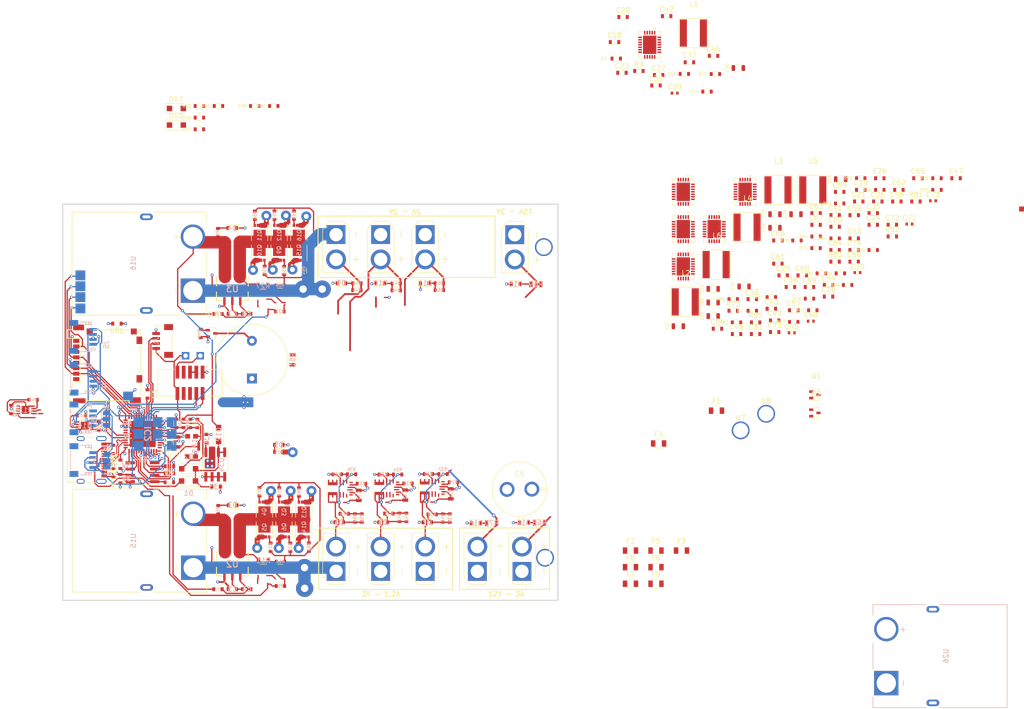
<source format=kicad_pcb>
(kicad_pcb (version 20211014) (generator pcbnew)
  (layers (0 "F.Cu" signal) (1 "In1.Cu" signal) (2 "In2.Cu" signal) (31 "B.Cu" signal) (34 "B.Paste" user) (35 "F.Paste" user) (36 "B.SilkS" user "B.Silkscreen") (37 "F.SilkS" user "F.Silkscreen") (38 "B.Mask" user) (39 "F.Mask" user) (44 "Edge.Cuts" user))
  (net 0 "")
  (net 1 "3-3V_1")
  (net 2 "Net-(C2-Pad1)")
  (net 3 "GNDD")
  (net 4 "+3V3")
  (net 5 "Net-(C4-Pad2)")
  (net 6 "+BATT")
  (net 7 "Net-(C8-Pad2)")
  (net 8 "3-3V_2")
  (net 9 "3-3V_3")
  (net 10 "5V_3")
  (net 11 "5V_2")
  (net 12 "12V_3")
  (net 13 "12V_2")
  (net 14 "VUSB")
  (net 15 "Net-(D3-Pad2)")
  (net 16 "Net-(D4-Pad2)")
  (net 17 "Net-(D5-Pad2)")
  (net 18 "Net-(Q13-Pad3)")
  (net 19 "Net-(D7-Pad2)")
  (net 20 "Net-(D8-Pad2)")
  (net 21 "Net-(D9-Pad2)")
  (net 22 "Net-(D10-Pad2)")
  (net 23 "/processor/FLASH_CS")
  (net 24 "/processor/FLASH_MISO")
  (net 25 "/processor/FLASH_MOSI")
  (net 26 "/processor/FLASH_SCK")
  (net 29 "/batt_ctl/BATT_2_CURR")
  (net 30 "/batt_ctl/BATT_1_INT")
  (net 31 "/batt_ctl/BATT_1_VSENSE")
  (net 32 "/batt_ctl/BATT_1_CURR")
  (net 33 "/batt_ctl/BATT_2_VSENSE")
  (net 34 "/A0_SENSE")
  (net 36 "Net-(D13-Pad2)")
  (net 39 "/SERIAL1_TX")
  (net 40 "/SERIAL1_RX")
  (net 41 "/MOSI")
  (net 42 "/SCK")
  (net 43 "/MISO")
  (net 45 "/SD_CS")
  (net 47 "/BUZZER")
  (net 48 "/batt_ctl/BATT_1_CTL")
  (net 49 "/batt_ctl/BATT_2_CTL")
  (net 53 "/SDA")
  (net 54 "/SCL")
  (net 55 "/USB_D-")
  (net 56 "/USB_D+")
  (net 57 "/~{RESET_RAW}")
  (net 59 "/SWCLK")
  (net 60 "/SWDIO")
  (net 61 "/A5_SENSE")
  (net 64 "Net-(P1-Pad1)")
  (net 65 "Net-(Q3-Pad2)")
  (net 67 "Net-(Q5-Pad2)")
  (net 69 "Net-(C34-Pad1)")
  (net 70 "Net-(R11-Pad1)")
  (net 71 "Net-(Q4-Pad2)")
  (net 72 "Net-(R29-Pad2)")
  (net 73 "Net-(R30-Pad2)")
  (net 74 "Net-(R31-Pad2)")
  (net 75 "Net-(R32-Pad2)")
  (net 76 "Net-(R34-Pad2)")
  (net 77 "Net-(R36-Pad2)")
  (net 78 "Net-(R48-Pad1)")
  (net 79 "Net-(R53-Pad1)")
  (net 116 "Net-(Q6-Pad2)")
  (net 117 "Net-(Q9-Pad2)")
  (net 118 "Net-(Q10-Pad3)")
  (net 119 "Net-(Q10-Pad2)")
  (net 120 "Net-(Q11-Pad2)")
  (net 121 "Net-(Q12-Pad2)")
  (net 122 "Net-(R27-Pad1)")
  (net 123 "Net-(D6-Pad2)")
  (net 124 "Net-(D11-Pad2)")
  (net 125 "BATT_1_PWR")
  (net 126 "BATT_2_PWR")
  (net 127 "Net-(C33-Pad2)")
  (net 128 "Net-(Q13-Pad2)")
  (net 129 "Net-(Q14-Pad2)")
  (net 130 "Net-(Q15-Pad2)")
  (net 131 "Net-(Q16-Pad2)")
  (net 132 "Net-(D14-Pad2)")
  (net 133 "Net-(D15-Pad2)")
  (net 134 "Net-(D16-Pad2)")
  (net 136 "GND")
  (net 137 "/processor/VDDANA")
  (net 138 "Net-(C23-Pad1)")
  (net 139 "Net-(C25-Pad1)")
  (net 140 "Net-(C27-Pad1)")
  (net 141 "Net-(Q7-Pad3)")
  (net 142 "Net-(C28-Pad1)")
  (net 143 "Net-(Q2-Pad3)")
  (net 144 "Net-(C31-Pad1)")
  (net 145 "Net-(C32-Pad2)")
  (net 146 "Net-(C35-Pad2)")
  (net 147 "Net-(C36-Pad1)")
  (net 148 "Net-(C37-Pad1)")
  (net 149 "Net-(C37-Pad2)")
  (net 150 "Net-(C38-Pad1)")
  (net 151 "Net-(C38-Pad2)")
  (net 152 "Net-(C39-Pad1)")
  (net 153 "Net-(C39-Pad2)")
  (net 154 "Net-(C40-Pad1)")
  (net 155 "Net-(C40-Pad2)")
  (net 156 "Net-(C41-Pad2)")
  (net 157 "5V_1")
  (net 158 "Net-(C43-Pad1)")
  (net 159 "Net-(C43-Pad2)")
  (net 160 "Net-(C45-Pad1)")
  (net 161 "Net-(C45-Pad2)")
  (net 162 "12VGND_1")
  (net 163 "Net-(C59-Pad1)")
  (net 164 "Net-(C60-Pad1)")
  (net 165 "Net-(C61-Pad1)")
  (net 166 "Net-(C62-Pad1)")
  (net 167 "Net-(C63-Pad1)")
  (net 168 "Net-(C64-Pad1)")
  (net 169 "Net-(C65-Pad2)")
  (net 170 "Net-(C66-Pad2)")
  (net 171 "Net-(C67-Pad2)")
  (net 172 "Net-(C68-Pad1)")
  (net 173 "Net-(C68-Pad2)")
  (net 174 "Net-(C69-Pad1)")
  (net 175 "Net-(C69-Pad2)")
  (net 176 "Net-(C70-Pad1)")
  (net 177 "Net-(C70-Pad2)")
  (net 178 "Net-(C71-Pad1)")
  (net 179 "Net-(C71-Pad2)")
  (net 180 "Net-(C72-Pad1)")
  (net 181 "Net-(C72-Pad2)")
  (net 182 "Net-(C73-Pad1)")
  (net 183 "Net-(C73-Pad2)")
  (net 184 "12V_1")
  (net 185 "/batt_ctl/BATT_2_INT")
  (net 186 "Net-(D17-Pad2)")
  (net 187 "Net-(F1-Pad1)")
  (net 188 "Net-(F2-Pad1)")
  (net 189 "Net-(F3-Pad1)")
  (net 190 "Net-(F4-Pad1)")
  (net 191 "Net-(F5-Pad1)")
  (net 192 "Net-(F6-Pad1)")
  (net 193 "Net-(F7-Pad1)")
  (net 194 "Net-(Q1-Pad3)")
  (net 195 "Net-(R2-Pad1)")
  (net 196 "Net-(R3-Pad1)")
  (net 197 "Net-(R4-Pad1)")
  (net 198 "Net-(R8-Pad2)")
  (net 199 "Net-(R10-Pad1)")
  (net 200 "Net-(R51-Pad2)")
  (net 201 "Net-(R52-Pad1)")
  (net 202 "Net-(R67-Pad1)")
  (net 203 "Net-(R73-Pad1)")
  (net 204 "Net-(R80-Pad1)")
  (net 205 "Net-(R81-Pad1)")
  (net 206 "Net-(R82-Pad1)")
  (net 207 "Net-(R83-Pad1)")
  (net 208 "Net-(R84-Pad1)")
  (net 209 "Net-(R85-Pad1)")
  (net 239 "Net-(F8-Pad1)")
  (net 240 "Net-(F9-Pad1)")
  (net 241 "Net-(J3-Pad1)")
  (net 242 "Net-(J4-Pad1)")
  (footprint "0_misc:plated_hole_3.0x3.6mm" (layer "F.Cu") (at 247.15 108.675)
    (fp_text reference "U28" hide)
    (fp_text value "Mounting-holes" hide)
  )
  (footprint "2_Passives_Resistors_SMD_IPC:R_1608_603_B" (layer "F.Cu") (at 305.975 106.915)
    (fp_text reference "R84")
    (fp_text value "10k")
  )
  (footprint "2_Passives_Capacitors_SMD_IPC:C_2012_805_B" (layer "F.Cu") (at 287.585 116.625)
    (fp_text reference "C79")
    (fp_text value "10u")
  )
  (footprint "2_Passives_Capacitors_SMD_IPC:C_1608_603_B" (layer "F.Cu") (at 322.695 94.765)
    (fp_text reference "C65")
    (fp_text value "0.1u")
  )
  (footprint "5_Connectors_AMASS:AMASS_XT30U-F_1x02_P5.0mm_Vertical" (layer "F.Cu") (at 223.2 106.15 -90)
    (fp_text reference "U22" hide)
    (fp_text value "XT30_V")
  )
  (footprint "2_Passives_Resistors_SMD_IPC:R_2012_805_A" (layer "F.Cu") (at 270.33 148.33)
    (fp_text reference "F4")
    (fp_text value "Polyfuse_Small")
  )
  (footprint "2_Passives_Capacitors_SMD_IPC:C_1608_603_B" (layer "F.Cu") (at 289.915 123.875)
    (fp_text reference "R85")
    (fp_text value "40k2")
  )
  (footprint "2_Passives_Resistors_SMD_IPC:R_1608_603_B" (layer "F.Cu") (at 175.775 144.275 90)
    (fp_text reference "R18")
    (fp_text value "4k7")
  )
  (footprint "2_Passives_Capacitors_SMD_IPC:C_1608_603_B" (layer "F.Cu") (at 139.58 141.46 -90)
    (fp_text reference "C29")
    (fp_text value "0.1u")
  )
  (footprint "1_Semi_Discrete_Diodes_SMD:D_0603" (layer "F.Cu") (at 233.425 164.425)
    (fp_text reference "D16")
    (fp_text value "LED")
  )
  (footprint "0_misc:test_point_1.0mm_square" (layer "F.Cu") (at 343.625 100.975)
    (fp_text reference "TP1")
    (fp_text value "TEST" hide)
  )
  (footprint "1_Semi_Discrete_Diodes_SMD:D_0603" (layer "F.Cu") (at 241.45 116.125)
    (fp_text reference "D15")
    (fp_text value "LED")
  )
  (footprint "2_Passives_Resistors_SMD_IPC:R_2012_805_A" (layer "F.Cu") (at 282.02 141.7)
    (fp_text reference "F1")
    (fp_text value "Polyfuse_Small")
  )
  (footprint "2_Passives_Capacitors_SMD_IPC:C_2012_805_B" (layer "F.Cu") (at 281.345 117.105)
    (fp_text reference "C52")
    (fp_text value "10u")
  )
  (footprint "1_Semi_TO_SOT:SOT-323FL" (layer "F.Cu") (at 302.61 138.5)
    (fp_text reference "Q1")
    (fp_text value "Q_NMOS_GSD")
  )
  (footprint "2_Passives_Capacitors_SMD_IPC:C_1608_603_B" (layer "F.Cu") (at 322.295 99.465)
    (fp_text reference "R81")
    (fp_text value "40k2")
  )
  (footprint "2_Passives_Capacitors_SMD_IPC:C_2012_805_B" (layer "F.Cu") (at 293.825 102.025)
    (fp_text reference "C77")
    (fp_text value "10u")
  )
  (footprint "2_Passives_Capacitors_SMD_IPC:C_1608_603_B" (layer "F.Cu") (at 309.815 109.265)
    (fp_text reference "C74")
    (fp_text value "47u")
  )
  (footprint "2_Passives_Capacitors_SMD_IPC:C_1608_603_B" (layer "F.Cu") (at 289.915 126.225)
    (fp_text reference "C31")
    (fp_text value "5n6")
  )
  (footprint "2_Passives_Capacitors_SMD_IPC:C_1608_603_B" (layer "F.Cu") (at 310.745 99.465)
    (fp_text reference "C21")
    (fp_text value "4u7")
  )
  (footprint "2_Passives_Resistors_SMD_IPC:R_2012_805_B" (layer "F.Cu") (at 196.4 131.425 -90)
    (fp_text reference "R51")
    (fp_text value "500")
  )
  (footprint "1_Semi_Discrete_Diodes_SMD:D_SOD-123F" (layer "F.Cu") (at 175.425 153.425 180)
    (fp_text reference "D2")
    (fp_text value "D_Schottky")
  )
  (footprint "2_Passives_Resistors_SMD_IPC:R_1608_603_B" (layer "F.Cu") (at 171.525 156.175 180)
    (fp_text reference "R1")
    (fp_text value "10k")
  )
  (footprint "2_Passives_Resistors_SMD_IPC:R_1608_603_B" (layer "F.Cu") (at 209.4 115.97375 180)
    (fp_text reference "R45")
    (fp_text value "300")
  )
  (footprint "2_Passives_Capacitors_SMD_IPC:C_1608_603_B" (layer "F.Cu") (at 313.675 101.815)
    (fp_text reference "C35")
    (fp_text value "0.1u")
  )
  (footprint "2_Passives_Capacitors_SMD_IPC:C_1608_603_B" (layer "F.Cu") (at 300.795 116.725)
    (fp_text reference "C69")
    (fp_text value "0.1u")
  )
  (footprint "2_Passives_Capacitors_SMD_IPC:C_1608_603_B" (layer "F.Cu") (at 299.335 114.375)
    (fp_text reference "C68")
    (fp_text value "0.1u")
  )
  (footprint "2_Passives_Capacitors_SMD_IPC:C_1608_603_B" (layer "F.Cu") (at 306.895 97.515)
    (fp_text reference "C55")
    (fp_text value "4u7")
  )
  (footprint "hot_swap_footprints:24_WFQFN" (layer "F.Cu") (at 275.313699 105.040699)
    (fp_text reference "U29")
    (fp_text value "MAX17573")
  )
  (footprint "2_Passives_Capacitors_SMD_IPC:C_2012_805_B" (layer "F.Cu") (at 281.345 122.605)
    (fp_text reference "C51")
    (fp_text value "10u")
  )
  (footprint "hot_swap_footprints:XGL6060" (layer "F.Cu") (at 275.71 119.74)
    (fp_text reference "L2")
    (fp_text value "6u8")
  )
  (footprint "2_Passives_Capacitors_SMD_IPC:C_1005_402_A" (layer "F.Cu") (at 325.745 99.315)
    (fp_text reference "C73")
    (fp_text value "OPEN")
  )
  (footprint "2_Passives_Resistors_SMD_IPC:R_1608_603_B" (layer "F.Cu") (at 171.55 147.825 90)
    (fp_text reference "R25")
    (fp_text value "100")
  )
  (footprint "2_Passives_Resistors_SMD_IPC:R_1608_603_B" (layer "F.Cu") (at 297.615 123.775)
    (fp_text reference "R77")
    (fp_text value "28k")
  )
  (footprint "hot_swap_footprints:24_WFQFN" (layer "F.Cu") (at 275.313699 112.580699)
    (fp_text reference "U12")
    (fp_text value "MAX17573")
  )
  (footprint "2_Passives_Capacitors_SMD_IPC:C_1608_603_B" (layer "F.Cu") (at 309.825 102.215)
    (fp_text reference "C59")
    (fp_text value "2u2")
  )
  (footprint "2_Passives_Capacitors_SMD_IPC:C_1608_603_B" (layer "F.Cu") (at 286.065 126.225)
    (fp_text reference "C48")
    (fp_text value "47u")
  )
  (footprint "5_Connectors_misc:header_01x01_tht" (layer "F.Cu") (at 174.8 130.6)
    (fp_text reference "P2" hide)
    (fp_text value "CONN_1" hide)
  )
  (footprint "5_Connectors_AMASS:AMASS_XT30U-F_1x02_P5.0mm_Vertical" (layer "F.Cu") (at 223.2 174.15 90)
    (fp_text reference "U17" hide)
    (fp_text value "XT30_V")
  )
  (footprint "2_Passives_Resistors_SMD_IPC:R_2012_805_B" (layer "F.Cu") (at 245.55 116.15)
    (fp_text reference "R69")
    (fp_text value "500")
  )
  (footprint "2_Passives_Resistors_SMD_IPC:R_1608_603_B" (layer "F.Cu") (at 208.995 163.375 -90)
    (fp_text reference "R59")
    (fp_text value "300")
  )
  (footprint "2_Passives_Resistors_SMD_IPC:R_1608_603_B" (layer "F.Cu") (at 289.245 121.525)
    (fp_text reference "R4")
    (fp_text value "10k")
  )
  (footprint "5_Connectors_misc:Stemma_QT_V" (layer "F.Cu") (at 168.85 127.625 90)
    (fp_text reference "J1")
    (fp_text value "header_01x04")
  )
  (footprint "2_Passives_Capacitors_SMD_IPC:C_1608_603_B" (layer "F.Cu") (at 330.395 94.765)
    (fp_text reference "C47")
    (fp_text value "22u")
  )
  (footprint "2_Passives_Capacitors_SMD_IPC:C_1608_603_B" (layer "F.Cu") (at 304.645 118.665)
    (fp_text reference "C28")
    (fp_text value "2u2")
  )
  (footprint "2_Passives_Capacitors_SMD_IPC:C_2012_805_B" (layer "F.Cu") (at 286.425 72.5)
    (fp_text reference "C50")
    (fp_text value "10u")
  )
  (footprint "2_Passives_Capacitors_SMD_IPC:C_1608_603_B" (layer "F.Cu") (at 305.965 111.615)
    (fp_text reference "R83")
    (fp_text value "40k2")
  )
  (footprint "2_Passives_Capacitors_SMD_IPC:C_1005_402_A" (layer "F.Cu") (at 320.975 104.015)
    (fp_text reference "C71")
    (fp_text value "OPEN")
  )
  (footprint "5_Connectors_AMASS:AMASS_XT30U-F_1x02_P5.0mm_Vertical" (layer "F.Cu") (at 205.2 106.15 -90)
    (fp_text reference "U20" hide)
    (fp_text value "XT30_V")
  )
  (footprint "1_Semi_TO_SOT:VDFN-8" (layer "F.Cu") (at 189.75 109.8875 90)
    (fp_text reference "Q10")
    (fp_text value "PMOS_SGD")
  )
  (footprint "2_Passives_Capacitors_SMD_IPC:C_1005_402_A" (layer "F.Cu") (at 310.485 113.815)
    (fp_text reference "C70")
    (fp_text value "OPEN")
  )
  (footprint "2_Passives_Resistors_SMD_IPC:R_1608_603_B" (layer "F.Cu") (at 193.875 116.425 180)
    (fp_text reference "R28")
    (fp_text value "1k")
  )
  (footprint "2_Passives_Capacitors_SMD_IPC:C_1608_603_B" (layer "F.Cu") (at 285.395 121.525)
    (fp_text reference "R73")
    (fp_text value "40k2")
  )
  (footprint "1_Semi_TO_SOT:VDFN-8" (layer "F.Cu") (at 198.675 161.6 -90)
    (fp_text reference "Q13")
    (fp_text value "PMOS_SGD")
  )
  (footprint "2_Passives_Resistors_SMD_IPC:R_1608_603_B" (layer "F.Cu") (at 209.4 117.37375 180)
    (fp_text reference "R44")
    (fp_text value "300")
  )
  (footprint "2_Passives_Resistors_SMD_IPC:R_1608_603_B" (layer "F.Cu") (at 160.25 154.275 90)
    (fp_text reference "R8")
    (fp_text value "5k1")
  )
  (footprint "2_Passives_Resistors_SMD_IPC:R_1608_603_B" (layer "F.Cu") (at 280.1 77.275)
    (fp_text reference "R74")
    (fp_text value "28k")
  )
  (footprint "2_Passives_Resistors_SMD_IPC:R_1608_603_B" (layer "F.Cu") (at 190.775 113.375 -90)
    (fp_text reference "R55")
    (fp_text value "1k")
  )
  (footprint "1_Semi_TO_SOT:7-LR-PSOF" (layer "F.Cu") (at 184.25 172.7)
    (fp_text reference "U2")
    (fp_text value "ACS781" hide)
  )
  (footprint "2_Passives_Capacitors_SMD_IPC:C_1608_603_B" (layer "F.Cu") (at 160.95 124.125 180)
    (fp_text reference "C81")
    (fp_text value "0.1u")
  )
  (footprint "2_Passives_Resistors_SMD_IPC:R_1608_603_B" (layer "F.Cu") (at 181.35 177.75)
    (fp_text reference "R7")
    (fp_text value "4k7")
  )
  (footprint "1_Semi_Discrete_Diodes_SMD:D_0603" (layer "F.Cu") (at 206.3 115.97375)
    (fp_text reference "D9")
    (fp_text value "LED")
  )
  (footprint "2_Passives_Resistors_SMD_IPC:R_1608_603_B" (layer "F.Cu") (at 193.975 172.2 180)
    (fp_text reference "R12")
    (fp_text value "1k")
  )
  (footprint "2_Passives_Capacitors_SMD_IPC:C_1608_603_B" (layer "F.Cu") (at 318.845 97.115)
    (fp_text reference "C62")
    (fp_text value "5n6")
  )
  (footprint "2_Passives_Resistors_SMD_IPC:R_1608_603_B" (layer "F.Cu") (at 300.795 119.075)
    (fp_text reference "R76")
    (fp_text value "127k")
  )
  (footprint "2_Passives_Resistors_SMD_IPC:R_1608_603_B" (layer "F.Cu") (at 174.375 144.275 -90)
    (fp_text reference "R19")
    (fp_text value "22k")
  )
  (footprint "2_Passives_Capacitors_SMD_IPC:C_1608_603_B" (layer "F.Cu") (at 171.55 154.35)
    (fp_text reference "C2")
    (fp_text value "1u")
  )
  (footprint "5_Connectors_misc:header_01x01_tht" (layer "F.Cu") (at 177.775 130.6)
    (fp_text reference "P1" hide)
    (fp_text value "CONN_1" hide)
  )
  (footprint "2_Passives_Capacitors_SMD_IPC:C_1608_603_B" (layer "F.Cu") (at 180.975 157.075 180)
    (fp_text reference "C33")
    (fp_text value "1u")
  )
  (footprint "1_Semi_Discrete_Diodes_SMD:D_SOD-123F" (layer "F.Cu") (at 172.95 84.025)
    (fp_text reference "D13")
    (fp_text value "D_Schottky")
  )
  (footprint "2_Passives_Capacitors_SMD_IPC:C_1608_603_B" (layer "F.Cu") (at 179.025 147.375 90)
    (fp_text reference "C34")
    (fp_text value "100p")
  )
  (footprint "2_Passives_Resistors_SMD_IPC:R_2012_805_B" (layer "F.Cu") (at 246.285 164.32)
    (fp_text reference "R68")
    (fp_text value "500")
  )
  (footprint "2_Passives_Resistors_SMD_IPC:R_1608_603_B" (layer "F.Cu") (at 313.665 109.265)
    (fp_text reference "R93")
    (fp_text value "400k")
  )
  (footprint "1_Semi_TO_SOT:VDFN-8" (layer "F.Cu") (at 198.65 165.765 90)
    (fp_text reference "Q14")
    (fp_text value "PMOS_SGD")
  )
  (footprint "2_Passives_Resistors_SMD_IPC:R_1608_603_B" (layer "F.Cu") (at 160.2 149.525 90)
    (fp_text reference "R10")
    (fp_text value "5k1")
  )
  (footprint "2_Passives_Capacitors_SMD_IPC:C_1608_603_B" (layer "F.Cu") (at 171.55 152.925 180)
    (fp_text reference "C9")
    (fp_text value "0.1u")
  )
  (footprint "1_Semi_Discrete_Diodes_SMD:D_0603" (layer "F.Cu") (at 243.116 164.298)
    (fp_text reference "D14")
    (fp_text value "LED")
  )
  (footprint "2_Passives_Resistors_SMD_IPC:R_1608_603_B" (layer "F.Cu") (at 199.7 169.25 -90)
    (fp_text reference "R63")
    (fp_text value "1k")
  )
  (footprint "2_Passives_Capacitors_SMD_IPC:C_1608_603_B" (layer "F.Cu") (at 271.95 62.025)
    (fp_text reference "C42")
    (fp_text value "22u")
  )
  (footprint "2_Passives_Resistors_SMD_IPC:R_1608_603_B" (layer "F.Cu") (at 306.895 99.865)
    (fp_text reference "R79")
    (fp_text value "28k")
  )
  (footprint "hot_swap_footprints:XGL6060" (layer "F.Cu") (at 294.43 97.12)
    (fp_text reference "L3")
    (fp_text value "6u8")
  )
  (footprint "1_Semi_Discrete_Diodes_SMD:D_SOD-123F" (layer "F.Cu") (at 172.95 80.675)
    (fp_text reference "D17")
    (fp_text value "D_Schottky")
  )
  (footprint "5_Connectors_AMASS:AMASS_XT30U-F_1x02_P5.0mm_Vertical" (layer "F.Cu") (at 242.725 174.15 90)
    (fp_text reference "U23" hide)
    (fp_text value "XT30_V")
  )
  (footprint "hot_swap_footprints:XGL6060" (layer "F.Cu") (at 288.19 104.66)
    (fp_text reference "L4")
    (fp_text value "15u")
  )
  (footprint "2_Passives_Resistors_SMD_IPC:R_1608_603_B" (layer "F.Cu") (at 261.775 70.6)
    (fp_text reference "R2")
    (fp_text value "10k")
  )
  (footprint "2_Passives_Resistors_SMD_IPC:R_1608_603_B" (layer "F.Cu") (at 302.125 106.525)
    (fp_text reference "R94")
    (fp_text value "32.4k")
  )
  (footprint "2_Passives_Resistors_SMD_IPC:R_1608_603_B" (layer "F.Cu") (at 192.75 102.225 90)
    (fp_text reference "R57")
    (fp_text value "1k")
  )
  (footprint "2_Passives_Resistors_SMD_IPC:R_1608_603_B" (layer "F.Cu") (at 286.065 123.875)
    (fp_text reference "R82")
    (fp_text value "10k")
  )
  (footprint "2_Passives_Resistors_SMD_IPC:R_1608_603_B" (layer "F.Cu") (at 307.035 113.965)
    (fp_text reference "R71")
    (fp_text value "4.7")
  )
  (footprint "2_Passives_Resistors_SMD_IPC:R_1608_603_B" (layer "F.Cu") (at 188.765 80.175)
    (fp_text reference "R98")
    (fp_text value "4k7")
  )
  (footprint "2_Passives_Resistors_SMD_IPC:R_1608_603_B" (layer "F.Cu") (at 226.05 117.36 180)
    (fp_text reference "R60")
    (fp_text value "300")
  )
  (footprint "0_misc:THT_470uF_Cap" (layer "F.Cu") (at 242.225 157.55 180)
    (fp_text reference "C5")
    (fp_text value "470u")
  )
  (footprint "2_Passives_Capacitors_SMD_IPC:C_1608_603_B" (layer "F.Cu") (at 266.35 73.1)
    (fp_text reference "R3")
    (fp_text value "40k2")
  )
  (footprint "hot_swap_footprints:XGL6060" (layer "F.Cu") (at 277.35 65.45)
    (fp_text reference "L1")
    (fp_text value "6u8")
  )
  (footprint "5_Connectors_AMASS:AMASS_XT30U-F_1x02_P5.0mm_Vertical" (layer "F.Cu") (at 214.2 174.15 90)
    (fp_text reference "U18" hide)
    (fp_text value "XT30_V")
  )
  (footprint "2_Passives_Capacitors_SMD_IPC:C_1608_603_B" (layer "F.Cu") (at 305.965 109.265)
    (fp_text reference "C64")
    (fp_text value "5n6")
  )
  (footprint "2_Passives_Resistors_SMD_IPC:R_1608_603_B" (layer "F.Cu") (at 172.95 144.275 90)
    (fp_text reference "R20")
    (fp_text value "4k7")
  )
  (footprint "2_Passives_Capacitors_SMD_IPC:C_1608_603_B" (layer "F.Cu") (at 304.645 116.315)
    (fp_text reference "C44")
    (fp_text value "22u")
  )
  (footprint "5_Connectors_misc:ARM-SWD-10" (layer "F.Cu") (at 181.125 136.075 -90)
    (fp_text reference "U1")
    (fp_text value "ARM-SWD-10")
  )
  (footprint "2_Passives_Resistors_SMD_IPC:R_2012_805_A" (layer "F.Cu") (at 264.65 173.3)
    (fp_text reference "F8")
    (fp_text value "Polyfuse_Small")
  )
  (footprint "2_Passives_Resistors_SMD_IPC:R_1608_603_B" (layer "F.Cu") (at 226.8 154.5 180)
    (fp_text reference "R32")
    (fp_text value "102k")
  )
  (footprint "2_Passives_Resistors_SMD_IPC:R_1608_603_B" (layer "F.Cu") (at 194.725 113.4 -90)
    (fp_text reference "R54")
    (fp_text value "1k")
  )
  (footprint "2_Passives_Resistors_SMD_IPC:R_2012_805_B" (layer "F.Cu") (at 190.425 116.475 180)
    (fp_text reference "R27")
    (fp_text value "500")
  )
  (footprint "2_Passives_Capacitors_SMD_IPC:C_1608_603_B" (layer "F.Cu") (at 289.245 119.175)
    (fp_text reference "C36")
    (fp_text value "5n6")
  )
  (footprint "2_Passives_Capacitors_SMD_IPC:C_1608_603_B" (layer "F.Cu") (at 270.325 73.925)
    (fp_text reference "C27")
    (fp_text value "5n6")
  )
  (footprint "2_Passives_Resistors_SMD_IPC:R_1608_603_B" (layer "F.Cu") (at 193.625 150.05 180)
    (fp_text reference "R15")
    (fp_text value "470")
  )
  (footprint "2_Passives_Resistors_SMD_IPC:R_1608_603_B" (layer "F.Cu") (at 298.265 107.325)
    (fp_text reference "R78")
    (fp_text value "127k")
  )
  (footprint "hot_swap_footprints:XGL6060" (layer "F.Cu") (at 301.46 97.12)
    (fp_text reference "L5")
    (fp_text value "15u")
  )
  (footprint "2_Passives_Resistors_SMD_IPC:R_1608_603_B" (layer "F.Cu") (at 226.05 115.96 180)
    (fp_text reference "R61")
    (fp_text value "300")
  )
  (footprint "2_Passives_Capacitors_SMD_IPC:C_1608_603_B" (layer "F.Cu") (at 187.15 177.75)
    (fp_text reference "C4")
    (fp_text value "1u")
  )
  (footprint "2_Passives_Capacitors_SMD_IPC:C_2012_805_B" (layer "F.Cu") (at 173.15 148.025 90)
    (fp_text reference "C14")
    (fp_text value "10u")
  )
  (footprint "2_Passives_Capacitors_SMD_IPC:C_1608_603_B" (layer "F.Cu") (at 302.125 101.825)
    (fp_text reference "C63")
    (fp_text value "5n6")
  )
  (footprint "2_Passives_Resistors_SMD_IPC:R_2012_805_A" (layer "F.Cu") (at 264.65 176.65)
    (fp_text reference "F7")
    (fp_text value "Polyfuse_Small")
  )
  (footprint "2_Passives_Capacitors_SMD_IPC:C_1608_603_B" (layer "F.Cu") (at 314.595 99.465)
    (fp_text reference "C26")
    (fp_text value "4u7")
  )
  (footprint "1_Semi_TO_SOT:7-LR-PSOF" (layer "F.Cu") (at 184.25 117.125)
    (fp_text reference "U3")
    (fp_text value "ACS781" hide)
  )
  (footprint "2_Passives_Capacitors_SMD_IPC:C_1005_402_A" (layer "F.Cu") (at 297.215 125.975)
    (fp_text reference "C45")
    (fp_text value "OPEN")
  )
  (footprint "2_Passives_Resistors_SMD_IPC:R_1608_603_B" (layer "F.Cu") (at 214.725 154.6 180)
    (fp_text reference "R35")
    (fp_text value "32.4k")
  )
  (footprint "1_Semi_TO_SOT:SOT-323FL" (layer "F.Cu") (at 180.785 126.1)
    (fp_text reference "Q7")
    (fp_text value "Q_NMOS_GSD")
  )
  (footprint "2_Passives_Capacitors_SMD_IPC:C_1005_402_A" (layer "F.Cu") (at 301.065 123.625)
    (fp_text reference "C40")
    (fp_text value "OPEN")
  )
  (footprint "2_Passives_Resistors_SMD_IPC:R_1608_603_B" (layer "F.Cu") (at 285.395 119.175)
    (fp_text reference "R87")
    (fp_text value "4.7")
  )
  (footprint "2_Passives_Resistors_SMD_IPC:R_1608_603_B" (layer "F.Cu") (at 210.325 156.45 180)
    (fp_text reference "R31")
    (fp_text value "75k")
  )
  (footprint "3_Electromechanical_Buttons_Switches_SMD:KMR243GLFG" (layer "F.Cu") (at 177.45 148.925 -90)
    (fp_text reference "SW1")
    (fp_text value "SW_Push")
  )
  (footprint "5_Connectors_AMASS:AMASS_XT90PW-M_Horizontal" (layer "F.Cu") (at 164.25 112 90)
    (fp_text reference "U16")
    (fp_text value "XT90PW-M")
  )
  (footprint "2_Passives_Capacitors_SMD_IPC:C_1608_603_B" (layer "F.Cu") (at 281.425 70.05)
    (fp_text reference "C46")
    (fp_text value "47u")
  )
  (footprint "2_Passives_Capacitors_SMD_IPC:C_1608_603_B" (layer "F.Cu") (at 295.485 114.375)
    (fp_text reference "C25")
    (fp_text value "2u2")
  )
  (footprint "2_Passives_Resistors_SMD_IPC:R_1608_603_B" (layer "F.Cu") (at 217.35 117.41 180)
    (fp_text reference "R46")
    (fp_text value "300")
  )
  (footprint "2_Passives_Resistors_SMD_IPC:R_1608_603_B" (layer "F.Cu") (at 144.015 139.51 180)
    (fp_text reference "R48")
    (fp_text value "10k")
  )
  (footprint "2_Passives_Capacitors_SMD_IPC:C_1608_603_B" (layer "F.Cu") (at 184.25 122.15 180)
    (fp_text reference "C7")
    (fp_text value "0.1u")
  )
  (footprint "2_Passives_Capacitors_SMD_IPC:C_1608_603_B" (layer "F.Cu") (at 293.765 125.825)
    (fp_text reference "C75")
    (fp_text value "47u")
  )
  (footprint "1_Semi_TO_SOT:SOT-323FL" (layer "F.Cu") (at 302.61 142.15)
    (fp_text reference "Q2")
    (fp_text value "Q_NMOS_GSD")
  )
  (footprint "2_Passives_Resistors_SMD_IPC:R_1608_603_B" (layer "F.Cu") (at 205.425 154.54825 180)
    (fp_text reference "R37")
    (fp_text value "32.4k")
  )
  (footprint "2_Passives_Capacitors_SMD_IPC:C_1608_603_B" (layer "F.Cu") (at 261.425 67.275)
    (fp_text reference "C18")
    (fp_text value "4u7")
  )
  (footprint "2_Passives_Capacitors_SMD_IPC:C_1608_603_B" (layer "F.Cu") (at 314.995 94.765)
    (fp_text reference "C76")
    (fp_text value "47u")
  )
  (footprint "2_Passives_Capacitors_SMD_IPC:C_2012_805_B" (layer "F.Cu") (at 274.315 124.645)
    (fp_text reference "C22")
    (fp_text value "10u")
  )
  (footprint "2_Passives_Resistors_SMD_IPC:R_2012_805_A" (layer "F.Cu") (at 269.8 173.3)
    (fp_text reference "F6")
    (fp_text value "Polyfuse_Small")
  )
  (footprint "0_misc:plated_hole_3.0x3.6mm" (layer "F.Cu") (at 247.4 171.4)
    (fp_text reference "U27" hide)
    (fp_text value "Mounting-holes" hide)
  )
  (footprint "2_Passives_Capacitors_SMD_IPC:C_2012_805_B" (layer "F.Cu") (at 307.095 94.965)
    (fp_text reference "C16")
    (fp_text value "10u")
  )
  (footprint "2_Passives_Resistors_SMD_IPC:R_1608_603_B" (layer "F.Cu") (at 198.7 113.375 -90)
    (fp_text reference "R64")
    (fp_text value "1k")
  )
  (footprint "2_Passives_Resistors_SMD_IPC:R_1608_603_B" (layer "F.Cu") (at 196.7 102.2 90)
    (fp_text reference "R65")
    (fp_text value "1k")
  )
  (footprint "2_Passives_Resistors_SMD_IPC:R_1608_603_B" (layer "F.Cu") (at 188.8 102.25 90)
    (fp_text reference "R56")
    (fp_text value "1k")
  )
  (footprint "2_Passives_Capacitors_SMD_IPC:C_2012_805_B" (layer "F.Cu") (at 281.345 119.855)
    (fp_text reference "C80")
    (fp_text value "10u")
  )
  (footprint "1_Semi_TO_SOT:VDFN-8" (layer "F.Cu") (at 197.675 109.9 90)
    (fp_text reference "Q15")
    (fp_text value "PMOS_SGD")
  )
  (footprint "2_Passives_Resistors_SMD_IPC:R_2012_805_A" (layer "F.Cu") (at 269.8 169.95)
    (fp_text reference "F5")
    (fp_text value "Polyfuse_Small")
  )
  (footprint "2_Passives_Resistors_SMD_IPC:R_2012_805_A" (layer "F.Cu") (at 264.65 169.95)
    (fp_text reference "F2")
    (fp_text value "Polyfuse_Small")
  )
  (footprint "2_Passives_Resistors_SMD_IPC:R_1608_603_B" (layer "F.Cu") (at 191.975 169.275 -90)
    (fp_text reference "R21")
    (fp_text value "1k")
  )
  (footprint "2_Passives_Resistors_SMD_IPC:R_1608_603_B" (layer "F.Cu") (at 228.9 156.15 180)
    (fp_text reference "R29")
    (fp_text value "75k")
  )
  (footprint "1_Semi_QFN:QFN50P700X700X90-49N-D" (layer "F.Cu") (at 166.149239 146.400761 180)
    (fp_text reference "IC2")
    (fp_text value "ATSAMD21G18A-MUT" hide)
  )
  (footprint "2_Passives_Resistors_SMD_IPC:R_2012_805_A" (layer "F.Cu") (at 269.8 176.65)
    (fp_text reference "F9")
    (fp_text value "Polyfuse_Small")
  )
  (footprint "hot_swap_footprints:24_WFQFN" (layer "F.Cu") (at 268.525 67.8145)
    (fp_text reference "U9")
    (fp_text value "MAX17573")
  )
  (footprint "2_Passives_Capacitors_SMD_IPC:C_1608_603_B" (layer "F.Cu") (at 269.8 76.025)
    (fp_text reference "C32")
    (fp_text value "0.1u")
  )
  (footprint "2_Passives_Capacitors_SMD_IPC:C_1608_603_B" (layer "F.Cu") (at 318.445 99.465)
    (fp_text reference "C58")
    (fp_text value "4u7")
  )
  (footprint "2_Passives_Capacitors_SMD_IPC:C_1608_603_B" (layer "F.Cu") (at 276.55 71.35)
    (fp_text reference "C37")
    (fp_text value "0.1u")
  )
  (footprint "2_Passives_Resistors_SMD_IPC:R_1608_603_B" (layer "F.Cu") (at 275.525 73.7)
    (fp_text reference "R66")
    (fp_text value "4.7")
  )
  (footprint "2_Passives_Resistors_SMD_IPC:R_1608_603_B" (layer "F.Cu") (at 189.725 158.075 90)
    (fp_text reference "R14")
    (fp_text value "1k")
  )
  (footprint "2_Passives_Capacitors_SMD_IPC:C_1608_603_B" (layer "F.Cu") (at 262.925 73.475)
    (fp_text reference "C23")
    (fp_text value "2u2")
  )
  (footprint "1_Semi_TO_SOT:VDFN-8" (layer "F.Cu") (at 193.7 105.7125 -90)
    (fp_text reference "Q12")
    (fp_text value "PMOS_SGD")
  )
  (footprint "2_Passives_Capacitors_SMD_IPC:C_1608_603_B" (layer "F.Cu") (at 309.825 106.915)
    (fp_text reference "C53")
    (fp_text value "4u7")
  )
  (footprint "1_Semi_Misc:PCT2075TP_147" (layer "F.Cu") (at 142.51 141.535 180)
    (fp_text reference "U13")
    (fp_text value "PCT2075" hide)
  )
  (footprint "2_Passives_Resistors_SMD_IPC:R_1608_603_B" (layer "F.Cu") (at 181.445 80.175)
    (fp_text reference "R96")
    (fp_text value "100")
  )
  (footprint "2_Passives_Capacitors_SMD_IPC:C_1608_603_B" (layer "F.Cu") (at 167.125 138.325 -90)
    (fp_text reference "C1")
    (fp_text value "0.1u")
  )
  (footprint "1_Semi_Misc:SOIC-8_3.9x4.9mm_P1.27mm" (layer "F.Cu") (at 166.1 154.125 180)
    (fp_text reference "IC1")
    (fp_text value "GD25Q16CWIGR")
  )
  (footprint "2_Passives_Resistors_SMD_IPC:R_1608_603_B" (layer "F.Cu") (at 219.38 163.235 -90)
    (fp_text reference "R43")
    (fp_text value "300")
  )
  (footprint "2_Passives_Resistors_SMD_IPC:R_1608_603_B" (layer "F.Cu") (at 177.595 82.525)
    (fp_text reference "R26")
    (fp_text value "100")
  )
  (footprint "2_Passives_Capacitors_SMD_IPC:C_2012_805_B" (layer "F.Cu") (at 209.775 158.8 -90)
    (fp_text reference "C13")
    (fp_text value "10u")
  )
  (footprint "2_Passives_Capacitors_SMD_IPC:C_1608_603_B" (layer "F.Cu") (at 309.815 111.615)
    (fp_text reference "C56")
    (fp_text value "4u7")
  )
  (footprint "2_Passives_Capacitors_SMD_IPC:C_1608_603_B" (layer "F.Cu") (at 302.125 104.175)
    (fp_text reference "C67")
    (fp_text value "0.1u")
  )
  (footprint "2_Passives_Resistors_SMD_IPC:R_1608_603_B" (layer "F.Cu") (at 293.095 118.775)
    (fp_text reference "R67")
    (fp_text value "10k")
  )
  (footprint "2_Passives_Resistors_SMD_IPC:R_1608_603_B" (layer "F.Cu") (at 217.98 163.235 -90)
    (fp_text reference "R42")
    (fp_text value "300")
  )
  (footprint "2_Passives_Capacitors_SMD_IPC:C_1608_603_B" (layer "F.Cu") (at 282.215 125.155)
    (fp_text reference "C54")
    (fp_text value "4u7")
  )
  (footprint "2_Passives_Resistors_SMD_IPC:R_1608_603_B" (layer "F.Cu") (at 326.545 94.765)
    (fp_text reference "R86")
    (fp_text value "4.7")
  )
  (footprint "2_Passives_Resistors_SMD_IPC:R_2012_805_A" (layer "F.Cu") (at 274.95 169.95)
    (fp_text reference "F3")
    (fp_text value "Polyfuse_Small")
  )
  (footprint "2_Passives_Resistors_SMD_IPC:R_1608_603_B" (layer "F.Cu") (at 193.85 121.675 180)
    (fp_text reference "R23")
    (fp_text value "10k")
  )
  (footprint "2_Passives_Resistors_SMD_IPC:R_1608_603_B" (layer "F.Cu") (at 193.7 158.1 90)
    (fp_text reference "R13")
    (fp_text value "1k")
  )
  (footprint "2_Passives_Resistors_SMD_IPC:R_1608_603_B" (layer "F.Cu") (at 217.35 116.01 180)
    (fp_text reference "R47")
    (fp_text value "300")
  )
  (footprint "1_Semi_TO_SOT:VDFN-8" (layer "F.Cu") (at 194.675 161.5875 -90)
    (fp_text reference "Q3")
    (fp_text value "PMOS_SGD")
  )
  (footprint "1_Semi_QFN:20-PowerLQFN" (layer "F.Cu") (at 224.35 157.3 -90)
    (fp_text reference "U4")
    (fp_text value "MPM3610")
  )
  (footprint "2_Passives_Capacitors_SMD_IPC:C_1608_603_B" (layer "F.Cu") (at 313.675 104.165)
    (fp_text reference "C24")
    (fp_text value "4u7")
  )
  (footprint "5_Connectors_AMASS:AMASS_XT30U-F_1x02_P5.0mm_Vertical" (layer "F.Cu") (at 241.28 106.17 -90)
    (fp_text reference "U24" hide)
    (fp_text value "XT30_V")
  )
  (footprint "1_Semi_Discrete_Diodes_SMD:D_0603" (layer "F.Cu") (at 214.1 116.01)
    (fp_text reference "D10")
    (fp_text value "LED")
  )
  (footprint "2_Passives_Resistors_SMD_IPC:R_1608_603_B" (layer "F.Cu") (at 208.325 154.54825 180)
    (fp_text reference "R36")
    (fp_text value "102k")
  )
  (footprint "2_Passives_Resistors_SMD_IPC:R_1608_603_B" (layer "F.Cu") (at 281.8 73.725)
    (fp_text reference "R72")
    (fp_text value "127k")
  )
  (footprint "hot_swap_footprints:24_WFQFN" (layer "F.Cu") (at 287.793699 97.500699)
    (fp_text reference "U31")
    (fp_text value "MAX17573")
  )
  (footprint "2_Passives_Capacitors_SMD_IPC:C_1608_603_B" (layer "F.Cu") (at 161.65 152.525 90)
    (fp_text reference "C17")
    (fp_text value "0.1u")
  )
  (footprint "2_Passives_Resistors_SMD_IPC:R_1608_603_B" (layer "F.Cu") (at 197.7 158.125 90)
    (fp_text reference "R62")
    (fp_text value "1k")
  )
  (footprint "1_Semi_Discrete_Diodes_SMD:D_0603" (layer "F.Cu") (at 205.835 164.225)
    (fp_text reference "D6")
    (fp_text value "LED")
  )
  (footprint "5_Connectors_AMASS:AMASS_XT30U-F_1x02_P5.0mm_Vertical" (layer "F.Cu") (at 233.725 174.15 90)
    (fp_text reference "U25" hide)
    (fp_text value "XT30_V")
  )
  (footprint "1_Semi_Discrete_Diodes_SMD:D_SOD-123F" (layer "F.Cu") (at 175.4 155.9 180)
    (fp_text reference "D1")
    (fp_text value "D_Schottky")
  )
  (footprint "2_Passives_Resistors_SMD_IPC:R_2012_805_B" (layer "F.Cu") (at 190.525 172 180)
    (fp_text reference "R11")
    (fp_text value "500")
  )
  (footprint "2_Passives_Capacitors_SMD_IPC:C_1608_603_B" (layer "F.Cu") (at 293.095 121.125)
    (fp_text reference "C43")
    (fp_text value "0.1u")
  )
  (footprint "2_Passives_Capacitors_SMD_IPC:C_1608_603_B" (layer "F.Cu") (at 296.945 116.725)
    (fp_text reference "C38")
    (fp_text value "0.1u")
  )
  (footprint "1_Semi_Discrete_Diodes_SMD:D_0603" (layer "F.Cu") (at 184.3 160.8 180)
    (fp_text reference "D3")
    (fp_text value "LED")
  )
  (footprint "2_Passives_Resistors_SMD_IPC:R_1608_603_B" (layer "F.Cu") (at 177.595 84.875)
    (fp_text reference "R95")
    (fp_text value "100")
  )
  (footprint "2_Passives_Resistors_SMD_IPC:R_1608_603_B" (layer "F.Cu") (at 226.75 163.385 -90)
    (fp_text reference "R40")
    (fp_text value "300")
  )
  (footprint "1_Semi_QFN:20-PowerLQFN" (layer "F.Cu") (at 205.775 157.45 -90)
    (fp_text reference "U6")
    (fp_text value "MPM3610")
  )
  (footprint "2_Passives_Resistors_SMD_IPC:R_1608_603_B" (layer "F.Cu") (at 314.995 97.115)
    (fp_text reference "R90")
    (fp_text value "32.4k")
  )
  (footprint "2_Passives_Resistors_SMD_IPC:R_1608_603_B" (layer "F.Cu") (at 177.175 144.275 -90)
    (fp_text reference "R17")
    (fp_text value "22k")
  )
  (footprint "hot_swap_footprints:24_WFQFN" (layer "F.Cu") (at 275.313699 97.500699)
    (fp_text reference "U11")
    (fp_text value "MAX17573")
  )
  (footprint "2_Passives_Capacitors_SMD_IPC:C_2012_805_B" (layer "F.Cu") (at 293.825 104.775)
    (fp_text reference "C15")
    (fp_text value "10u")
  )
  (footprint "2_Passives_Resistors_SMD_IPC:R_2012_805_B" (layer "F.Cu") (at 236.6 164.425)
    (fp_text reference "R70")
    (fp_text value "500")
  )
  (footprint "5_Connectors_Molex:uSDCard_SD_503182_011" (layer "F.Cu") (at 152.1 140.15 90)
    (fp_text reference "J7")
    (fp_text value "uSDCard" hide)
  )
  (footprint "2_Passives_Capacitors_SMD_IPC:C_1608_603_B" (layer "F.Cu") (at 305.975 104.565)
    (fp_text reference "C60")
    (fp_text value "2u2")
  )
  (footprint "1_Semi_Discrete_Diodes_SMD:D_0603" (layer "F.Cu") (at 223.635 164.235)
    (fp_text reference "D7")
    (fp_text value "LED")
  )
  (footprint "1_Semi_Misc:PCT2075TP_147" (layer "F.Cu") (at 154.475 144.725)
    (fp_text reference "U14")
    (fp_text value "PCT2075" hide)
  )
  (footprint "1_Semi_TO_SOT:VDFN-8" (layer "F.Cu") (at 190.725 161.5875 -90)
    (fp_text reference "Q4")
    (fp_text value "PMOS_SGD")
  )
  (footprint "1_Semi_Discrete_Diodes_SMD:D_0603" (layer "F.Cu") (at 223.1 115.96)
    (fp_text reference "D11")
    (fp_text value "LED")
  )
  (footprint "5_Connectors_misc:USB_C_XKB_U262-16XN-4BVC11" (layer "F.Cu") (at 154.7 151.65 -90)
    (fp_text reference "U10")
    (fp_text value "USB_C_2.0")
  )
  (footprint "2_Passives_Capacitors_SMD_IPC:C_1608_603_B" (layer "F.Cu") (at 294.415 112.025)
    (fp_text reference "C61")
    (fp_text value "2u2")
  )
  (footprint "2_Passives_Capacitors_SMD_IPC:C_1608_603_B" (layer "F.Cu") (at 161.65 155.425 90)
    (fp_text reference "C10")
    (fp_text value "0.1u")
  )
  (footprint "2_Passives_Capacitors_SMD_IPC:C_1608_603_B" (layer "F.Cu") (at 305.975 102.215)
    (fp_text reference "C41")
    (fp_text value "0.1u")
  )
  (footprint "1_Semi_TO_SOT:VDFN-8" (layer "F.Cu") (at 194.675 165.7525 90)
    (fp_text reference "Q6")
    (fp_text value "PMOS_SGD")
  )
  (footprint "2_Passives_Resistors_SMD_IPC:R_1608_603_B" (layer "F.Cu") (at 301.465 121.425)
    (fp_text reference "R91")
    (fp_text value "400k")
  )
  (footprint "2_Passives_Resistors_SMD_IPC:R_1608_603_B" (layer "F.Cu") (at 177.595 80.175)
    (fp_text reference "R50")
    (fp_text value "100")
  )
  (footprint "2_Passives_Capacitors_SMD_IPC:C_1608_603_B" (layer "F.Cu") (at 157.325 144.75 90)
    (fp_text reference "C30")
    (fp_text value "0.1u")
  )
  (footprint "2_Passives_Resistors_SMD_IPC:R_1608_603_B" (layer "F.Cu") (at 195.95 169.275 -90)
    (fp_text reference "R22")
    (fp_text value "1k")
  )
  (footprint "2_Passives_Resistors_SMD_IPC:R_1608_603_B" (layer "F.Cu") (at 181.35 122.1625)
    (fp_text reference "R24")
    (fp_text value "4k7")
  )
  (footprint "2_Passives_Resistors_SMD_IPC:R_1608_603_B" (layer "F.Cu") (at 153.775 142.675)
    (fp_text reference "R53")
    (fp_text value "10k")
  )
  (footprint "1_Semi_Discrete_Diodes_SMD:D_0603" (layer "F.Cu") (at 193.625 148.6 180)
    (fp_text reference "D5")
    (fp_text value "LED")
  )
  (footprint "2_Passives_Resistors_SMD_IPC:R_1608_603_B" (layer "F.Cu") (at 219.725 156.4 180)
    (fp_text reference "R30")
    (fp_text value "75k")
  )
  (footprint "5_Connectors_AMASS:AMASS_XT90PW-M_Horizontal" (layer "F.Cu") (at 164.31 167.94 90)
    (fp_text reference "U15")
    (fp_text value "XT90PW-M")
  )
  (footprint "2_Passives_Resistors_SMD_IPC:R_1608_603_B" (layer "F.Cu") (at 177.875 126.1 90)
    (fp_text reference "R49")
    (fp_text value "10k")
  )
  (footprint "2_Passives_Capacitors_SMD_IPC:C_2012_805_B" (layer "F.Cu") (at 298.075 102.025)
    (fp_text reference "C78")
    (fp_text value "10u")
  )
  (footprint "2_Passives_Capacitors_SMD_IPC:C_1608_603_B" (layer "F.Cu") (at 187.15 122.15)
    (fp_text reference "C8")
    (fp_text value "1u")
  )
  (footprint "2_Passives_Capacitors_SMD_IPC:C_1608_603_B" (layer "F.Cu") (at 293.765 123.475)
    (fp_text reference "C49")
    (fp_text value "47u")
  )
  (footprint "2_Passives_Capacitors_SMD_IPC:C_1608_603_B" (layer "F.Cu") (at 184.25 177.75 180)
    (fp_text reference "C3")
    (fp_text value "0.1u")
  )
  (footprint "2_Passives_Capacitors_SMD_IPC:C_2012_805_B" (layer "F.Cu") (at 219.175 158.75 -90)
    (fp_text reference "C12")
    (fp_text value "10u")
  )
  (footprint "2_Passives_Capacitors_SMD_IPC:C_1608_603_B" (layer "F.Cu") (at 297.615 121.425)
    (fp_text reference "C57")
    (fp_text value "4u7")
  )
  (footprint "2_Passives_Resistors_SMD_IPC:R_1608_603_B" (layer "F.Cu") (at 217.625 154.59825 180)
    (fp_text reference "R34")
    (fp_text value "102k")
  )
  (footprint "1_Semi_Discrete_Diodes_SMD:D_0603" (layer "F.Cu") (at 184.2 104.81 180)
    (fp_text reference "D4")
    (fp_text value "LED")
  )
  (footprint "5_Connectors_AMASS:AMASS_XT30U-F_1x02_P5.0mm_Vertical" (layer "F.Cu") (at 205.2 174.15 90)
    (fp_text reference "U19" hide)
    (fp_text value "XT30_V")
  )
  (footprint "0_misc:plated_hole_3.0x3.6mm" (layer "F.Cu") (at 286.895 145.675)
    (fp_text reference "U7")
    (fp_text value "Mounting-holes")
  )
  (footprint "2_Passives_Resistors_SMD_IPC:R_1608_603_B" (layer "F.Cu") (at 326.545 97.115)
    (fp_text reference "R88")
    (fp_text value "4.7")
  )
  (footprint "5_Connectors_AMASS:AMASS_XT30U-F_1x02_P5.0mm_Vertical" (layer "F.Cu") (at 214.2 106.15 -90)
    (fp_text reference "U21" hide)
    (fp_text value "XT30_V")
  )
  (footprint "2_Passives_Capacitors_SMD_IPC:C_1608_603_B" (layer "F.Cu") (at 317.525 104.165)
    (fp_text reference "C72")
    (fp_text value "0.1u")
  )
  (footprint "3_Electromechanical_Audio:13-9mm_Buzzer" (layer "F.Cu") (at 188.2 131.4 90)
    (fp_text reference "SP1" hide)
    (fp_text value "buzzer")
  )
  (footprint "2_Passives_Resistors_SMD_IPC:R_1608_603_B" (layer "F.Cu") (at 311.145 94.765)
    (fp_text reference "R92")
    (fp_text value "32.4k")
  )
  (footprint "2_Passives_Resistors_SMD_IPC:R_1608_603_B" (layer "F.Cu") (at 223.85 154.5 180)
    (fp_text reference "R33")
    (fp_text value "32.4k")
  )
  (footprint "2_Passives_Resistors_SMD_IPC:R_1608_603_B" (layer "F.Cu") (at 303.185 113.965)
    (fp_text reference "R80")
    (fp_text value "10k")
  )
  (footprint "2_Passives_Resistors_SMD_IPC:R_1608_603_B" (layer "F.Cu") (at 224.6 162.635 180)
    (fp_text reference "R38")
    (fp_text value "300")
  )
  (footprint "2_Passives_Capacitors_SMD_IPC:C_1608_603_B" (layer "F.Cu") (at 317.525 106.515)
    (fp_text reference "R52")
    (fp_text value "40k2")
  )
  (footprint "1_Semi_Misc:SOIC-8_3.9x4.9mm_P1.27mm" (layer "F.Cu") (at 180.799239 152.575761 -90)
    (fp_text reference "U34")
    (fp_text value "AP2213-8_SOIC")
  )
  (footprint "2_Passives_Resistors_SMD_IPC:R_1608_603_B" (layer "F.Cu") (at 215.855 162.485 180)
    (fp_text reference "R41")
    (fp_text value "300")
  )
  (footprint "2_Passives_Resistors_SMD_IPC:R_1608_603_B" (layer "F.Cu") (at 302.115 108.875)
    (fp_text reference "R75")
    (fp_text value "4.7")
  )
  (footprint "1_Semi_QFN:20-PowerLQFN" (layer "F.Cu") (at 215.175 157.39825 -90)
    (fp_text reference "U5")
    (fp_text value "MPM3610")
  )
  (footprint "1_Semi_Discrete_Diodes_SMD:D_0603" (layer "F.Cu") (at 214.685 164.235)
    (fp_text reference "D8")
    (fp_text value "LED")
  )
  (footprint "2_Passives_Resistors_SMD_IPC:R_1608_603_B" (layer "F.Cu") (at 193.95 177.1 180)
    (fp_text reference "R6")
    (fp_text value "10k")
  )
  (footprint "1_Semi_TO_SOT:VDFN-8" (layer "F.Cu") (at 197.675 105.7125 -90)
    (fp_text reference "Q16")
    (fp_text value "PMOS_SGD")
  )
  (footprint "1_Semi_TO_SOT:VDFN-8" (layer "F.Cu") (at 193.7 109.8875 90)
    (fp_text reference "Q9")
    (fp_text value "PMOS_SGD")
  )
  (footprint "2_Passives_Resistors_SMD_IPC:R_1608_603_B" (layer "F.Cu") (at 181.35 105.75 90)
    (fp_text reference "R9")
    (fp_text value "470")
  )
  (footprint "hot_swap_footprints:24_WFQFN" (layer "F.Cu") (at 281.553699 105.040699)
    (fp_text reference "U30")
    (fp_text value "MAX17573")
  )
  (footprint "2_Passives_Resistors_SMD_IPC:R_1608_603_B" (layer "F.Cu") (at 192.615 80.175)
    (fp_text reference "R97")
    (fp_text value "4k7")
  )
  (footprint "2_Passives_Resistors_SMD_IPC:R_1608_603_B" (layer "F.Cu") (at 308.495 116.315)
    (fp_text reference "R89")
    (fp_text value "400k")
  )
  (footprint "2_Passives_Resistors_SMD_IPC:R_1608_603_B" (layer "F.Cu") (at 210.395 163.375 -90)
    (fp_text reference "R58")
    (fp_text value "300")
  )
  (footprint "2_Passives_Capacitors_SMD_IPC:C_1608_603_B" (layer "F.Cu") (at 263.15 62.2)
    (fp_text reference "C20")
    (fp_text value "4u7")
  )
  (footprint "1_Semi_TO_SOT:VDFN-8" (layer "F.Cu") (at 189.75 105.725 -90)
    (fp_text reference "Q11")
    (fp_text value "PMOS_SGD")
  )
  (footprint "2_Passives_Resistors_SMD_IPC:R_1608_603_B" (layer "F.Cu") (at 206.845 162.525 180)
    (fp_text reference "R16")
    (fp_text value "300")
  )
  (footprint "2_Passives_Capacitors_SMD_IPC:C_1608_603_B" (layer "F.Cu") (at 311.145 97.115)
    (fp_text reference "C19")
    (fp_text value "4u7")
  )
  (footprint "0_misc:plated_hole_3.0x3.6mm" (layer "F.Cu") (at 292.045 142.325)
    (fp_text reference "U8")
    (fp_text value "Mounting-holes")
  )
  (footprint "1_Semi_TO_SOT:VDFN-8" (layer "F.Cu") (at 190.725 165.765 90)
    (fp_text reference "Q5")
    (fp_text value "PMOS_SGD")
  )
  (footprint "2_Passives_Capacitors_SMD_IPC:C_1005_402_A" (layer "F.Cu") (at 273.575 77.575)
    (fp_text reference "C39")
    (fp_text value "OPEN")
  )
  (footprint "2_Passives_Capacitors_SMD_IPC:C_1608_603_B" (layer "F.Cu") (at 294.415 107.325)
    (fp_text reference "C66")
    (fp_text value "0.1u")
  )
  (footprint "2_Passives_Resistors_SMD_IPC:R_1608_603_B" (layer "F.Cu") (at 228.15 163.385 -90)
    (fp_text reference "R39")
    (fp_text value "300")
  )
  (footprint "2_Passives_Resistors_SMD_IPC:R_1608_603_B" (layer "F.Cu") (at 181.4 161.7 90)
    (fp_text reference "R5")
    (fp_text value "470")
  )
  (footprint "hot_swap_footprints:XGL6060" (layer "F.Cu") (at 281.95 112.2)
    (fp_text reference "L6")
    (fp_text value "15u")
  )
  (footprint "2_Passives_Capacitors_SMD_IPC:C_2012_805_B" (layer "F.Cu") (at 228.35 158.5 -90)
    (fp_text reference "C11")
    (fp_text value "10u")
  )
  (footprint "1_Semi_Discrete_Diodes_SMD:D_SOD-123F" (layer "F.Cu") (at 181.475 146.5 90)
    (fp_text reference "D12")
    (fp_text value "D_Schottky")
  )
  (footprint "0_misc:test_point_2mm_square" (layer "B.Cu") (at 165.299239 146.400761 180)
    (fp_text reference "TP11" hide)
    (fp_text value "TEST" hide)
  )
  (footprint "5_Connectors_misc:Stemma_QT_2" (layer "B.Cu") (at 154.2 151.675 90)
    (fp_text reference "J4")
    (fp_text value "header_01x04")
  )
  (footprint "5_Connectors_AMASS:AMASS_XT90PW-M_Horizontal" (layer "B.Cu") (at 328.35 191.25 90)
    (fp_text reference "U26")
    (fp_text value "XT90PW-M")
  )
  (footprint "0_misc:SolderJumper-3_P1.3mm_Open_RoundedPad1.0x1.5mm_NumberLabels" (layer "B.Cu") (at 158.9 151.8 90)
    (fp_text reference "JP2" hide)
    (fp_text value "Jumper_NO_Dual")
  )
  (footprint "0_misc:test_point_2mm_square" (layer "B.Cu") (at 163.2 138.85 180)
    (fp_text reference "TP13" hide)
    (fp_text value "TEST" hide)
  )
  (footprint "0_NetTie:NetTie-2_SMD_Pad2.0mm" (layer "B.Cu") (at 184.3 140)
    (fp_text reference "NT1" hide)
    (fp_text value "net-tie" hide)
  )
  (footprint "0_misc:test_point_2mm_square" (layer "B.Cu") (at 153.56 116.57)
    (fp_text reference "TP5" hide)
    (fp_text value "TEST" hide)
  )
  (footprint "0_misc:test_point_2mm_square" (layer "B.Cu") (at 153.56 118.77)
    (fp_text reference "TP6" hide)
    (fp_text value "TEST" hide)
  )
  (footprint "0_misc:test_point_2mm_square" (layer "B.Cu") (at 171.974239 146.400761 180)
    (fp_text reference "TP4" hide)
    (fp_text value "TEST" hide)
  )
  (footprint "5_Connectors_misc:Stemma_QT_2" (layer "B.Cu") (at 154.2 143.25 90)
    (fp_text reference "J3")
    (fp_text value "header_01x04")
  )
  (footprint "0_misc:test_point_2mm_square" (layer "B.Cu") (at 171.974239 148.800761 180)
    (fp_text reference "TP7" hide)
    (fp_text value "TEST" hide)
  )
  (footprint "0_misc:test_point_2mm_square" (layer "B.Cu") (at 153.57 121.06)
    (fp_text reference "TP9" hide)
    (fp_text value "TEST" hide)
  )
  (footprint "0_misc:test_point_2mm_square" (layer "B.Cu") (at 169.149239 144.000761 180)
    (fp_text reference "TP12" hide)
    (fp_text value "TEST" hide)
  )
  (footprint "0_misc:test_point_2mm_square" (layer "B.Cu") (at 169.149239 146.400761 180)
    (fp_text reference "TP3" hide)
    (fp_text value "TEST" hide)
  )
  (footprint "0_misc:test_point_2mm_square" (layer "B.Cu") (at 165.299239 144.000761 180)
    (fp_text reference "TP14" hide)
    (fp_text value "TEST" hide)
  )
  (footprint "0_misc:test_point_2mm_square" (layer "B.Cu") (at 153.56 114.37)
    (fp_text reference "TP10" hide)
    (fp_text value "TEST" hide)
  )
  (footprint "0_misc:test_point_2mm_square" (layer "B.Cu") (at 165.324239 148.800761 180)
    (fp_text reference "TP15" hide)
    (fp_text value "TEST" hide)
  )
  (footprint "0_misc:test_point_2mm_square" (layer "B.Cu") (at 187.5 140 180)
    (fp_text reference "TP16" hide)
    (fp_text value "TEST")
  )
  (footprint "5_Connectors_misc:Stemma_QT_2" (layer "B.Cu") (at 154.225 135.25 90)
    (fp_text reference "J6")
    (fp_text value "header_01x04")
  )
  (footprint "0_misc:SolderJumper-3_P1.3mm_Open_RoundedPad1.0x1.5mm_NumberLabels" (layer "B.Cu") (at 158.875 143.4 90)
    (fp_text reference "JP1" hide)
    (fp_text value "Jumper_NO_Dual" hide)
  )
  (footprint "0_misc:test_point_2mm_square" (layer "B.Cu") (at 171.999239 144.025761 180)
    (fp_text reference "TP8" hide)
    (fp_text value "TEST" hide)
  )
  (footprint "5_Connectors_misc:Stemma_QT_2" (layer "B.Cu") (at 154.175 126.8 90)
    (fp_text reference "J5")
    (fp_text value "header_01x04")
  )
  (gr_rect (start 201.68 165.42) (end 228.72 177.82) (layer "F.SilkS") (width 0.2) (fill none))
  (gr_rect (start 201.56 102.41) (end 237.31 114.81) (layer "F.SilkS") (width 0.2) (fill none))
  (gr_rect (start 230.155 165.38) (end 248.325 177.78) (layer "F.SilkS") (width 0.2) (fill none))
  (gr_rect (start 150 100) (end 250 180) (layer "Edge.Cuts") (width 0.2) (fill none))
  (gr_text "3V\n" (at 162.919239 155.430761) (layer "B.SilkS") (effects (font (size 1 1) (thickness 0.2)) (justify mirror)))
  (gr_text "3V\n" (at 163.119239 146.840761) (layer "B.SilkS") (effects (font (size 1 1) (thickness 0.2)) (justify mirror)))
  (gr_text "5V\n" (at 162.879239 152.790761) (layer "B.SilkS") (effects (font (size 1 1) (thickness 0.2)) (justify mirror)))
  (gr_text "5V\n" (at 163.079239 144.460761) (layer "B.SilkS") (effects (font (size 1 1) (thickness 0.2)) (justify mirror)))
  (gr_text "12V - 3A" (at 241.26 101.49 -180) (layer "F.SilkS") (effects (font (size 1 1) (thickness 0.2))))
  (gr_text "12V - 3A\n" (at 239.565 178.71) (layer "F.SilkS") (effects (font (size 1 1) (thickness 0.2))))
  (gr_text "5V - 3A\n" (at 219.12 101.5 -180) (layer "F.SilkS") (effects (font (size 1 1) (thickness 0.2))))
  (gr_text "3V - 1.2A\n" (at 214.22 178.74) (layer "F.SilkS") (effects (font (size 1 1) (thickness 0.2))))
  (segment (start 192.3 175) (end 192.95 175.65) (width 0.25) (layer "F.Cu") (net 0))
  (segment (start 192.8 119.875) (end 192.1 119.175) (width 0.25) (layer "F.Cu") (net 0))
  (segment (start 193.05 119.875) (end 192.8 119.875) (width 0.25) (layer "F.Cu") (net 0))
  (segment (start 189.5 120.725) (end 189.3875 120.6125) (width 0.25) (layer "F.Cu") (net 0))
  (segment (start 189.45 175.6) (end 189.45 174.95) (width 0.25) (layer "F.Cu") (net 0))
  (segment (start 189.35 175.7) (end 189.45 175.6) (width 0.25) (layer "F.Cu") (net 0))
  (segment (start 191.2 175) (end 192.3 175) (width 0.25) (layer "F.Cu") (net 0))
  (segment (start 192.1 119.175) (end 191.2 119.175) (width 0.25) (layer "F.Cu") (net 0))
  (segment (start 189.3875 120.6125) (end 189.3875 119.4) (width 0.25) (layer "F.Cu") (net 0))
  (segment (start 189.35 176.6) (end 189.35 175.7) (width 0.25) (layer "F.Cu") (net 0))
  (segment (start 222.44 160.155) (end 222.65 160.155) (width 0.25) (layer "F.Cu") (net 1))
  (segment (start 223.46 160.155) (end 223.72 160.155) (width 0.25) (layer "F.Cu") (net 1))
  (segment (start 141.0392 142.7092) (end 141.44 143.11) (width 0.25) (layer "F.Cu") (net 1))
  (segment (start 222.25 158.75) (end 222.25 160.145) (width 0.25) (layer "F.Cu") (net 1))
  (segment (start 227.59 154.515) (end 227.6 154.505) (width 0.25) (layer "F.Cu") (net 1))
  (segment (start 222.25 160.145) (end 222.35 160.245) (width 0.25) (layer "F.Cu") (net 1))
  (segment (start 223.46 161.135) (end 223.46 160.155) (width 0.25) (layer "F.Cu") (net 1))
  (segment (start 223.475 164.8) (end 223.475 163.808959) (width 0.25) (layer "F.Cu") (net 1))
  (segment (start 228.15 162.535) (end 225.52 162.535) (width 0.25) (layer "F.Cu") (net 1))
  (segment (start 222.76 159.935) (end 222.69 159.935) (width 0.25) (layer "F.Cu") (net 1))
  (segment (start 223.95 159.355) (end 223.95 158.75) (width 0.25) (layer "F.Cu") (net 1))
  (segment (start 138.815 141.685) (end 138.815 140.05) (width 0.25) (layer "F.Cu") (net 1))
  (segment (start 138.815 140.05) (end 139.355 139.51) (width 0.25) (layer "F.Cu") (net 1))
  (segment (start 226.81 154.515) (end 227.59 154.515) (width 0.25) (layer "F.Cu") (net 1))
  (segment (start 222.63 160.155) (end 223.46 160.155) (width 0.25) (layer "F.Cu") (net 1))
  (segment (start 223.1 158.75) (end 223.1 159.595) (width 0.25) (layer "F.Cu") (net 1))
  (segment (start 139.355 139.51) (end 142.965 139.51) (width 0.25) (layer "F.Cu") (net 1))
  (segment (start 225.45 162.635) (end 224.96 162.635) (width 0.25) (layer "F.Cu") (net 1))
  (segment (start 223.1 159.595) (end 222.76 159.935) (width 0.25) (layer "F.Cu") (net 1))
  (segment (start 139.29 142.16) (end 138.815 141.685) (width 0.25) (layer "F.Cu") (net 1))
  (segment (start 223.2 169.15) (end 223.2 165.075) (width 0.25) (layer "F.Cu") (net 1))
  (segment (start 222.35 160.245) (end 222.44 160.155) (width 0.25) (layer "F.Cu") (net 1))
  (segment (start 223.72 160.155) (end 223.73 160.165) (width 0.25) (layer "F.Cu") (net 1))
  (segment (start 223.73 159.575) (end 223.95 159.355) (width 0.25) (layer "F.Cu") (net 1))
  (segment (start 225.52 162.535) (end 225.47 162.585) (width 0.25) (layer "F.Cu") (net 1))
  (segment (start 141.0392 142.285001) (end 139.69 142.285) (width 0.25) (layer "F.Cu") (net 1))
  (segment (start 223.475 163.808959) (end 222.625 162.958959) (width 0.25) (layer "F.Cu") (net 1))
  (segment (start 228.45 153.675) (end 227.65 154.475) (width 0.25) (layer "F.Cu") (net 1))
  (segment (start 223.73 160.165) (end 223.73 159.575) (width 0.25) (layer "F.Cu") (net 1))
  (segment (start 141.0392 142.285001) (end 141.0392 142.7092) (width 0.25) (layer "F.Cu") (net 1))
  (segment (start 224.96 162.635) (end 223.46 161.135) (width 0.25) (layer "F.Cu") (net 1))
  (segment (start 223.2 165.075) (end 223.475 164.8) (width 0.25) (layer "F.Cu") (net 1))
  (segment (start 222.625 162.958959) (end 222.625 160.175) (width 0.25) (layer "F.Cu") (net 1))
  (segment (start 141.44 143.11) (end 144.44 143.11) (width 0.25) (layer "F.Cu") (net 1))
  (via (at 223.46 160.155) (size 0.6) (drill 0.3) (layers "F.Cu" "B.Cu") (net 1))
  (via (at 226.81 154.515) (size 0.6) (drill 0.3) (layers "F.Cu" "B.Cu") (net 1))
  (segment (start 223.46 160.155) (end 223.46 157.865) (width 0.25) (layer "B.Cu") (net 1))
  (segment (start 223.46 157.865) (end 226.81 154.515) (width 0.25) (layer "B.Cu") (net 1))
  (segment (start 166.399239 153.16528) (end 166.399239 149.850761) (width 0.25) (layer "F.Cu") (net 2))
  (segment (start 170.7 154.35) (end 170.535 154.185) (width 0.25) (layer "F.Cu") (net 2))
  (segment (start 167.418959 154.185) (end 166.399239 153.16528) (width 0.25) (layer "F.Cu") (net 2))
  (segment (start 170.535 154.185) (end 167.418959 154.185) (width 0.25) (layer "F.Cu") (net 2))
  (segment (start 172.95 142.775) (end 172.95 143.425) (width 0.25) (layer "F.Cu") (net 3))
  (segment (start 185.1 177.65) (end 184.25 176.8) (width 0.25) (layer "F.Cu") (net 3))
  (segment (start 180.6625 118.1125) (end 184.2625 118.1125) (width 0.25) (layer "F.Cu") (net 3))
  (segment (start 159.325 148.3) (end 158.37 148.3) (width 0.25) (layer "F.Cu") (net 3))
  (segment (start 161.625 157.1) (end 161.625 156.3) (width 0.25) (layer "F.Cu") (net 3))
  (segment (start 184.25 173.75) (end 180.7 173.75) (width 0.25) (layer "F.Cu") (net 3))
  (segment (start 174.275 147.95) (end 174.275 148.475) (width 0.25) (layer "F.Cu") (net 3))
  (segment (start 172.4 154.35) (end 172.4 153.6505) (width 0.25) (layer "F.Cu") (net 3))
  (segment (start 176.150542 143.425) (end 176.326042 143.2495) (width 0.25) (layer "F.Cu") (net 3))
  (segment (start 169.599239 147.150761) (end 168.199239 147.150761) (width 0.25) (layer "F.Cu") (net 3))
  (segment (start 160.025 154.45) (end 159.75 154.45) (width 0.25) (layer "F.Cu") (net 3))
  (segment (start 194.85 175.65) (end 194.2 175.65) (width 0.25) (layer "F.Cu") (net 3))
  (segment (start 166.399239 142.386467) (end 166.399239 142.950761) (width 0.25) (layer "F.Cu") (net 3))
  (segment (start 153.449999 145.887997) (end 153.612002 146.05) (width 0.25) (layer "F.Cu") (net 3))
  (segment (start 185.175 122.15) (end 185.1 122.225) (width 0.25) (layer "F.Cu") (net 3))
  (segment (start 160.25 154.675) (end 160.025 154.45) (width 0.25) (layer "F.Cu") (net 3))
  (segment (start 153.449999 145.475001) (end 153.724999 145.475001) (width 0.25) (layer "F.Cu") (net 3))
  (segment (start 184.225 119.675) (end 184.25 119.65) (width 0.25) (layer "F.Cu") (net 3))
  (segment (start 176.825 150.2) (end 176.85 150.175) (width 0.25) (layer "F.Cu") (net 3))
  (segment (start 178.225 155.05) (end 178.893478 155.05) (width 0.25) (layer "F.Cu") (net 3))
  (segment (start 174.275 148.475) (end 173.725 149.025) (width 0.25) (layer "F.Cu") (net 3))
  (segment (start 194.7 120.4) (end 194.85 120.25) (width 0.25) (layer "F.Cu") (net 3))
  (segment (start 172.4 152.2) (end 172.4 152.925) (width 0.25) (layer "F.Cu") (net 3))
  (segment (start 166.424739 141.251261) (end 166.548739 141.375261) (width 0.25) (layer "F.Cu") (net 3))
  (segment (start 159.85 148.3) (end 159.325 148.3) (width 0.25) (layer "F.Cu") (net 3))
  (segment (start 155.9458 145.475001) (end 157.200001 145.475001) (width 0.25) (layer "F.Cu") (net 3))
  (segment (start 172.9 142.576259) (end 172.9 142.725) (width 0.25) (layer "F.Cu") (net 3))
  (segment (start 166.399239 144.050761) (end 166.424239 144.075761) (width 0.25) (layer "F.Cu") (net 3))
  (segment (start 194.3 119.875) (end 192.5375 118.1125) (width 0.25) (layer "F.Cu") (net 3))
  (segment (start 185.2 177.75) (end 185.15 177.8) (width 0.25) (layer "F.Cu") (net 3))
  (segment (start 179.025 146.525) (end 179.925 146.525) (width 0.25) (layer "F.Cu") (net 3))
  (segment (start 179.925 146.525) (end 179.95 146.55) (width 0.25) (layer "F.Cu") (net 3))
  (segment (start 168.575 152.22) (end 169.2055 152.22) (width 0.25) (layer "F.Cu") (net 3))
  (segment (start 166.548739 142.236967) (end 166.399239 142.386467) (width 0.25) (layer "F.Cu") (net 3))
  (segment (start 194.95 119.875) (end 194.3 119.875) (width 0.25) (layer "F.Cu") (net 3))
  (segment (start 186.3 122.15) (end 185.175 122.15) (width 0.25) (layer "F.Cu") (net 3))
  (segment (start 172.375 152.175) (end 172.4 152.2) (width 0.25) (layer "F.Cu") (net 3))
  (segment (start 185.1 122.15) (end 184.225 121.275) (width 0.25) (layer "F.Cu") (net 3))
  (segment (start 161.625 156.3) (end 161.65 156.275) (width 0.25) (layer "F.Cu") (net 3))
  (segment (start 152.7246 129.83) (end 151.8546 129.83) (width 0.25) (layer "F.Cu") (net 3))
  (segment (start 160.25 155.125) (end 160.25 154.675) (width 0.25) (layer "F.Cu") (net 3))
  (segment (start 166.399239 142.950761) (end 166.399239 144.050761) (width 0.25) (layer "F.Cu") (net 3))
  (segment (start 180.7 173.75) (end 180.1 173.15) (width 0.25) (layer "F.Cu") (net 3))
  (segment (start 184.25 119.575) (end 184.25 118.125) (width 0.25) (layer "F.Cu") (net 3))
  (segment (start 168.85 126.1225) (end 168.8525 126.125) (width 0.25) (layer "F.Cu") (net 3))
  (segment (start 176.97 133.925) (end 175.725 133.925) (width 0.25) (layer "F.Cu") (net 3))
  (segment (start 158.2305 145.6) (end 158.25 145.5805) (width 0.25) (layer "F.Cu") (net 3))
  (segment (start 178.894239 155.050761) (end 182.699239 155.050761) (width 0.25) (layer "F.Cu") (net 3))
  (segment (start 169.2055 152.22) (end 170.0505 151.375) (width 0.25) (layer "F.Cu") (net 3))
  (segment (start 157.325 145.6) (end 158.2305 145.6) (width 0.25) (layer "F.Cu") (net 3))
  (segment (start 176.825 150.975) (end 176.825 150.2) (width 0.25) (layer "F.Cu") (net 3))
  (segment (start 157.200001 145.475001) (end 157.325 145.6) (width 0.25) (layer "F.Cu") (net 3))
  (segment (start 160.125 155) (end 160.25 155.125) (width 0.25) (layer "F.Cu") (net 3))
  (segment (start 192.3 173.75) (end 186.375 173.75) (width 0.25) (layer "F.Cu") (net 3))
  (segment (start 179.315 127.765) (end 179.325 127.775) (width 0.25) (layer "F.Cu") (net 3))
  (segment (start 184.25 118.125) (end 184.2625 118.1125) (width 0.25) (layer "F.Cu") (net 3))
  (segment (start 151.706 127.25) (end 151.706 126.944) (width 0.25) (layer "F.Cu") (net 3))
  (segment (start 162.129119 153.854119) (end 162.20783 153.854119) (width 0.25) (layer "F.Cu") (net 3))
  (segment (start 167.125 137.475) (end 167.125 136.6) (width 0.25) (layer "F.Cu") (net 3))
  (segment (start 186.375 173.75) (end 184.25 173.75) (width 0.25) (layer "F.Cu") (net 3))
  (segment (start 165.899239 150.624739) (end 165.899239 149.850761) (width 0.25) (layer "F.Cu") (net 3))
  (segment (start 153.449999 145.475001) (end 153.449999 145.887997) (width 0.25) (layer "F.Cu") (net 3))
  (segment (start 151.706 126.944) (end 151.925 126.725) (width 0.25) (layer "F.Cu") (net 3))
  (segment (start 184.225 121.275) (end 184.225 119.675) (width 0.25) (layer "F.Cu") (net 3))
  (segment (start 151.8546 129.83) (end 151.706 129.6814) (width 0.25) (layer "F.Cu") (net 3))
  (segment (start 168.85 125.35) (end 168.85 126.1225) (width 0.25) (layer "F.Cu") (net 3))
  (segment (start 180.1 169.35) (end 180.1 169.36) (width 0.25) (layer "F.Cu") (net 3))
  (segment (start 151.706 129.6814) (end 151.706 127.25) (width 0.25) (layer "F.Cu") (net 3))
  (segment (start 194.2 175.65) (end 192.3 173.75) (width 0.25) (layer "F.Cu") (net 3))
  (segment (start 162.699239 148.650761) (end 163.924239 148.650761) (width 0.25) (layer "F.Cu") (net 3))
  (segment (start 153.724999 145.475001) (end 154.475 144.725) (width 0.25) (layer "F.Cu") (net 3))
  (segment (start 180.175 114.325) (end 180.175 117.625) (width 0.25) (layer "F.Cu") (net 3))
  (segment (start 155.9458 145.475001) (end 155.9458 144.4792) (width 0.25) (layer "F.Cu") (net 3))
  (segment (start 159.325 148.3) (end 159.325 148.828809) (width 0.25) (layer "F.Cu") (net 3))
  (segment (start 184.25 176.8) (end 184.25 174.75) (width 0.25) (layer "F.Cu") (net 3))
  (segment (start 194.8 177.1) (end 194.8 175.825) (width 0.25) (layer "F.Cu") (net 3))
  (segment (start 165.824739 150.699239) (end 165.899239 150.624739) (width 0.25) (layer "F.Cu") (net 3))
  (segment (start 172.4 153.6505) (end 172.4005 153.65) (width 0.25) (layer "F.Cu") (net 3))
  (segment (start 180.175 117.625) (end 180.6625 118.1125) (width 0.25) (layer "F.Cu") (net 3))
  (segment (start 180.1 173.15) (end 180.1 169.35) (width 0.25) (layer "F.Cu") (net 3))
  (segment (start 161.8 124.125) (end 162.7 124.125) (width 0.25) (layer "F.Cu") (net 3))
  (segment (start 172.9 142.725) (end 172.95 142.775) (width 0.25) (layer "F.Cu") (net 3))
  (segment (start 166.548739 141.375261) (end 166.548739 142.236967) (width 0.25) (layer "F.Cu") (net 3))
  (segment (start 155.9458 144.4792) (end 155.95 144.475) (width 0.25) (layer "F.Cu") (net 3))
  (segment (start 179.315 126.75) (end 179.315 127.765) (width 0.25) (layer "F.Cu") (net 3))
  (segment (start 194.8 175.825) (end 194.725 175.75) (width 0.25) (layer "F.Cu") (net 3))
  (segment (start 161.65 153.375) (end 162.129119 153.854119) (width 0.25) (layer "F.Cu") (net 3))
  (segment (start 158.37 155) (end 160.125 155) (width 0.25) (layer "F.Cu") (net 3))
  (segment (start 184.25 175.15) (end 184.25 173.75) (width 0.25) (layer "F.Cu") (net 3))
  (segment (start 159.325 148.828809) (end 159.391115 148.894924) (width 0.25) (layer "F.Cu") (net 3))
  (segment (start 173.725 149.025) (end 173.15 149.025) (width 0.25) (layer "F.Cu") (net 3))
  (segment (start 186.3 177.75) (end 185.2 177.75) (width 0.25) (layer "F.Cu") (net 3))
  (segment (start 175.775 143.425) (end 176.150542 143.425) (width 0.25) (layer "F.Cu") (net 3))
  (segment (start 179.315 126.75) (end 178.1 126.75) (width 0.25) (layer "F.Cu") (net 3))
  (segment (start 153.0042 145.475001) (end 153.449999 145.475001) (width 0.25) (layer "F.Cu") (net 3))
  (segment (start 194.7 121.675) (end 194.7 120.4) (width 0.25) (layer "F.Cu") (net 3))
  (segment (start 181.825 157.075) (end 181.825 158.175) (width 0.25) (layer "F.Cu") (net 3))
  (segment (start 160.175 148.625) (end 159.85 148.3) (width 0.25) (layer "F.Cu") (net 3))
  (segment (start 185.1 177.75) (end 185.1 177.65) (width 0.25) (layer "F.Cu") (net 3))
  (segment (start 192.5375 118.1125) (end 184.2625 118.1125) (width 0.25) (layer "F.Cu") (net 3))
  (segment (start 178.893478 155.05) (end 178.894239 155.050761) (width 0.25) (layer "F.Cu") (net 3))
  (via (at 180.175 114.325) (size 0.6) (drill 0.3) (layers "F.Cu" "B.Cu") (net 3))
  (via (at 168.85 125.35) (size 0.6) (drill 0.3) (layers "F.Cu" "B.Cu") (net 3))
  (via (at 159.75 154.45) (size 0.6) (drill 0.3) (layers "F.Cu" "B.Cu") (net 3))
  (via (at 181.825 158.175) (size 0.6) (drill 0.3) (layers "F.Cu" "B.Cu") (net 3))
  (via (at 179.95 146.55) (size 0.6) (drill 0.3) (layers "F.Cu" "B.Cu") (net 3))
  (via (at 174.275 147.95) (size 0.6) (drill 0.3) (layers "F.Cu" "B.Cu") (net 3))
  (via (at 166.424739 141.251261) (size 0.6) (drill 0.3) (layers "F.Cu" "B.Cu") (net 3))
  (via (at 170.0505 151.375) (size 0.6) (drill 0.3) (layers "F.Cu" "B.Cu") (net 3))
  (via (at 172.9 142.576259) (size 0.6) (drill 0.3) (layers "F.Cu" "B.Cu") (net 3))
  (via (at 155.05 152.175) (size 0.6) (drill 0.3) (layers "F.Cu" "B.Cu") (net 3))
  (via (at 165.824739 150.699239) (size 0.6) (drill 0.3) (layers "F.Cu" "B.Cu") (net 3))
  (via (at 178.225 155.05) (size 0.6) (drill 0.3) (layers "F.Cu" "B.Cu") (net 3))
  (via (at 153.612002 146.05) (size 0.6) (drill 0.3) (layers "F.Cu" "B.Cu") (net 3))
  (via (at 158.25 145.5805) (size 0.6) (drill 0.3) (layers "F.Cu" "B.Cu") (net 3))
  (via (at 157.280347 126.747147) (size 0.6) (drill 0.3) (layers "F.Cu" "B.Cu") (net 3))
  (via (at 180.1 169.36) (size 0.6) (drill 0.3) (layers "F.Cu" "B.Cu") (net 3))
  (via (at 161.625 157.1) (size 0.6) (drill 0.3) (layers "F.Cu" "B.Cu") (net 3))
  (via (at 162.7 124.125) (size 0.6) (drill 0.3) (layers "F.Cu" "B.Cu") (net 3))
  (via (at 176.326042 143.2495) (size 0.6) (drill 0.3) (layers "F.Cu" "B.Cu") (net 3))
  (via (at 151.925 126.725) (size 0.6) (drill 0.3) (layers "F.Cu" "B.Cu") (net 3))
  (via (at 167.125 136.6) (size 0.6) (drill 0.3) (layers "F.Cu" "B.Cu") (net 3))
  (via (at 162.20783 153.854119) (size 0.6) (drill 0.3) (layers "F.Cu" "B.Cu") (net 3))
  (via (at 176.85 150.175) (size 0.6) (drill 0.3) (layers "F.Cu" "B.Cu") (net 3))
  (via (at 172.375 152.175) (size 0.6) (drill 0.3) (layers "F.Cu" "B.Cu") (net 3))
  (via (at 154.8 143.525) (size 0.6) (drill 0.3) (layers "F.Cu" "B.Cu") (net 3))
  (via (at 164.575 137.475) (size 0.6) (drill 0.3) (layers "F.Cu" "B.Cu") (net 3))
  (via (at 179.325 127.775) (size 0.6) (drill 0.3) (layers "F.Cu" "B.Cu") (net 3))
  (via (at 156.1625 137.3875) (size 0.6) (drill 0.3) (layers "F.Cu" "B.Cu") (net 3))
  (via (at 159.391115 148.894924) (size 0.6) (drill 0.3) (layers "F.Cu" "B.Cu") (net 3))
  (via (at 172.4005 153.65) (size 0.6) (drill 0.3) (layers "F.Cu" "B.Cu") (net 3))
  (segment (start 155.025 143.75) (end 156.1375 143.75) (width 0.25) (layer "B.Cu") (net 3))
  (segment (start 157.280347 126.747147) (end 157.280347 127.869653) (width 0.25) (layer "B.Cu") (net 3))
  (segment (start 154.8 143.525) (end 155.025 143.75) (width 0.25) (layer "B.Cu") (net 3))
  (segment (start 157.280347 127.869653) (end 156.85 128.3) (width 0.25) (layer "B.Cu") (net 3))
  (segment (start 156.1625 137.3875) (end 156.1625 136.75) (width 0.25) (layer "B.Cu") (net 3))
  (segment (start 156.85 128.3) (end 156.1125 128.3) (width 0.25) (layer "B.Cu") (net 3))
  (segment (start 163.2 138.85) (end 164.575 137.475) (width 0.25) (layer "B.Cu") (net 3))
  (segment (start 156.1375 152.175) (end 155.05 152.175) (width 0.25) (layer "B.Cu") (net 3))
  (segment (start 161.65 150.575) (end 162.2 150.025) (width 0.25) (layer "F.Cu") (net 4))
  (segment (start 162.65 149.575) (end 162.65 149.175) (width 0.25) (layer "F.Cu") (net 4))
  (segment (start 172.375 155.475) (end 172.375 156.175) (width 0.25) (layer "F.Cu") (net 4))
  (segment (start 155.9458 143.974999) (end 157.275001 143.974999) (width 0.25) (layer "F.Cu") (net 4))
  (segment (start 162.2 150.025) (end 162.55 150.375) (width 0.25) (layer "F.Cu") (net 4))
  (segment (start 151.755 132.03) (end 151.4805 131.7555) (width 0.25) (layer "F.Cu") (net 4))
  (segment (start 166.999239 139.376761) (end 166.948739 139.326261) (width 0.25) (layer "F.Cu") (net 4))
  (segment (start 170.099138 153.49) (end 170.15 153.439138) (width 0.25) (layer "F.Cu") (net 4))
  (segment (start 173.423741 147.8245) (end 172.4005 147.8245) (width 0.25) (layer "F.Cu") (net 4))
  (segment (start 172.4005 147.8245) (end 171.55 148.675) (width 0.25) (layer "F.Cu") (net 4))
  (segment (start 170.7 152.925) (end 170.7 153.03455) (width 0.25) (layer "F.Cu") (net 4))
  (segment (start 161.15 154.575) (end 161.65 154.575) (width 0.25) (layer "F.Cu") (net 4))
  (segment (start 182.65 120.6) (end 181.65 120.6) (width 0.25) (layer "F.Cu") (net 4))
  (segment (start 166.999239 142.850761) (end 166.999239 139.376761) (width 0.25) (layer "F.Cu") (net 4))
  (segment (start 154.625 141.9495) (end 154.625 142.675) (width 0.25) (layer "F.Cu") (net 4))
  (segment (start 170.15 153.439138) (end 170.15 152.925) (width 0.25) (layer "F.Cu") (net 4))
  (segment (start 163.175 154.575) (end 163.375 154.775) (width 0.25) (layer "F.Cu") (net 4))
  (segment (start 167.428959 152.925) (end 166.860775 152.356816) (width 0.25) (layer "F.Cu") (net 4))
  (segment (start 161.65 154.575) (end 163.175 154.575) (width 0.25) (layer "F.Cu") (net 4))
  (segment (start 182.65 120.6) (end 182.65 119.5) (width 0.25) (layer "F.Cu") (net 4))
  (segment (start 162.2 150.025) (end 162.65 149.575) (width 0.25) (layer "F.Cu") (net 4))
  (segment (start 166.899239 142.950761) (end 166.999239 142.850761) (width 0.25) (layer "F.Cu") (net 4))
  (segment (start 183.4 121.35) (end 182.65 120.6) (width 0.25) (layer "F.Cu") (net 4))
  (segment (start 151.4805 131.7555) (end 151.4805 131.375) (width 0.25) (layer "F.Cu") (net 4))
  (segment (start 170.15 152.925) (end 167.428959 152.925) (width 0.25) (layer "F.Cu") (net 4))
  (segment (start 170.7 152.925) (end 170.15 152.925) (width 0.25) (layer "F.Cu") (net 4))
  (segment (start 152.7246 132.03) (end 151.755 132.03) (width 0.25) (layer "F.Cu") (net 4))
  (segment (start 183.4 177.75) (end 183.4 177.05) (width 0.35) (layer "F.Cu") (net 4))
  (segment (start 160.1 124.125) (end 159.2 124.125) (width 0.25) (layer "F.Cu") (net 4))
  (segment (start 183.4 177.05) (end 182.65 176.3) (width 0.35) (layer "F.Cu") (net 4))
  (segment (start 163.625 157.1) (end 163.625 156.03) (width 0.25) (layer "F.Cu") (net 4))
  (segment (start 170.099138 153.49) (end 168.575 153.49) (width 0.25) (layer "F.Cu") (net 4))
  (segment (start 157.275001 143.974999) (end 157.325 143.925) (width 0.25) (layer "F.Cu") (net 4))
  (segment (start 166.860775 149.889225) (end 166.875 149.875) (width 0.25) (layer "F.Cu") (net 4))
  (segment (start 157.797157 144.372157) (end 157.325 143.9) (width 0.25) (layer "F.Cu") (net 4))
  (segment (start 178.24 133.925) (end 179.125 133.925) (width 0.25) (layer "F.Cu") (net 4))
  (segment (start 181.3 176.3) (end 181.28 176.28) (width 0.35) (layer "F.Cu") (net 4))
  (segment (start 162.55 150.375) (end 162.55 150.4) (width 0.25) (layer "F.Cu") (net 4))
  (segment (start 182.65 176.3) (end 181.3 176.3) (width 0.35) (layer "F.Cu") (net 4))
  (segment (start 154.6495 141.925) (end 154.625 141.9495) (width 0.25) (layer "F.Cu") (net 4))
  (segment (start 161.65 151.675) (end 161.65 150.575) (width 0.25) (layer "F.Cu") (net 4))
  (segment (start 183.4 122.15) (end 183.4 121.35) (width 0.25) (layer "F.Cu") (net 4))
  (segment (start 166.860775 152.356816) (end 166.860775 149.889225) (width 0.25) (layer "F.Cu") (net 4))
  (segment (start 157.962 144.372157) (end 157.797157 144.372157) (width 0.25) (layer "F.Cu") (net 4))
  (segment (start 182.65 176.3) (end 182.65 175.15) (width 0.35) (layer "F.Cu") (net 4))
  (segment (start 160.9 154.325) (end 161.15 154.575) (width 0.25) (layer "F.Cu") (net 4))
  (via (at 151.4805 131.375) (size 0.6) (drill 0.3) (layers "F.Cu" "B.Cu") (net 4))
  (via (at 163.625 157.1) (size 0.6) (drill 0.3) (layers "F.Cu" "B.Cu") (net 4))
  (via (at 181.28 176.28) (size 0.6) (drill 0.3) (layers "F.Cu" "B.Cu") (net 4))
  (via (at 173.423741 147.8245) (size 0.6) (drill 0.3) (layers "F.Cu" "B.Cu") (net 4))
  (via (at 160.25 152.6755) (size 0.6) (drill 0.3) (layers "F.Cu" "B.Cu") (net 4))
  (via (at 162.55 150.4) (size 0.6) (drill 0.3) (layers "F.Cu" "B.Cu") (net 4))
  (via (at 180.15 152.875) (size 0.7) (drill 0.4) (layers "F.Cu" "B.Cu") (net 4))
  (via (at 159.2 124.125) (size 0.6) (drill 0.3) (layers "F.Cu" "B.Cu") (net 4))
  (via (at 180.15 151.825) (size 0.7) (drill 0.4) (layers "F.Cu" "B.Cu") (net 4))
  (via (at 160.9 154.325) (size 0.6) (drill 0.3) (layers "F.Cu" "B.Cu") (net 4))
  (via (at 156.128768 127.019502) (size 0.6) (drill 0.3) (layers "F.Cu" "B.Cu") (net 4))
  (via (at 179.275 151.825) (size 0.7) (drill 0.4) (layers "F.Cu" "B.Cu") (net 4))
  (via (at 156.25 138.175) (size 0.6) (drill 0.3) (layers "F.Cu" "B.Cu") (net 4))
  (via (at 181.65 120.6) (size 0.6) (drill 0.3) (layers "F.Cu" "B.Cu") (net 4))
  (via (at 157.962 144.372157) (size 0.6) (drill 0.3) (layers "F.Cu" "B.Cu") (net 4))
  (via (at 154.6495 141.925) (size 0.6) (drill 0.3) (layers "F.Cu" "B.Cu") (net 4))
  (via (at 172.375 155.475) (size 0.6) (drill 0.3) (layers "F.Cu" "B.Cu") (net 4))
  (via (at 179.275 152.875) (size 0.7) (drill 0.4) (layers "F.Cu" "B.Cu") (net 4))
  (via (at 179.125 133.925) (size 0.6) (drill 0.3) (layers "F.Cu" "B.Cu") (net 4))
  (via (at 170.099138 153.49) (size 0.6) (drill 0.3) (layers "F.Cu" "B.Cu") (net 4))
  (segment (start 156.1125 127.03577) (end 156.1125 127.3) (width 0.25) (layer "B.Cu") (net 4))
  (segment (start 157.962 144.372157) (end 158.289843 144.7) (width 0.25) (layer "B.Cu") (net 4))
  (segment (start 157.1825 137.2425) (end 157.1825 136.205) (width 0.25) (layer "B.Cu") (net 4))
  (segment (start 158.289843 144.7) (end 158.875 144.7) (width 0.25) (layer "B.Cu") (net 4))
  (segment (start 156.128768 127.019502) (end 156.1125 127.03577) (width 0.25) (layer "B.Cu") (net 4))
  (segment (start 156.7275 135.75) (end 156.1625 135.75) (width 0.25) (layer "B.Cu") (net 4))
  (segment (start 160.25 152.6755) (end 159.3245 152.6755) (width 0.25) (layer "B.Cu") (net 4))
  (segment (start 156.25 138.175) (end 157.1825 137.2425) (width 0.25) (layer "B.Cu") (net 4))
  (segment (start 159.3245 152.6755) (end 158.9 153.1) (width 0.25) (layer "B.Cu") (net 4))
  (segment (start 157.1825 136.205) (end 156.7275 135.75) (width 0.25) (layer "B.Cu") (net 4))
  (segment (start 186.6 178.6) (end 187.45 177.75) (width 0.25) (layer "F.Cu") (net 5))
  (segment (start 187.45 177.75) (end 185.85 176.15) (width 0.25) (layer "F.Cu") (net 5))
  (segment (start 182.2 177.75) (end 183.05 178.6) (width 0.25) (layer "F.Cu") (net 5))
  (segment (start 185.85 176.15) (end 185.85 175.7) (width 0.25) (layer "F.Cu") (net 5))
  (segment (start 183.05 178.6) (end 186.6 178.6) (width 0.25) (layer "F.Cu") (net 5))
  (segment (start 188 177.75) (end 187.45 177.75) (width 0.25) (layer "F.Cu") (net 5))
  (segment (start 229.75 156.835) (end 230.11 157.195) (width 0.25) (layer "F.Cu") (net 6))
  (segment (start 195.587613 160.1525) (end 195 160.1525) (width 1) (layer "F.Cu") (net 6))
  (segment (start 209.54 157.8) (end 208.94 157.2) (width 0.25) (layer "F.Cu") (net 6))
  (segment (start 196.375 150.05) (end 196.425 150.1) (width 1) (layer "F.Cu") (net 6))
  (segment (start 196.057881 157.915921) (end 196.057881 159.682232) (width 1) (layer "F.Cu") (net 6))
  (segment (start 218.9325 157.75) (end 218.3325 157.15) (width 0.25) (layer "F.Cu") (net 6))
  (segment (start 193.375 111.3225) (end 192.6775 111.3225) (width 1) (layer "F.Cu") (net 6))
  (segment (start 195.975 112.2) (end 195.975 112.789496) (width 1) (layer "F.Cu") (net 6))
  (segment (start 198.055684 167.2) (end 197.576184 167.6795) (width 1) (layer "F.Cu") (net 6))
  (segment (start 193.595707 169.425625) (end 193.595707 167.667) (width 1) (layer "F.Cu") (net 6))
  (segment (start 189.272441 169.447441) (end 189.257699 169.447441) (width 1) (layer "F.Cu") (net 6))
  (segment (start 197.576184 169.401184) (end 197.65 169.475) (width 1) (layer "F.Cu") (net 6))
  (segment (start 219.175 157.75) (end 220.37 157.75) (width 0.25) (layer "F.Cu") (net 6))
  (segment (start 195.45 102.686835) (end 195.45 103.614214) (width 1) (layer "F.Cu") (net 6))
  (segment (start 220.575 156.4) (end 220.575 156.875) (width 0.25) (layer "F.Cu") (net 6))
  (segment (start 229.75 156.735) (end 229.75 156.835) (width 0.25) (layer "F.Cu") (net 6))
  (segment (start 228.35 157.5) (end 228.055 157.5) (width 0.25) (layer "F.Cu") (net 6))
  (segment (start 192.066379 159.678008) (end 191.591887 160.1525) (width 1) (layer "F.Cu") (net 6))
  (segment (start 229.445 157.5) (end 229.45 157.495) (width 0.25) (layer "F.Cu") (net 6))
  (segment (start 198.325 167.2) (end 198.055684 167.2) (width 1) (layer "F.Cu") (net 6))
  (segment (start 196.057881 159.682232) (end 195.587613 160.1525) (width 1) (layer "F.Cu") (net 6))
  (segment (start 209.775 157.8) (end 209.54 157.8) (width 0.25) (layer "F.Cu") (net 6))
  (segment (start 199.175 103.525) (end 198.4225 104.2775) (width 1) (layer "F.Cu") (net 6))
  (segment (start 211.175 156.45) (end 211.175 156.895) (width 0.25) (layer "F.Cu") (net 6))
  (segment (start 200.231635 159.726725) (end 199.79336 160.165) (width 1) (layer "F.Cu") (net 6))
  (segment (start 192.025 112.863477) (end 192.410358 113.248835) (width 1) (layer "F.Cu") (net 6))
  (segment (start 195.45 103.614214) (end 194.786714 104.2775) (width 1) (layer "F.Cu") (net 6))
  (segment (start 194.475 150.05) (end 196.375 150.05) (width 1) (layer "F.Cu") (net 6))
  (segment (start 219.175 157.75) (end 218.9325 157.75) (width 0.25) (layer "F.Cu") (net 6))
  (segment (start 189.425 111.3225) (end 188.9025 111.3225) (width 1) (layer "F.Cu") (net 6))
  (segment (start 199.175 102.475) (end 199.175 103.525) (width 1) (layer "F.Cu") (net 6))
  (segment (start 195.975 112.789496) (end 196.387851 113.202347) (width 1) (layer "F.Cu") (net 6))
  (segment (start 191.591887 160.1525) (end 191.05 160.1525) (width 1) (layer "F.Cu") (net 6))
  (segment (start 199.79336 160.165) (end 199 160.165) (width 1) (layer "F.Cu") (net 6))
  (segment (start 229.75 156.735) (end 229.75 156.15) (width 0.25) (layer "F.Cu") (net 6))
  (segment (start 208.94 157.2) (end 207.86 157.2) (width 0.25) (layer "F.Cu") (net 6))
  (segment (start 194.075207 167.1875) (end 194.35 167.1875) (width 1) (layer "F.Cu") (net 6))
  (segment (start 192.034478 157.894772) (end 192.066379 157.926673) (width 1) (layer "F.Cu") (net 6))
  (segment (start 188.9025 111.3225) (end 188.425 111.8) (width 1) (layer "F.Cu") (net 6))
  (segment (start 220.99 157.29) (end 220.99 157.28) (width 0.25) (layer "F.Cu") (net 6))
  (segment (start 218.3325 157.15) (end 217.42 157.15) (width 0.25) (layer "F.Cu") (net 6))
  (segment (start 193.595707 167.667) (end 194.075207 167.1875) (width 1) (layer "F.Cu") (net 6))
  (segment (start 220.575 156.875) (end 220.99 157.29) (width 0.25) (layer "F.Cu") (net 6))
  (segment (start 209.775 157.8) (end 211.08 157.8) (width 0.25) (layer "F.Cu") (net 6))
  (segment (start 195.071964 102.308799) (end 195.45 102.686835) (width 1) (layer "F.Cu") (net 6))
  (segment (start 189.257699 169.447441) (end 189.257699 167.657653) (width 1) (layer "F.Cu") (net 6))
  (segment (start 193.635121 169.465039) (end 193.595707 169.425625) (width 1) (layer "F.Cu") (net 6))
  (segment (start 196.84 111.335) (end 195.975 112.2) (width 1) (layer "F.Cu") (net 6))
  (segment (start 198.4225 104.2775) (end 198 104.2775) (width 1) (layer "F.Cu") (net 6))
  (segment (start 211.61 157.33) (end 211.61 157.32) (width 0.25) (layer "F.Cu") (net 6))
  (segment (start 211.08 157.8) (end 211.07 157.8) (width 0.25) (layer "F.Cu") (net 6))
  (segment (start 188.425 111.8) (end 188.425 113.3) (width 1) (layer "F.Cu") (net 6))
  (segment (start 197.35 111.335) (end 196.84 111.335) (width 1) (layer "F.Cu") (net 6))
  (segment (start 189.715352 167.2) (end 190.4 167.2) (width 1) (layer "F.Cu") (net 6))
  (segment (start 227.61 157.055) (end 226.39 157.055) (width 0.25) (layer "F.Cu") (net 6))
  (segment (start 192.025 111.975) (end 192.025 112.863477) (width 1) (layer "F.Cu") (net 6))
  (segment (start 197.576184 167.6795) (end 197.576184 169.401184) (width 1) (layer "F.Cu") (net 6))
  (segment (start 189.257699 167.657653) (end 189.715352 167.2) (width 1) (layer "F.Cu") (net 6))
  (segment (start 192.6775 111.3225) (end 192.025 111.975) (width 1) (layer "F.Cu") (net 6))
  (segment (start 194.786714 104.2775) (end 194.025 104.2775) (width 1) (layer "F.Cu") (net 6))
  (segment (start 191.114642 102.351165) (end 191.114642 104.035358) (width 1) (layer "F.Cu") (net 6))
  (segment (start 228.35 157.5) (end 229.445 157.5) (width 0.25) (layer "F.Cu") (net 6))
  (segment (start 196.020842 157.878882) (end 196.057881 157.915921) (width 1) (layer "F.Cu") (net 6))
  (segment (start 211.175 156.895) (end 211.61 157.33) (width 0.25) (layer "F.Cu") (net 6))
  (segment (start 192.066379 157.926673) (end 192.066379 159.678008) (width 1) (layer "F.Cu") (net 6))
  (segment (start 191.114642 104.035358) (end 190.86 104.29) (width 1) (layer "F.Cu") (net 6))
  (segment (start 190.86 104.29) (end 190.075 104.29) (width 1) (layer "F.Cu") (net 6))
  (segment (start 200.231635 157.881635) (end 200.231635 159.726725) (width 1) (layer "F.Cu") (net 6))
  (segment (start 228.055 157.5) (end 227.61 157.055) (width 0.25) (layer "F.Cu") (net 6))
  (via (at 230.11 157.195) (size 0.6) (drill 0.3) (layers "F.Cu" "B.Cu") (net 6))
  (via (at 191.114642 102.351165) (size 2) (drill 1) (layers "F.Cu" "B.Cu") (net 6))
  (via (at 196.387851 113.202347) (size 2) (drill 1) (layers "F.Cu" "B.Cu") (net 6))
  (via (at 195.071964 102.308799) (size 2) (drill 1) (layers "F.Cu" "B.Cu") (net 6))
  (via (at 189.272441 169.447441) (size 2) (drill 1) (layers "F.Cu" "B.Cu") (net 6))
  (via (at 211.07 157.8) (size 0.6) (drill 0.3) (layers "F.Cu" "B.Cu") (net 6))
  (via (at 192.410358 113.248835) (size 2) (drill 1) (layers "F.Cu" "B.Cu") (net 6))
  (via (at 220.99 157.28) (size 0.6) (drill 0.3) (layers "F.Cu" "B.Cu") (net 6))
  (via (at 220.37 157.75) (size 0.6) (drill 0.3) (layers "F.Cu" "B.Cu") (net 6))
  (via (at 196.020842 157.878882) (size 2) (drill 1) (layers "F.Cu" "B.Cu") (net 6))
  (via (at 193.635121 169.465039) (size 2) (drill 1) (layers "F.Cu" "B.Cu") (net 6))
  (via (at 211.61 157.32) (size 0.6) (drill 0.3) (layers "F.Cu" "B.Cu") (net 6))
  (via (at 196.425 150.1) (size 2) (drill 1) (layers "F.Cu" "B.Cu") (net 6))
  (via (at 188.425 113.3) (size 2) (drill 1) (layers "F.Cu" "B.Cu") (net 6))
  (via (at 229.45 157.495) (size 0.6) (drill 0.3) (layers "F.Cu" "B.Cu") (net 6))
  (via (at 199.175 102.475) (size 2) (drill 1) (layers "F.Cu" "B.Cu") (net 6))
  (via (at 197.65 169.475) (size 2) (drill 1) (layers "F.Cu" "B.Cu") (net 6))
  (via (at 200.231635 157.881635) (size 2) (drill 1) (layers "F.Cu" "B.Cu") (net 6))
  (via (at 192.034478 157.894772) (size 2) (drill 1) (layers "F.Cu" "B.Cu") (net 6))
  (segment (start 188 122.15) (end 187.45 122.15) (width 0.25) (layer "F.Cu") (net 7))
  (segment (start 186.775 122.825) (end 182.8625 122.825) (width 0.25) (layer "F.Cu") (net 7))
  (segment (start 187.45 122.15) (end 185.85 120.55) (width 0.25) (layer "F.Cu") (net 7))
  (segment (start 187.45 122.15) (end 186.775 122.825) (width 0.25) (layer "F.Cu") (net 7))
  (segment (start 185.85 120.55) (end 185.85 119.575) (width 0.25) (layer "F.Cu") (net 7))
  (segment (start 182.8625 122.825) (end 182.2 122.1625) (width 0.25) (layer "F.Cu") (net 7))
  (segment (start 214.775 159.395) (end 214.75 159.42) (width 0.25) (layer "F.Cu") (net 8))
  (segment (start 216.705 162.485) (end 216.01 162.485) (width 0.25) (layer "F.Cu") (net 8))
  (segment (start 213.525 160.2) (end 213.86 160.2) (width 0.25) (layer "F.Cu") (net 8))
  (segment (start 218.46 154.6) (end 218.47 154.61) (width 0.25) (layer "F.Cu") (net 8))
  (segment (start 214.775 158.84825) (end 214.775 159.395) (width 0.25) (layer "F.Cu") (net 8))
  (segment (start 213.93 159.42) (end 213.93 160.13) (width 0.25) (layer "F.Cu") (net 8))
  (segment (start 217.66 154.6) (end 218.46 154.6) (width 0.25) (layer "F.Cu") (net 8))
  (segment (start 214.555 164.68) (end 214.555 163.808959) (width 0.25) (layer "F.Cu") (net 8))
  (segment (start 214.555 163.808959) (end 213.525 162.778959) (width 0.25) (layer "F.Cu") (net 8))
  (segment (start 214.35 160.825) (end 214.35 160.2) (width 0.25) (layer "F.Cu") (net 8))
  (segment (start 214.2 165.035) (end 214.555 164.68) (width 0.25) (layer "F.Cu") (net 8))
  (segment (start 214.75 159.42) (end 213.93 159.42) (width 0.25) (layer "F.Cu") (net 8))
  (segment (start 213.525 162.778959) (end 213.525 160.2) (width 0.25) (layer "F.Cu") (net 8))
  (segment (start 213.075 159.785) (end 213.56 160.27) (width 0.25) (layer "F.Cu") (net 8))
  (segment (start 213.93 159.42) (end 213.93 158.91) (width 0.25) (layer "F.Cu") (net 8))
  (segment (start 216.01 162.485) (end 214.35 160.825) (width 0.25) (layer "F.Cu") (net 8))
  (segment (start 213.86 160.2) (end 214.35 160.2) (width 0.25) (layer "F.Cu") (net 8))
  (segment (start 219.38 162.385) (end 216.805 162.385) (width 0.25) (layer "F.Cu") (net 8))
  (segment (start 213.075 158.84825) (end 213.075 159.785) (width 0.25) (layer "F.Cu") (net 8))
  (segment (start 214.2 169.15) (end 214.2 165.035) (width 0.25) (layer "F.Cu") (net 8))
  (segment (start 213.93 160.13) (end 213.86 160.2) (width 0.25) (layer "F.Cu") (net 8))
  (via (at 214.35 160.2) (size 0.6) (drill 0.3) (layers "F.Cu" "B.Cu") (net 8))
  (via (at 217.66 154.6) (size 0.6) (drill 0.3) (layers "F.Cu" "B.Cu") (net 8))
  (segment (start 214.35 157.91) (end 217.66 154.6) (width 0.25) (layer "B.Cu") (net 8))
  (segment (start 214.35 160.2) (end 214.35 157.91) (width 0.25) (layer "B.Cu") (net 8))
  (segment (start 208.32 154.58) (end 209.18 154.58) (width 0.25) (layer "F.Cu") (net 9))
  (segment (start 205.375 158.9) (end 205.375 160.155) (width 0.25) (layer "F.Cu") (net 9))
  (segment (start 207.695 162.525) (end 207.2 162.525) (width 0.25) (layer "F.Cu") (net 9))
  (segment (start 207.695 162.525) (end 210.435 162.525) (width 0.25) (layer "F.Cu") (net 9))
  (segment (start 205.83 161.155) (end 205.83 160.25) (width 0.25) (layer "F.Cu") (net 9))
  (segment (start 205.11 165.275) (end 205.72 164.665) (width 0.25) (layer "F.Cu") (net 9))
  (segment (start 205.45 160.23) (end 205.81 160.23) (width 0.25) (layer "F.Cu") (net 9))
  (segment (start 205.03 160.23) (end 205.45 160.23) (width 0.25) (layer "F.Cu") (net 9))
  (segment (start 205.375 160.155) (end 205.45 160.23) (width 0.25) (layer "F.Cu") (net 9))
  (segment (start 204.745 160.165) (end 204.945 160.165) (width 0.25) (layer "F.Cu") (net 9))
  (segment (start 209.18 154.58) (end 209.19 154.57) (width 0.25) (layer "F.Cu") (net 9))
  (segment (start 205.05 163.128959) (end 205.05 160.25) (width 0.25) (layer "F.Cu") (net 9))
  (segment (start 203.675 158.9) (end 203.675 160.165) (width 0.25) (layer "F.Cu") (net 9))
  (segment (start 205.81 160.23) (end 205.83 160.25) (width 0.25) (layer "F.Cu") (net 9))
  (segment (start 205.72 163.798959) (end 205.05 163.128959) (width 0.25) (layer "F.Cu") (net 9))
  (segment (start 205.72 164.665) (end 205.72 163.798959) (width 0.25) (layer "F.Cu") (net 9))
  (segment (start 205.11 165.275) (end 205.11 168.785) (width 0.25) (layer "F.Cu") (net 9))
  (segment (start 203.675 160.165) (end 204.745 160.165) (width 0.25) (layer "F.Cu") (net 9))
  (segment (start 207.2 162.525) (end 205.83 161.155) (width 0.25) (layer "F.Cu") (net 9))
  (via (at 208.32 154.58) (size 0.6) (drill 0.3) (layers "F.Cu" "B.Cu") (net 9))
  (via (at 205.83 160.25) (size 0.6) (drill 0.3) (layers "F.Cu" "B.Cu") (net 9))
  (segment (start 205.83 160.25) (end 205.83 157.07) (width 0.25) (layer "B.Cu") (net 9))
  (segment (start 205.83 157.07) (end 208.32 154.58) (width 0.25) (layer "B.Cu") (net 9))
  (segment (start 223.2 111.15) (end 219.1 115.25) (width 0.35) (layer "F.Cu") (net 10))
  (segment (start 226.9 115.96) (end 226.9 114.825) (width 0.35) (layer "F.Cu") (net 10))
  (segment (start 213.25 118.805) (end 213.25 120.755) (width 0.35) (layer "F.Cu") (net 10))
  (segment (start 226.9 114.825) (end 223.275 111.2) (width 0.35) (layer "F.Cu") (net 10))
  (segment (start 226.9 116.16) (end 226.925 116.135) (width 0.35) (layer "F.Cu") (net 10))
  (segment (start 226.9 117.36) (end 226.9 116.16) (width 0.35) (layer "F.Cu") (net 10))
  (segment (start 219.1 115.25) (end 219.1 120.375) (width 0.35) (layer "F.Cu") (net 10))
  (segment (start 218.2 116.06) (end 218.175 116.035) (width 0.35) (layer "F.Cu") (net 11))
  (segment (start 218.2 117.41) (end 218.2 116.06) (width 0.35) (layer "F.Cu") (net 11))
  (segment (start 208.025 119.69875) (end 209.025 118.69875) (width 0.35) (layer "F.Cu") (net 11))
  (segment (start 218.2 115.15) (end 214.5 111.45) (width 0.35) (layer "F.Cu") (net 11))
  (segment (start 211.725 113.75) (end 214.35 111.125) (width 0.35) (layer "F.Cu") (net 11))
  (segment (start 208.025 129.525) (end 208.025 119.69875) (width 0.35) (layer "F.Cu") (net 11))
  (segment (start 210.15125 118.69875) (end 211.725 117.125) (width 0.35) (layer "F.Cu") (net 11))
  (segment (start 218.2 116.01) (end 218.2 115.15) (width 0.35) (layer "F.Cu") (net 11))
  (segment (start 211.725 117.125) (end 211.725 113.75) (width 0.35) (layer "F.Cu") (net 11))
  (segment (start 209.025 118.69875) (end 210.15125 118.69875) (width 0.35) (layer "F.Cu") (net 11))
  (segment (start 237.6 164.775) (end 233.225 169.15) (width 0.35) (layer "F.Cu") (net 12))
  (segment (start 237.6 164.425) (end 237.6 163.425) (width 0.35) (layer "F.Cu") (net 12))
  (segment (start 237.6 163.425) (end 237.025 162.85) (width 0.35) (layer "F.Cu") (net 12))
  (segment (start 237.6 164.425) (end 237.6 164.775) (width 0.35) (layer "F.Cu") (net 12))
  (via (at 237.025 162.85) (size 0.7) (drill 0.4) (layers "F.Cu" "B.Cu") (net 12))
  (segment (start 228.008 153.833) (end 237.025 162.85) (width 0.35) (layer "B.Cu") (net 12))
  (segment (start 245.65 115.59) (end 245.65 116.59) (width 0.35) (layer "F.Cu") (net 13))
  (segment (start 246.55 116.15) (end 245.725 116.15) (width 0.35) (layer "F.Cu") (net 13))
  (segment (start 241.31 111.25) (end 245.65 115.59) (width 0.35) (layer "F.Cu") (net 13))
  (segment (start 245.65 116.59) (end 243.465 118.775) (width 0.35) (layer "F.Cu") (net 13))
  (segment (start 157.679951 153.925) (end 158.375 153.925) (width 0.25) (layer "F.Cu") (net 14))
  (segment (start 172.775 156.975) (end 174 155.75) (width 0.25) (layer "F.Cu") (net 14))
  (segment (start 156.475 156.325) (end 157.125 156.975) (width 0.25) (layer "F.Cu") (net 14))
  (segment (start 158.37 149.4) (end 157.595 149.4) (width 0.25) (layer "F.Cu") (net 14))
  (segment (start 167.718628 156.975) (end 172.775 156.975) (width 0.25) (layer "F.Cu") (net 14))
  (segment (start 157.595 149.4) (end 156.925 150.07) (width 0.25) (layer "F.Cu") (net 14))
  (segment (start 156.925 153.170049) (end 156.475 153.620049) (width 0.25) (layer "F.Cu") (net 14))
  (segment (start 161.15 155.35) (end 166.093628 155.35) (width 0.25) (layer "F.Cu") (net 14))
  (segment (start 156.925 153.170049) (end 157.679951 153.925) (width 0.25) (layer "F.Cu") (net 14))
  (segment (start 156.925 150.07) (end 156.925 153.170049) (width 0.25) (layer "F.Cu") (net 14))
  (segment (start 156.475 153.620049) (end 156.475 156.325) (width 0.25) (layer "F.Cu") (net 14))
  (segment (start 174 155.75) (end 174 155.725) (width 0.25) (layer "F.Cu") (net 14))
  (segment (start 166.093628 155.35) (end 167.718628 156.975) (width 0.25) (layer "F.Cu") (net 14))
  (segment (start 159.525 156.975) (end 161.15 155.35) (width 0.25) (layer "F.Cu") (net 14))
  (segment (start 157.125 156.975) (end 159.525 156.975) (width 0.25) (layer "F.Cu") (net 14))
  (segment (start 181.425 160.8) (end 181.375 160.85) (width 0.25) (layer "F.Cu") (net 15))
  (segment (start 183.45 160.8) (end 181.425 160.8) (width 0.25) (layer "F.Cu") (net 15))
  (segment (start 183.35 104.81) (end 181.465 104.81) (width 0.25) (layer "F.Cu") (net 16))
  (segment (start 181.465 104.81) (end 181.3 104.975) (width 0.25) (layer "F.Cu") (net 16))
  (segment (start 192.775 150.05) (end 192.775 148.6) (width 0.25) (layer "F.Cu") (net 17))
  (segment (start 189.525 172) (end 189.525 171.8) (width 0.25) (layer "F.Cu") (net 18))
  (segment (start 185.75 163.65) (end 198.775 163.65) (width 2.5) (layer "F.Cu") (net 18))
  (segment (start 186.375 170.775) (end 185.95 170.35) (width 0.25) (layer "F.Cu") (net 18))
  (segment (start 188.5 170.775) (end 186.375 170.775) (width 0.25) (layer "F.Cu") (net 18))
  (segment (start 185.75 170.3) (end 185.75 163.65) (width 2.5) (layer "F.Cu") (net 18))
  (segment (start 189.525 171.8) (end 188.5 170.775) (width 0.25) (layer "F.Cu") (net 18))
  (segment (start 223.75 163.5) (end 223.75 162.665) (width 0.25) (layer "F.Cu") (net 19))
  (segment (start 224.64 164.235) (end 224.63 164.245) (width 0.25) (layer "F.Cu") (net 19))
  (segment (start 228.15 164.235) (end 224.64 164.235) (width 0.25) (layer "F.Cu") (net 19))
  (segment (start 224.485 164.235) (end 223.75 163.5) (width 0.25) (layer "F.Cu") (net 19))
  (segment (start 219.38 164.085) (end 215.955 164.085) (width 0.25) (layer "F.Cu") (net 20))
  (segment (start 215.955 164.085) (end 215.755 164.285) (width 0.25) (layer "F.Cu") (net 20))
  (segment (start 215.535 163.09) (end 215.03 162.585) (width 0.25) (layer "F.Cu") (net 20))
  (segment (start 215.535 164.235) (end 215.535 163.09) (width 0.25) (layer "F.Cu") (net 20))
  (segment (start 208.55 116.02375) (end 208.525 115.99875) (width 0.25) (layer "F.Cu") (net 21))
  (segment (start 208.55 117.37375) (end 208.55 116.02375) (width 0.25) (layer "F.Cu") (net 21))
  (segment (start 207.15 115.97375) (end 208.65 115.97375) (width 0.25) (layer "F.Cu") (net 21))
  (segment (start 216.5 117.41) (end 216.5 115.985) (width 0.25) (layer "F.Cu") (net 22))
  (segment (start 216.5 116.01) (end 215 116.01) (width 0.25) (layer "F.Cu") (net 22))
  (segment (start 215 116.01) (end 214.975 116.035) (width 0.25) (layer "F.Cu") (net 22))
  (segment (start 165.3 151.731971) (end 164.399239 150.83121) (width 0.25) (layer "F.Cu") (net 23))
  (segment (start 168.575 156.03) (end 167.339314 156.03) (width 0.25) (layer "F.Cu") (net 23))
  (segment (start 165.3 153.990686) (end 165.3 151.731971) (width 0.25) (layer "F.Cu") (net 23))
  (segment (start 167.339314 156.03) (end 165.3 153.990686) (width 0.25) (layer "F.Cu") (net 23))
  (segment (start 164.399239 150.83121) (end 164.399239 149.700761) (width 0.25) (layer "F.Cu") (net 23))
  (segment (start 170.505 156.03) (end 170.65 156.175) (width 0.25) (layer "F.Cu") (net 23))
  (segment (start 168.575 156.03) (end 170.505 156.03) (width 0.25) (layer "F.Cu") (net 23))
  (segment (start 168.899239 149.850761) (end 169.949239 149.850761) (width 0.25) (layer "F.Cu") (net 24))
  (segment (start 171.325 151.226522) (end 171.325 155.025) (width 0.25) (layer "F.Cu") (net 24))
  (segment (start 169.949239 149.850761) (end 171.325 151.226522) (width 0.25) (layer "F.Cu") (net 24))
  (segment (start 171.325 155.025) (end 168.825 155.025) (width 0.25) (layer "F.Cu") (net 24))
  (segment (start 168.825 155.025) (end 168.575 154.775) (width 0.25) (layer "F.Cu") (net 24))
  (segment (start 163.4 151.995) (end 163.4 149.875) (width 0.25) (layer "F.Cu") (net 25))
  (segment (start 163.625 152.22) (end 163.4 151.995) (width 0.25) (layer "F.Cu") (net 25))
  (segment (start 164.9 152.9) (end 164.9 151.897657) (width 0.25) (layer "F.Cu") (net 26))
  (segment (start 163.9 150.897657) (end 163.9 149.9) (width 0.25) (layer "F.Cu") (net 26))
  (segment (start 164.9 151.897657) (end 163.9 150.897657) (width 0.25) (layer "F.Cu") (net 26))
  (segment (start 164.31 153.49) (end 164.9 152.9) (width 0.25) (layer "F.Cu") (net 26))
  (segment (start 163.625 153.49) (end 164.31 153.49) (width 0.25) (layer "F.Cu") (net 26))
  (segment (start 175.075 122.175) (end 180.425 122.175) (width 0.25) (layer "F.Cu") (net 29))
  (segment (start 169.599239 147.650761) (end 170.51558 147.650761) (width 0.25) (layer "F.Cu") (net 30))
  (segment (start 170.51558 147.650761) (end 170.535234 147.631107) (width 0.25) (layer "F.Cu") (net 30))
  (via (at 170.535234 147.631107) (size 0.6) (drill 0.3) (layers "F.Cu" "B.Cu") (net 30))
  (segment (start 167.775 142.925761) (end 168.825 141.875761) (width 0.25) (layer "B.Cu") (net 30))
  (segment (start 168.825 141.875761) (end 169.425 141.875761) (width 0.25) (layer "B.Cu") (net 30))
  (segment (start 170.49058 147.675761) (end 168.025761 147.675761) (width 0.25) (layer "B.Cu") (net 30))
  (segment (start 168.025761 147.675761) (end 167.775 147.425) (width 0.25) (layer "B.Cu") (net 30))
  (segment (start 170.535234 147.631107) (end 170.49058 147.675761) (width 0.25) (layer "B.Cu") (net 30))
  (segment (start 167.775 147.425) (end 167.775 142.925761) (width 0.25) (layer "B.Cu") (net 30))
  (segment (start 174.249239 146.275761) (end 175.4 145.125) (width 0.25) (layer "F.Cu") (net 31))
  (segment (start 170.524737 146.275761) (end 174.249239 146.275761) (width 0.25) (layer "F.Cu") (net 31))
  (segment (start 175.4 145.125) (end 175.75 145.125) (width 0.25) (layer "F.Cu") (net 31))
  (segment (start 177.175 145.125) (end 175.8 145.125) (width 0.25) (layer "F.Cu") (net 31))
  (segment (start 170.524737 146.275761) (end 170.399737 146.150761) (width 0.25) (layer "F.Cu") (net 31))
  (segment (start 170.399737 146.150761) (end 169.599239 146.150761) (width 0.25) (layer "F.Cu") (net 31))
  (via (at 170.524737 146.275761) (size 0.6) (drill 0.3) (layers "F.Cu" "B.Cu") (net 31))
  (segment (start 170.524737 146.275761) (end 169.524239 146.275761) (width 0.25) (layer "B.Cu") (net 31))
  (segment (start 169.524239 146.275761) (end 169.499239 146.300761) (width 0.25) (layer "B.Cu") (net 31))
  (segment (start 172.275 174.791) (end 172.275 158.9) (width 0.25) (layer "F.Cu") (net 32))
  (segment (start 180.5 177.75) (end 175.234 177.75) (width 0.25) (layer "F.Cu") (net 32))
  (segment (start 171.6745 145.700761) (end 169.649239 145.700761) (width 0.25) (layer "F.Cu") (net 32))
  (segment (start 171.675 145.700261) (end 171.6745 145.700761) (width 0.25) (layer "F.Cu") (net 32))
  (segment (start 169.649239 145.700761) (end 169.599239 145.650761) (width 0.25) (layer "F.Cu") (net 32))
  (segment (start 175.234 177.75) (end 172.275 174.791) (width 0.25) (layer "F.Cu") (net 32))
  (via (at 171.675 145.700261) (size 0.6) (drill 0.3) (layers "F.Cu" "B.Cu") (net 32))
  (segment (start 172.95 145.125) (end 172.375 145.125) (width 0.25) (layer "F.Cu") (net 33))
  (segment (start 169.599239 144.650761) (end 170.199239 144.650761) (width 0.25) (layer "F.Cu") (net 33))
  (segment (start 170.199239 144.650761) (end 170.549737 144.300263) (width 0.25) (layer "F.Cu") (net 33))
  (segment (start 170.536617 145.150761) (end 170.561117 145.126261) (width 0.25) (layer "F.Cu") (net 33))
  (segment (start 171.85 145.125) (end 171.849239 145.125761) (width 0.25) (layer "F.Cu") (net 33))
  (segment (start 171.338568 143.802417) (end 171.849239 144.313088) (width 0.25) (layer "F.Cu") (net 33))
  (segment (start 172.375 145.125) (end 171.85 145.125) (width 0.25) (layer "F.Cu") (net 33))
  (segment (start 172.95 145.125) (end 174.375 145.125) (width 0.25) (layer "F.Cu") (net 33))
  (segment (start 170.549737 144.300263) (end 170.549737 143.802417) (width 0.25) (layer "F.Cu") (net 33))
  (segment (start 169.599239 145.150761) (end 170.536617 145.150761) (width 0.25) (layer "F.Cu") (net 33))
  (segment (start 170.549737 143.802417) (end 171.338568 143.802417) (width 0.25) (layer "F.Cu") (net 33))
  (segment (start 172.375 145.125) (end 172.374239 145.125761) (width 0.25) (layer "F.Cu") (net 33))
  (segment (start 171.849239 144.313088) (end 171.849239 145.125761) (width 0.25) (layer "F.Cu") (net 33))
  (via (at 170.561117 145.126261) (size 0.6) (drill 0.3) (layers "F.Cu" "B.Cu") (net 33))
  (via (at 170.549737 143.802417) (size 0.6) (drill 0.3) (layers "F.Cu" "B.Cu") (net 33))
  (segment (start 170.549737 143.802417) (end 170.476393 143.875761) (width 0.25) (layer "B.Cu") (net 33))
  (segment (start 170.549737 143.802417) (end 171.777417 143.802417) (width 0.25) (layer "B.Cu") (net 33))
  (segment (start 170.561117 145.126261) (end 170.159054 145.126261) (width 0.25) (layer "B.Cu") (net 33))
  (segment (start 169.074239 144.041446) (end 169.074239 143.975) (width 0.25) (layer "B.Cu") (net 33))
  (segment (start 170.476393 143.875761) (end 169.474239 143.875761) (width 0.25) (layer "B.Cu") (net 33))
  (segment (start 171.999239 144.025761) (end 171.473739 144.551261) (width 0.25) (layer "B.Cu") (net 33))
  (segment (start 170.159054 145.126261) (end 169.074239 144.041446) (width 0.25) (layer "B.Cu") (net 33))
  (segment (start 170.269239 148.445761) (end 170.269239 148.255761) (width 0.25) (layer "F.Cu") (net 34))
  (segment (start 170.164239 148.150761) (end 169.599239 148.150761) (width 0.25) (layer "F.Cu") (net 34))
  (segment (start 170.269239 148.255761) (end 170.164239 148.150761) (width 0.25) (layer "F.Cu") (net 34))
  (segment (start 170.511739 148.688261) (end 170.269239 148.445761) (width 0.25) (layer "F.Cu") (net 34))
  (via (at 170.511739 148.688261) (size 0.6) (drill 0.3) (layers "F.Cu" "B.Cu") (net 34))
  (segment (start 154.475 153.1) (end 154.475 151.75) (width 0.25) (layer "B.Cu") (net 34))
  (segment (start 154.475 151.75) (end 155.05 151.175) (width 0.25) (layer "B.Cu") (net 34))
  (segment (start 155.05 151.175) (end 156.15 151.175) (width 0.25) (layer "B.Cu") (net 34))
  (segment (start 155.125 153.75) (end 154.475 153.1) (width 0.25) (layer "B.Cu") (net 34))
  (segment (start 170.625 148.801522) (end 170.625 152.1) (width 0.25) (layer "B.Cu") (net 34))
  (segment (start 166.2 156.525) (end 160.279951 156.525) (width 0.25) (layer "B.Cu") (net 34))
  (segment (start 157.504951 153.75) (end 155.125 153.75) (width 0.25) (layer "B.Cu") (net 34))
  (segment (start 160.279951 156.525) (end 157.504951 153.75) (width 0.25) (layer "B.Cu") (net 34))
  (segment (start 170.511739 148.688261) (end 170.625 148.801522) (width 0.25) (layer "B.Cu") (net 34))
  (segment (start 170.625 152.1) (end 166.2 156.525) (width 0.25) (layer "B.Cu") (net 34))
  (segment (start 170.511739 148.688261) (end 171.863261 148.688261) (width 0.25) (layer "B.Cu") (net 34))
  (segment (start 171.863261 148.688261) (end 171.975 148.8) (width 0.25) (layer "B.Cu") (net 34))
  (segment (start 167.899239 140.216447) (end 168.2 139.915686) (width 0.25) (layer "F.Cu") (net 39))
  (segment (start 168.2 139.915686) (end 168.2 136.296141) (width 0.25) (layer "F.Cu") (net 39))
  (segment (start 167.799239 128.275) (end 167.924239 128.15) (width 0.25) (layer "F.Cu") (net 39))
  (segment (start 167.924239 128.15) (end 168.825 128.15) (width 0.25) (layer "F.Cu") (net 39))
  (segment (start 167.799239 135.89538) (end 167.799239 128.275) (width 0.25) (layer "F.Cu") (net 39))
  (segment (start 168.2 136.296141) (end 167.799239 135.89538) (width 0.25) (layer "F.Cu") (net 39))
  (segment (start 167.899239 142.950761) (end 167.899239 140.216447) (width 0.25) (layer "F.Cu") (net 39))
  (segment (start 167.93 127.15) (end 168.825 127.15) (width 0.25) (layer "F.Cu") (net 40))
  (segment (start 167.399239 140.125761) (end 167.8 139.725) (width 0.25) (layer "F.Cu") (net 40))
  (segment (start 167.399239 127.680761) (end 167.93 127.15) (width 0.25) (layer "F.Cu") (net 40))
  (segment (start 167.8 139.725) (end 167.8 136.461827) (width 0.25) (layer "F.Cu") (net 40))
  (segment (start 167.8 136.461827) (end 167.399239 136.061066) (width 0.25) (layer "F.Cu") (net 40))
  (segment (start 167.399239 136.061066) (end 167.399239 127.680761) (width 0.25) (layer "F.Cu") (net 40))
  (segment (start 167.399239 142.950761) (end 167.399239 140.125761) (width 0.25) (layer "F.Cu") (net 40))
  (segment (start 154.790686 133.125) (end 152.725 133.125) (width 0.25) (layer "F.Cu") (net 41))
  (segment (start 163.445684 141.779998) (end 154.790686 133.125) (width 0.25) (layer "F.Cu") (net 41))
  (segment (start 164.075819 141.700655) (end 164.076474 141.7) (width 0.25) (layer "F.Cu") (net 41))
  (segment (start 165.973739 141.954441) (end 165.973739 142.245575) (width 0.25) (layer "F.Cu") (net 41))
  (segment (start 164.075819 141.779998) (end 164.075819 141.700655) (width 0.25) (layer "F.Cu") (net 41))
  (segment (start 150.906 117.464) (end 151.71 116.66) (width 0.25) (layer "F.Cu") (net 41))
  (segment (start 165.899239 142.320075) (end 165.899239 142.950761) (width 0.25) (layer "F.Cu") (net 41))
  (segment (start 152.7246 133.13) (end 151.8546 133.13) (width 0.25) (layer "F.Cu") (net 41))
  (segment (start 150.906 132.1814) (end 150.906 117.464) (width 0.25) (layer "F.Cu") (net 41))
  (segment (start 164.075819 141.779998) (end 163.445684 141.779998) (width 0.25) (layer "F.Cu") (net 41))
  (segment (start 165.973739 142.245575) (end 165.899239 142.320075) (width 0.25) (layer "F.Cu") (net 41))
  (segment (start 151.8546 133.13) (end 150.906 132.1814) (width 0.25) (layer "F.Cu") (net 41))
  (via (at 164.075819 141.779998) (size 0.6) (drill 0.3) (layers "F.Cu" "B.Cu") (net 41))
  (via (at 165.973739 141.954441) (size 0.6) (drill 0.3) (layers "F.Cu" "B.Cu") (net 41))
  (via (at 151.71 116.66) (size 0.6) (drill 0.3) (layers "F.Cu" "B.Cu") (net 41))
  (segment (start 164.075819 141.779998) (end 164.075819 141.950819) (width 0.25) (layer "B.Cu") (net 41))
  (segment (start 164.45 142.325) (end 165.60318 142.325) (width 0.25) (layer "B.Cu") (net 41))
  (segment (start 164.075819 141.950819) (end 164.45 142.325) (width 0.25) (layer "B.Cu") (net 41))
  (segment (start 151.71 116.66) (end 153.09 116.66) (width 0.25) (layer "B.Cu") (net 41))
  (segment (start 165.60318 142.325) (end 165.973739 141.954441) (width 0.25) (layer "B.Cu") (net 41))
  (segment (start 165.399239 142.950761) (end 165.399239 141.474239) (width 0.25) (layer "F.Cu") (net 42))
  (segment (start 152.7246 130.93) (end 151.8546 130.93) (width 0.25) (layer "F.Cu") (net 42))
  (segment (start 163.534314 141.125) (end 154.95 132.540685) (width 0.25) (layer "F.Cu") (net 42))
  (segment (start 165.399239 141.474239) (end 165.05 141.125) (width 0.25) (layer "F.Cu") (net 42))
  (segment (start 154.05 130.925) (end 152.725 130.925) (width 0.25) (layer "F.Cu") (net 42))
  (segment (start 151.8546 130.93) (end 151.306 130.3814) (width 0.25) (layer "F.Cu") (net 42))
  (segment (start 151.306 119.254) (end 151.78 118.78) (width 0.25) (layer "F.Cu") (net 42))
  (segment (start 154.95 132.540685) (end 154.95 131.825) (width 0.25) (layer "F.Cu") (net 42))
  (segment (start 165.05 141.125) (end 163.534314 141.125) (width 0.25) (layer "F.Cu") (net 42))
  (segment (start 151.306 130.3814) (end 151.306 119.254) (width 0.25) (layer "F.Cu") (net 42))
  (segment (start 154.95 131.825) (end 154.05 130.925) (width 0.25) (layer "F.Cu") (net 42))
  (via (at 151.78 118.78) (size 0.6) (drill 0.3) (layers "F.Cu" "B.Cu") (net 42))
  (segment (start 151.78 118.78) (end 153.25 118.78) (width 0.25) (layer "B.Cu") (net 42))
  (segment (start 163.7 140.725) (end 155.35 132.375) (width 0.25) (layer "F.Cu") (net 43))
  (segment (start 155.35 132.375) (end 155.35 129.8) (width 0.25) (layer "F.Cu") (net 43))
  (segment (start 154.275 128.725) (end 153.975 128.725) (width 0.25) (layer "F.Cu") (net 43))
  (segment (start 165.71677 140.979304) (end 165.462466 140.725) (width 0.25) (layer "F.Cu") (net 43))
  (segment (start 153.975 128.725) (end 153.975 127.225) (width 0.25) (layer "F.Cu") (net 43))
  (segment (start 152.44 126.35) (end 151.706 125.616) (width 0.25) (layer "F.Cu") (net 43))
  (segment (start 153.1 126.35) (end 152.44 126.35) (width 0.25) (layer "F.Cu") (net 43))
  (segment (start 151.706 121.1045) (end 151.8805 120.93) (width 0.25) (layer "F.Cu") (net 43))
  (segment (start 151.706 125.616) (end 151.706 121.1045) (width 0.25) (layer "F.Cu") (net 43))
  (segment (start 164.899239 141.825) (end 164.899239 142.950761) (width 0.25) (layer "F.Cu") (net 43))
  (segment (start 155.35 129.8) (end 154.275 128.725) (width 0.25) (layer "F.Cu") (net 43))
  (segment (start 165.462466 140.725) (end 163.7 140.725) (width 0.25) (layer "F.Cu") (net 43))
  (segment (start 153.6 128.725) (end 152.725 128.725) (width 0.25) (layer "F.Cu") (net 43))
  (segment (start 153.975 128.725) (end 153.6 128.725) (width 0.25) (layer "F.Cu") (net 43))
  (segment (start 152.7246 128.73) (end 153.1746 128.73) (width 0.25) (layer "F.Cu") (net 43))
  (segment (start 153.975 127.225) (end 153.1 126.35) (width 0.25) (layer "F.Cu") (net 43))
  (segment (start 164.824739 141.7505) (end 164.899239 141.825) (width 0.25) (layer "F.Cu") (net 43))
  (via (at 165.71677 140.979304) (size 0.6) (drill 0.3) (layers "F.Cu" "B.Cu") (net 43))
  (via (at 164.824739 141.7505) (size 0.6) (drill 0.3) (layers "F.Cu" "B.Cu") (net 43))
  (via (at 151.8805 120.93) (size 0.6) (drill 0.3) (layers "F.Cu" "B.Cu") (net 43))
  (segment (start 165.0245 141.7505) (end 164.824739 141.7505) (width 0.25) (layer "B.Cu") (net 43))
  (segment (start 151.8805 120.93) (end 153.78 120.93) (width 0.25) (layer "B.Cu") (net 43))
  (segment (start 165.71677 141.05823) (end 165.0245 141.7505) (width 0.25) (layer "B.Cu") (net 43))
  (segment (start 165.71677 140.979304) (end 165.71677 141.05823) (width 0.25) (layer "B.Cu") (net 43))
  (segment (start 163.899239 142.385761) (end 163.794239 142.280761) (width 0.25) (layer "F.Cu") (net 45))
  (segment (start 163.380761 142.280761) (end 155.325 134.225) (width 0.25) (layer "F.Cu") (net 45))
  (segment (start 152.7246 134.23) (end 151.8546 134.23) (width 0.25) (layer "F.Cu") (net 45))
  (segment (start 151.62 114.54) (end 151.77 114.54) (width 0.25) (layer "F.Cu") (net 45))
  (segment (start 151.8546 134.23) (end 150.506 132.8814) (width 0.25) (layer "F.Cu") (net 45))
  (segment (start 163.794239 142.280761) (end 163.380761 142.280761) (width 0.25) (layer "F.Cu") (net 45))
  (segment (start 163.899239 142.950761) (end 163.899239 142.385761) (width 0.25) (layer "F.Cu") (net 45))
  (segment (start 150.506 132.8814) (end 150.506 115.654) (width 0.25) (layer "F.Cu") (net 45))
  (segment (start 155.325 134.225) (end 152.725 134.225) (width 0.25) (layer "F.Cu") (net 45))
  (segment (start 150.506 115.654) (end 151.62 114.54) (width 0.25) (layer "F.Cu") (net 45))
  (via (at 151.77 114.54) (size 0.6) (drill 0.3) (layers "F.Cu" "B.Cu") (net 45))
  (segment (start 151.77 114.54) (end 153.21 114.54) (width 0.25) (layer "B.Cu") (net 45))
  (segment (start 178.075 125.45) (end 177.875 125.25) (width 0.25) (layer "F.Cu") (net 47))
  (segment (start 162.699239 143.650761) (end 162.699239 142.411705) (width 0.25) (layer "F.Cu") (net 47))
  (segment (start 179.315 125.45) (end 178.075 125.45) (width 0.25) (layer "F.Cu") (net 47))
  (segment (start 162.699239 142.411705) (end 161.297486 141.009952) (width 0.25) (layer "F.Cu") (net 47))
  (via (at 161.297486 141.009952) (size 0.6) (drill 0.3) (layers "F.Cu" "B.Cu") (net 47))
  (segment (start 161.855609 144.863706) (end 162.068554 144.650761) (width 0.25) (layer "F.Cu") (net 48))
  (segment (start 171.575 158.85) (end 170.6 158.85) (width 0.25) (layer "F.Cu") (net 48))
  (segment (start 167.1495 157.575) (end 165.525 155.9505) (width 0.25) (layer "F.Cu") (net 48))
  (segment (start 162.068554 144.650761) (end 162.699239 144.650761) (width 0.25) (layer "F.Cu") (net 48))
  (segment (start 175.918314 179) (end 189.925 179) (width 0.25) (layer "F.Cu") (net 48))
  (segment (start 193.1 177.1) (end 192.325 177.1) (width 0.25) (layer "F.Cu") (net 48))
  (segment (start 191.375 177.55) (end 191.375 176.55) (width 0.25) (layer "F.Cu") (net 48))
  (segment (start 192.325 177.1) (end 191.95 176.725) (width 0.25) (layer "F.Cu") (net 48))
  (segment (start 171.575 174.656686) (end 171.575 158.85) (width 0.25) (layer "F.Cu") (net 48))
  (segment (start 169.325 157.575) (end 167.1495 157.575) (width 0.25) (layer "F.Cu") (net 48))
  (segment (start 175.918314 179) (end 171.575 174.656686) (width 0.25) (layer "F.Cu") (net 48))
  (segment (start 189.925 179) (end 191.375 177.55) (width 0.25) (layer "F.Cu") (net 48))
  (segment (start 191.95 176.725) (end 191.4 176.725) (width 0.25) (layer "F.Cu") (net 48))
  (segment (start 169.65 157.9) (end 169.325 157.575) (width 0.25) (layer "F.Cu") (net 48))
  (segment (start 170.6 158.85) (end 169.65 157.9) (width 0.25) (layer "F.Cu") (net 48))
  (via (at 165.525 155.9505) (size 0.6) (drill 0.3) (layers "F.Cu" "B.Cu") (net 48))
  (via (at 161.855609 144.863706) (size 0.6) (drill 0.3) (layers "F.Cu" "B.Cu") (net 48))
  (segment (start 163.262184 144.863706) (end 164.174239 145.775761) (width 0.25) (layer "B.Cu") (net 48))
  (segment (start 165.525 155.9505) (end 164.049239 154.474739) (width 0.25) (layer "B.Cu") (net 48))
  (segment (start 161.855609 144.863706) (end 163.262184 144.863706) (width 0.25) (layer "B.Cu") (net 48))
  (segment (start 164.174239 145.775761) (end 164.649239 145.775761) (width 0.25) (layer "B.Cu") (net 48))
  (segment (start 164.049239 147.650761) (end 165.3 146.4) (width 0.25) (layer "B.Cu") (net 48))
  (segment (start 164.049239 154.474739) (end 164.049239 147.650761) (width 0.25) (layer "B.Cu") (net 48))
  (segment (start 161.425 143.375) (end 162.200761 144.150761) (width 0.25) (layer "F.Cu") (net 49))
  (segment (start 191.475 121.175) (end 191.5 121.15) (width 0.25) (layer "F.Cu") (net 49))
  (segment (start 191.475 121.275) (end 191.45 121.25) (width 0.25) (layer "F.Cu") (net 49))
  (segment (start 161.425 142.1505) (end 161.425 143.375) (width 0.25) (layer "F.Cu") (net 49))
  (segment (start 191.475 122.35) (end 191.475 121.175) (width 0.25) (layer "F.Cu") (net 49))
  (segment (start 193 121.675) (end 192.6 121.275) (width 0.25) (layer "F.Cu") (net 49))
  (segment (start 191.025 122.8) (end 191.475 122.35) (width 0.25) (layer "F.Cu") (net 49))
  (segment (start 162.200761 144.150761) (end 162.699239 144.150761) (width 0.25) (layer "F.Cu") (net 49))
  (segment (start 192.6 121.275) (end 191.475 121.275) (width 0.25) (layer "F.Cu") (net 49))
  (via (at 161.425 142.1505) (size 0.6) (drill 0.3) (layers "F.Cu" "B.Cu") (net 49))
  (via (at 191.025 122.8) (size 0.6) (drill 0.3) (layers "F.Cu" "B.Cu") (net 49))
  (segment (start 162.715601 140.404304) (end 176.370696 140.404304) (width 0.25) (layer "B.Cu") (net 49))
  (segment (start 176.370696 140.404304) (end 180.925 135.85) (width 0.25) (layer "B.Cu") (net 49))
  (segment (start 180.925 130.161827) (end 188.286827 122.8) (width 0.25) (layer "B.Cu") (net 49))
  (segment (start 161.425 142.1505) (end 161.425 141.694905) (width 0.25) (layer "B.Cu") (net 49))
  (segment (start 161.425 141.694905) (end 162.715601 140.404304) (width 0.25) (layer "B.Cu") (net 49))
  (segment (start 188.286827 122.8) (end 191.025 122.8) (width 0.25) (layer "B.Cu") (net 49))
  (segment (start 180.925 135.85) (end 180.925 130.161827) (width 0.25) (layer "B.Cu") (net 49))
  (segment (start 158.825 139.938033) (end 159.4 140.513033) (width 0.25) (layer "F.Cu") (net 53))
  (segment (start 159.4 140.513033) (end 159.4 145.152529) (width 0.25) (layer "F.Cu") (net 53))
  (segment (start 152.436614 143.975) (end 152.189929 143.728315) (width 0.25) (layer "F.Cu") (net 53))
  (segment (start 159.4 145.152529) (end 160.898232 146.650761) (width 0.25) (layer "F.Cu") (net 53))
  (segment (start 145.9905 142.285) (end 144.015 142.285) (width 0.25) (layer "F.Cu") (net 53))
  (segment (start 160.898232 146.650761) (end 162.699239 146.650761) (width 0.25) (layer "F.Cu") (net 53))
  (segment (start 152.65 143.975) (end 153 143.975) (width 0.25) (layer "F.Cu") (net 53))
  (segment (start 152.65 143.975) (end 152.436614 143.975) (width 0.25) (layer "F.Cu") (net 53))
  (via (at 158.825 139.938033) (size 0.6) (drill 0.3) (layers "F.Cu" "B.Cu") (net 53))
  (via (at 152.189929 143.728315) (size 0.6) (drill 0.3) (layers "F.Cu" "B.Cu") (net 53))
  (segment (start 155.1425 134.7575) (end 155.15 134.75) (width 0.25) (layer "B.Cu") (net 53))
  (segment (start 155.1425 134.7575) (end 155.1425 139.9075) (width 0.25) (layer "B.Cu") (net 53))
  (segment (start 155.125 139.925) (end 155.1 139.95) (width 0.25) (layer "B.Cu") (net 53))
  (segment (start 158.825 139.938033) (end 158.811967 139.925) (width 0.25) (layer "B.Cu") (net 53))
  (segment (start 158.811967 139.925) (end 155.125 139.925) (width 0.25) (layer "B.Cu") (net 53))
  (segment (start 155.15 134.75) (end 156.175 134.75) (width 0.25) (layer "B.Cu") (net 53))
  (segment (start 155.0925 126.3075) (end 155.1 126.3) (width 0.25) (layer "B.Cu") (net 53))
  (segment (start 156.1125 126.3) (end 156.1375 126.275) (width 0.25) (layer "B.Cu") (net 53))
  (segment (start 152.189929 143.728315) (end 152.189929 142.860071) (width 0.25) (layer "B.Cu") (net 53))
  (segment (start 155.1425 139.9075) (end 155.1 139.95) (width 0.25) (layer "B.Cu") (net 53))
  (segment (start 155.1425 134.7575) (end 155.0925 134.7075) (width 0.25) (layer "B.Cu") (net 53))
  (segment (start 155.1 126.3) (end 156.1 126.3) (width 0.25) (layer "B.Cu") (net 53))
  (segment (start 152.189929 142.860071) (end 155.1 139.95) (width 0.25) (layer "B.Cu") (net 53))
  (segment (start 155.0925 134.7075) (end 155.0925 126.3075) (width 0.25) (layer "B.Cu") (net 53))
  (segment (start 158.825 145.911387) (end 160.064374 147.150761) (width 0.25) (layer "F.Cu") (net 54))
  (segment (start 144.965 141.5605) (end 144.7405 141.785) (width 0.25) (layer "F.Cu") (net 54))
  (segment (start 144.7405 141.785) (end 143.9808 141.785) (width 0.25) (layer "F.Cu") (net 54))
  (segment (start 152.125 144.475) (end 153 144.475) (width 0.25) (layer "F.Cu") (net 54))
  (segment (start 160.064374 147.150761) (end 162.699239 147.150761) (width 0.25) (layer "F.Cu") (net 54))
  (segment (start 145.51475 141.5605) (end 144.965 141.5605) (width 0.25) (layer "F.Cu") (net 54))
  (segment (start 158.825 140.7505) (end 158.825 145.911387) (width 0.25) (layer "F.Cu") (net 54))
  (via (at 158.825 140.7505) (size 0.6) (drill 0.3) (layers "F.Cu" "B.Cu") (net 54))
  (via (at 152.125 144.475) (size 0.6) (drill 0.3) (layers "F.Cu" "B.Cu") (net 54))
  (segment (start 157.5825 128.1925) (end 157.855347 127.919653) (width 0.25) (layer "B.Cu") (net 54))
  (segment (start 155.290686 140.325) (end 152.764929 142.850757) (width 0.25) (layer "B.Cu") (net 54))
  (segment (start 157.855347 125.905347) (end 157.25 125.3) (width 0.25) (layer "B.Cu") (net 54))
  (segment (start 157.5825 137.4575) (end 157.5825 133.75) (width 0.25) (layer "B.Cu") (net 54))
  (segment (start 158.825 140.7505) (end 159.4 140.1755) (width 0.25) (layer "B.Cu") (net 54))
  (segment (start 157.855347 127.919653) (end 157.855347 125.905347) (width 0.25) (layer "B.Cu") (net 54))
  (segment (start 158.3995 140.325) (end 155.290686 140.325) (width 0.25) (layer "B.Cu") (net 54))
  (segment (start 152.764929 143.966488) (end 152.256417 144.475) (width 0.25) (layer "B.Cu") (net 54))
  (segment (start 158.825 140.7505) (end 158.3995 140.325) (width 0.25) (layer "B.Cu") (net 54))
  (segment (start 157.5825 133.75) (end 157.5825 128.1925) (width 0.25) (layer "B.Cu") (net 54))
  (segment (start 152.256417 144.475) (end 152.125 144.475) (width 0.25) (layer "B.Cu") (net 54))
  (segment (start 159.4 140.1755) (end 159.4 139.275) (width 0.25) (layer "B.Cu") (net 54))
  (segment (start 152.764929 142.850757) (end 152.764929 143.966488) (width 0.25) (layer "B.Cu") (net 54))
  (segment (start 157.5825 133.75) (end 156.15 133.75) (width 0.25) (layer "B.Cu") (net 54))
  (segment (start 159.4 139.275) (end 157.5825 137.4575) (width 0.25) (layer "B.Cu") (net 54))
  (segment (start 157.25 125.3) (end 156.125 125.3) (width 0.25) (layer "B.Cu") (net 54))
  (segment (start 161.101469 148.623528) (end 161.10147 148.623527) (width 0.2) (layer "F.Cu") (net 55))
  (segment (start 160.875 150.75) (end 159.975 151.65) (width 0.2) (layer "F.Cu") (net 55))
  (segment (start 160.995403 147.668934) (end 160.995404 147.668933) (width 0.2) (layer "F.Cu") (net 55))
  (segment (start 161.10147 148.623527) (end 160.875 148.85) (width 0.2) (layer "F.Cu") (net 55))
  (segment (start 159.975 151.65) (end 159.275 151.65) (width 0.2) (layer "F.Cu") (net 55))
  (segment (start 159.095 151.9) (end 159.195 151.8) (width 0.2) (layer "F.Cu") (net 55))
  (segment (start 162.699239 147.650761) (end 162.074239 147.650761) (width 0.2) (layer "F.Cu") (net 55))
  (segment (start 158.37 151.9) (end 159.095 151.9) (width 0.2) (layer "F.Cu") (net 55))
  (segment (start 161.525735 147.775) (end 161.419668 147.668933) (width 0.2) (layer "F.Cu") (net 55))
  (segment (start 159.195 151.8) (end 159.195 151.57) (width 0.2) (layer "F.Cu") (net 55))
  (segment (start 160.875 148.85) (end 160.875 150.75) (width 0.2) (layer "F.Cu") (net 55))
  (segment (start 159.195 151.02) (end 159.075 150.9) (width 0.2) (layer "F.Cu") (net 55))
  (segment (start 162.074239 147.650761) (end 161.95 147.775) (width 0.2) (layer "F.Cu") (net 55))
  (segment (start 159.075 150.9) (end 158.375 150.9) (width 0.2) (layer "F.Cu") (net 55))
  (segment (start 160.995404 148.093197) (end 161.10147 148.199263) (width 0.2) (layer "F.Cu") (net 55))
  (segment (start 159.195 151.57) (end 159.195 151.02) (width 0.2) (layer "F.Cu") (net 55))
  (segment (start 161.525734 147.775) (end 161.525735 147.775) (width 0.2) (layer "F.Cu") (net 55))
  (arc (start 161.10147 148.199263) (mid 161.189338 148.411396) (end 161.101469 148.623528) (width 0.2) (layer "F.Cu") (net 55))
  (arc (start 160.995404 147.668933) (mid 160.907536 147.881065) (end 160.995404 148.093197) (width 0.2) (layer "F.Cu") (net 55))
  (arc (start 161.419668 147.668933) (mid 161.207535 147.581065) (end 160.995403 147.668934) (width 0.2) (layer "F.Cu") (net 55))
  (arc (start 161.95 147.775) (mid 161.737867 147.862868) (end 161.525734 147.775) (width 0.2) (layer "F.Cu") (net 55))
  (segment (start 157.545 152.35) (end 157.545 151.5) (width 0.2) (layer "F.Cu") (net 56))
  (segment (start 158.37 152.4) (end 157.595 152.4) (width 0.2) (layer "F.Cu") (net 56))
  (segment (start 161.275 150.844974) (end 161.275 148.975) (width 0.2) (layer "F.Cu") (net 56))
  (segment (start 162.1 148.15) (end 162.7 148.15) (width 0.2) (layer "F.Cu") (net 56))
  (segment (start 159.719974 152.4) (end 161.275 150.844974) (width 0.2) (layer "F.Cu") (net 56))
  (segment (start 157.545 151.5) (end 157.645 151.4) (width 0.2) (layer "F.Cu") (net 56))
  (segment (start 157.595 152.4) (end 157.545 152.35) (width 0.2) (layer "F.Cu") (net 56))
  (segment (start 161.275 148.975) (end 162.1 148.15) (width 0.2) (layer "F.Cu") (net 56))
  (segment (start 157.645 151.4) (end 158.375 151.4) (width 0.2) (layer "F.Cu") (net 56))
  (segment (start 158.37 152.4) (end 159.719974 152.4) (width 0.2) (layer "F.Cu") (net 56))
  (segment (start 177.85 147.5) (end 177.85 146.875) (width 0.25) (layer "F.Cu") (net 57))
  (segment (start 176.825 146.875) (end 177.85 146.875) (width 0.25) (layer "F.Cu") (net 57))
  (segment (start 171.460685 155.455) (end 171.725 155.190685) (width 0.25) (layer "F.Cu") (net 57))
  (segment (start 173.16 137.335) (end 172.505 136.68) (width 0.25) (layer "F.Cu") (net 57))
  (segment (start 177.45 147.9) (end 177.85 147.5) (width 0.25) (layer "F.Cu") (net 57))
  (segment (start 170.6725 131.77) (end 172.505 131.77) (width 0.25) (layer "F.Cu") (net 57))
  (segment (start 168.8525 129.125) (end 168.8525 129.95) (width 0.25) (layer "F.Cu") (net 57))
  (segment (start 172.505 131.77) (end 173.675 130.6) (width 0.25) (layer "F.Cu") (net 57))
  (segment (start 177.325 144.25) (end 174.198959 144.25) (width 0.25) (layer "F.Cu") (net 57))
  (segment (start 173.675 130.6) (end 174.825 130.6) (width 0.25) (layer "F.Cu") (net 57))
  (segment (start 174.198959 144.25) (end 173.625 143.676041) (width 0.25) (layer "F.Cu") (net 57))
  (segment (start 173.625 141.95) (end 173.2 141.525) (width 0.25) (layer "F.Cu") (net 57))
  (segment (start 177.85 144.775) (end 177.325 144.25) (width 0.25) (layer "F.Cu") (net 57))
  (segment (start 173.625 143.676041) (end 173.625 141.95) (width 0.25) (layer "F.Cu") (net 57))
  (segment (start 168.8525 129.95) (end 170.6725 131.77) (width 0.25) (layer "F.Cu") (net 57))
  (segment (start 165.7 153.825) (end 167.33 155.455) (width 0.25) (layer "F.Cu") (net 57))
  (segment (start 173.2 141.525) (end 173.2 138.375) (width 0.25) (layer "F.Cu") (net 57))
  (segment (start 171.725 152.011827) (end 174.786827 148.95) (width 0.25) (layer "F.Cu") (net 57))
  (segment (start 164.899239 150.765524) (end 165.7 151.566286) (width 0.25) (layer "F.Cu") (net 57))
  (segment (start 177.85 146.875) (end 177.85 144.775) (width 0.25) (layer "F.Cu") (net 57))
  (segment (start 164.899239 149.850761) (end 164.899239 150.765524) (width 0.25) (layer "F.Cu") (net 57))
  (segment (start 172.505 136.68) (end 172.505 131.77) (width 0.25) (layer "F.Cu") (net 57))
  (segment (start 167.33 155.455) (end 171.460685 155.455) (width 0.25) (layer "F.Cu") (net 57))
  (segment (start 177.45 148.925) (end 177.45 147.9) (width 0.25) (layer "F.Cu") (net 57))
  (segment (start 174.786827 148.95) (end 177.4 148.95) (width 0.25) (layer "F.Cu") (net 57))
  (segment (start 173.16 138.225) (end 173.16 137.335) (width 0.25) (layer "F.Cu") (net 57))
  (segment (start 165.7 151.566286) (end 165.7 153.825) (width 0.25) (layer "F.Cu") (net 57))
  (segment (start 171.725 155.190685) (end 171.725 152.011827) (width 0.25) (layer "F.Cu") (net 57))
  (segment (start 176.95 140.687534) (end 176.95 138.25) (width 0.25) (layer "F.Cu") (net 59))
  (segment (start 176.824239 140.813295) (end 176.95 140.687534) (width 0.25) (layer "F.Cu") (net 59))
  (segment (start 167.399239 150.547133) (end 167.399239 149.850761) (width 0.25) (layer "F.Cu") (net 59))
  (segment (start 167.808458 151.203133) (end 167.808458 150.956352) (width 0.25) (layer "F.Cu") (net 59))
  (segment (start 167.808458 150.956352) (end 167.399239 150.547133) (width 0.25) (layer "F.Cu") (net 59))
  (via (at 167.808458 151.203133) (size 0.6) (drill 0.3) (layers "F.Cu" "B.Cu") (net 59))
  (via (at 176.824239 140.813295) (size 0.6) (drill 0.3) (layers "F.Cu" "B.Cu") (net 59))
  (segment (start 168.314925 141.075761) (end 176.561773 141.075761) (width 0.25) (layer "B.Cu") (net 59))
  (segment (start 166.987327 150.382002) (end 166.987327 147.768699) (width 0.25) (layer "B.Cu") (net 59))
  (segment (start 166.975 147.75637) (end 166.975 142.415687) (width 0.25) (layer "B.Cu") (net 59))
  (segment (start 176.561773 141.075761) (end 176.818006 140.819528) (width 0.25) (layer "B.Cu") (net 59))
  (segment (start 167.808458 151.203133) (end 166.987327 150.382002) (width 0.25) (layer "B.Cu") (net 59))
  (segment (start 166.975 142.415687) (end 168.314925 141.075761) (width 0.25) (layer "B.Cu") (net 59))
  (segment (start 166.987327 147.768699) (end 166.975 147.75637) (width 0.25) (layer "B.Cu") (net 59))
  (segment (start 177.574239 140.875761) (end 178.25 140.2) (width 0.25) (layer "F.Cu") (net 60))
  (segment (start 168.513053 151.095261) (end 167.899239 150.481447) (width 0.25) (layer "F.Cu") (net 60))
  (segment (start 178.25 140.2) (end 178.25 138.225) (width 0.25) (layer "F.Cu") (net 60))
  (segment (start 167.899239 150.481447) (end 167.899239 149.850761) (width 0.25) (layer "F.Cu") (net 60))
  (segment (start 168.625 151.095261) (end 168.513053 151.095261) (width 0.25) (layer "F.Cu") (net 60))
  (via (at 177.574239 140.875761) (size 0.6) (drill 0.3) (layers "F.Cu" "B.Cu") (net 60))
  (via (at 168.625 151.095261) (size 0.6) (drill 0.3) (layers "F.Cu" "B.Cu") (net 60))
  (segment (start 167.375 142.581372) (end 168.480611 141.475761) (width 0.25) (layer "B.Cu") (net 60))
  (segment (start 168.1125 150.582761) (end 168.010775 150.582761) (width 0.25) (layer "B.Cu") (net 60))
  (segment (start 167.375 147.590685) (end 167.375 142.581372) (width 0.25) (layer "B.Cu") (net 60))
  (segment (start 168.010775 150.582761) (end 167.387327 149.959313) (width 0.25) (layer "B.Cu") (net 60))
  (segment (start 168.625 151.095261) (end 168.1125 150.582761) (width 0.25) (layer "B.Cu") (net 60))
  (segment (start 167.387327 147.603013) (end 167.375 147.590685) (width 0.25) (layer "B.Cu") (net 60))
  (segment (start 167.387327 149.959313) (end 167.387327 147.603013) (width 0.25) (layer "B.Cu") (net 60))
  (segment (start 168.480611 141.475761) (end 176.974239 141.475761) (width 0.25) (layer "B.Cu") (net 60))
  (segment (start 176.974239 141.475761) (end 177.574239 140.875761) (width 0.25) (layer "B.Cu") (net 60))
  (segment (start 168.399239 150.415761) (end 168.399239 149.850761) (width 0.25) (layer "F.Cu") (net 61))
  (segment (start 169.380996 150.520761) (end 168.504239 150.520761) (width 0.25) (layer "F.Cu") (net 61))
  (segment (start 168.504239 150.520761) (end 168.399239 150.415761) (width 0.25) (layer "F.Cu") (net 61))
  (via (at 169.386061 150.525826) (size 0.6) (drill 0.3) (layers "F.Cu" "B.Cu") (net 61))
  (segment (start 158.1 141.325) (end 156.675 142.75) (width 0.25) (layer "B.Cu") (net 61))
  (segment (start 166.424239 142.725) (end 160.846016 142.725) (width 0.25) (layer "B.Cu") (net 61))
  (segment (start 169.4 151.7) (end 169.2 151.9) (width 0.25) (layer "B.Cu") (net 61))
  (segment (start 165.324239 148.800761) (end 166.574239 147.550761) (width 0.25) (layer "B.Cu") (net 61))
  (segment (start 160.846016 142.725) (end 159.446016 141.325) (width 0.25) (layer "B.Cu") (net 61))
  (segment (start 169.4 150.539765) (end 169.4 151.7) (width 0.25) (layer "B.Cu") (net 61))
  (segment (start 156.675 142.75) (end 156.15 142.75) (width 0.25) (layer "B.Cu") (net 61))
  (segment (start 169.2 151.9) (end 167.675 151.9) (width 0.25) (layer "B.Cu") (net 61))
  (segment (start 169.386061 150.525826) (end 169.4 150.539765) (width 0.25) (layer "B.Cu") (net 61))
  (segment (start 166.587327 150.812327) (end 166.587327 150.087327) (width 0.25) (layer "B.Cu") (net 61))
  (segment (start 167.675 151.9) (end 166.587327 150.812327) (width 0.25) (layer "B.Cu") (net 61))
  (segment (start 166.574239 147.550761) (end 166.574239 142.875) (width 0.25) (layer "B.Cu") (net 61))
  (segment (start 166.574239 142.875) (end 166.424239 142.725) (width 0.25) (layer "B.Cu") (net 61))
  (segment (start 166.587327 150.087327) (end 166.049239 149.549239) (width 0.25) (layer "B.Cu") (net 61))
  (segment (start 159.446016 141.325) (end 158.1 141.325) (width 0.25) (layer "B.Cu") (net 61))
  (segment (start 173.575 131.925) (end 173.15 132.35) (width 0.25) (layer "F.Cu") (net 64))
  (segment (start 173.15 132.35) (end 173.15 133.95) (width 0.25) (layer "F.Cu") (net 64))
  (segment (start 176.175 131.925) (end 177.525 130.575) (width 0.25) (layer "F.Cu") (net 64))
  (segment (start 176.175 131.925) (end 173.575 131.925) (width 0.25) (layer "F.Cu") (net 64))
  (segment (start 193.7 158.95) (end 193.625 159.025) (width 0.25) (layer "F.Cu") (net 65))
  (segment (start 193.625 159.025) (end 193.625 160.225) (width 0.25) (layer "F.Cu") (net 65))
  (segment (start 191.975 168.425) (end 191.775 168.225) (width 0.25) (layer "F.Cu") (net 67))
  (segment (start 191.775 168.225) (end 191.775 167.25) (width 0.25) (layer "F.Cu") (net 67))
  (segment (start 178.894239 148.280761) (end 178.9 148.275) (width 0.25) (layer "F.Cu") (net 69))
  (segment (start 178.894239 150.100761) (end 178.894239 148.280761) (width 0.25) (layer "F.Cu") (net 69))
  (segment (start 191.575 172.2) (end 191.475 172.1) (width 0.25) (layer "F.Cu") (net 70))
  (segment (start 193.125 172.2) (end 191.575 172.2) (width 0.25) (layer "F.Cu") (net 70))
  (segment (start 189.725 158.925) (end 189.675 158.975) (width 0.25) (layer "F.Cu") (net 71))
  (segment (start 189.675 158.975) (end 189.675 160.075) (width 0.25) (layer "F.Cu") (net 71))
  (segment (start 226.8 156.55) (end 227.735 156.55) (width 0.25) (layer "F.Cu") (net 72))
  (segment (start 227.735 156.55) (end 228.1 156.185) (width 0.25) (layer "F.Cu") (net 72))
  (segment (start 217.625 156.64825) (end 218.72675 156.64825) (width 0.25) (layer "F.Cu") (net 73))
  (segment (start 209.18 156.7) (end 209.42 156.46) (width 0.25) (layer "F.Cu") (net 74))
  (segment (start 208.225 156.7) (end 209.18 156.7) (width 0.25) (layer "F.Cu") (net 74))
  (segment (start 224.7 154.5) (end 225.915 154.5) (width 0.25) (layer "F.Cu") (net 75))
  (segment (start 225.9 154.535) (end 225.92 154.515) (width 0.25) (layer "F.Cu") (net 75))
  (segment (start 225.9 155.9) (end 225.9 154.535) (width 0.25) (layer "F.Cu") (net 75))
  (segment (start 225.915 154.5) (end 225.93 154.485) (width 0.25) (layer "F.Cu") (net 75))
  (segment (start 215.58175 154.59825) (end 215.58 154.6) (width 0.25) (layer "F.Cu") (net 76))
  (segment (start 216.725 155.99825) (end 216.725 154.615) (width 0.25) (layer "F.Cu") (net 76))
  (segment (start 216.775 154.59825) (end 215.58175 154.59825) (width 0.25) (layer "F.Cu") (net 76))
  (segment (start 216.725 154.615) (end 216.77 154.57) (width 0.25) (layer "F.Cu") (net 76))
  (segment (start 206.275 154.54825) (end 207.43825 154.54825) (width 0.25) (layer "F.Cu") (net 77))
  (segment (start 207.325 154.585) (end 207.39 154.52) (width 0.25) (layer "F.Cu") (net 77))
  (segment (start 207.325 156.05) (end 207.325 154.585) (width 0.25) (layer "F.Cu") (net 77))
  (segment (start 207.43825 154.54825) (end 207.47 154.58) (width 0.25) (layer "F.Cu") (net 77))
  (segment (start 143.9808 141.285) (end 144.54 141.285) (width 0.25) (layer "F.Cu") (net 78))
  (segment (start 144.825 141) (end 144.825 139.3) (width 0.25) (layer "F.Cu") (net 78))
  (segment (start 144.54 141.285) (end 144.825 141) (width 0.25) (layer "F.Cu") (net 78))
  (segment (start 151.55 143.075) (end 151.95 142.675) (width 0.25) (layer "F.Cu") (net 79))
  (segment (start 151.55 144.713173) (end 151.55 143.075) (width 0.25) (layer "F.Cu") (net 79))
  (segment (start 151.886827 145.05) (end 151.55 144.713173) (width 0.25) (layer "F.Cu") (net 79))
  (segment (start 151.95 142.675) (end 152.925 142.675) (width 0.25) (layer "F.Cu") (net 79))
  (segment (start 153.0042 144.975) (end 152.9292 145.05) (width 0.25) (layer "F.Cu") (net 79))
  (segment (start 152.9292 145.05) (end 151.886827 145.05) (width 0.25) (layer "F.Cu") (net 79))
  (segment (start 195.95 168.425) (end 195.725 168.2) (width 0.25) (layer "F.Cu") (net 116))
  (segment (start 195.725 168.2) (end 195.725 167.175) (width 0.25) (layer "F.Cu") (net 116))
  (segment (start 194.75 112.525) (end 194.75 111.3) (width 0.25) (layer "F.Cu") (net 117))
  (segment (start 194.725 112.55) (end 194.75 112.525) (width 0.25) (layer "F.Cu") (net 117))
  (segment (start 185.85 107.6) (end 197.825 107.6) (width 2.5) (layer "F.Cu") (net 118))
  (segment (start 185.75 114.725) (end 185.75 107.7) (width 2.5) (layer "F.Cu") (net 118))
  (segment (start 185.975 114.9) (end 187.2 116.125) (width 0.25) (layer "F.Cu") (net 118))
  (segment (start 187.2 116.125) (end 189.425 116.125) (width 0.25) (layer "F.Cu") (net 118))
  (segment (start 185.75 107.7) (end 185.85 107.6) (width 2.5) (layer "F.Cu") (net 118))
  (segment (start 190.8 112.5) (end 190.8 111.3) (width 0.25) (layer "F.Cu") (net 119))
  (segment (start 190.775 112.525) (end 190.8 112.5) (width 0.25) (layer "F.Cu") (net 119))
  (segment (start 188.8 103.1) (end 188.7 103.2) (width 0.25) (layer "F.Cu") (net 120))
  (segment (start 188.7 103.2) (end 188.7 104.325) (width 0.25) (layer "F.Cu") (net 120))
  (segment (start 192.725 103.115) (end 192.74 103.1) (width 0.25) (layer "F.Cu") (net 121))
  (segment (start 192.725 104.2775) (end 192.725 103.115) (width 0.25) (layer "F.Cu") (net 121))
  (segment (start 192.825 116.625) (end 191.425 116.625) (width 0.25) (layer "F.Cu") (net 122))
  (segment (start 193.025 116.425) (end 192.825 116.625) (width 0.25) (layer "F.Cu") (net 122))
  (segment (start 206.685 164.225) (end 206.685 163.255) (width 0.25) (layer "F.Cu") (net 123))
  (segment (start 210.395 164.225) (end 206.885 164.225) (width 0.25) (layer "F.Cu") (net 123))
  (segment (start 206.685 163.255) (end 206.02 162.59) (width 0.25) (layer "F.Cu") (net 123))
  (segment (start 206.885 164.225) (end 206.87 164.21) (width 0.25) (layer "F.Cu") (net 123))
  (segment (start 225.2 115.96) (end 224 115.96) (width 0.25) (layer "F.Cu") (net 124))
  (segment (start 225.2 117.36) (end 225.2 115.81) (width 0.25) (layer "F.Cu") (net 124))
  (segment (start 224 115.96) (end 223.95 115.91) (width 0.25) (layer "F.Cu") (net 124))
  (segment (start 176.7 163.75) (end 176.35 163.4) (width 2.5) (layer "F.Cu") (net 125))
  (segment (start 176.35 162.5) (end 176.675 162.175) (width 0.25) (layer "F.Cu") (net 125))
  (segment (start 182.75 164) (end 182.5 163.75) (width 2.5) (layer "F.Cu") (net 125))
  (segment (start 175.75 151.7) (end 177.6 151.7) (width 0.25) (layer "F.Cu") (net 125))
  (segment (start 178.3 144.55) (end 177.175 143.425) (width 0.25) (layer "F.Cu") (net 125))
  (segment (start 174.025 153.425) (end 175.75 151.7) (width 0.25) (layer "F.Cu") (net 125))
  (segment (start 177.6 151.7) (end 178.3 151) (width 0.25) (layer "F.Cu") (net 125))
  (segment (start 182.5 163.75) (end 176.7 163.75) (width 2.5) (layer "F.Cu") (net 125))
  (segment (start 182.75 170.3) (end 182.75 164) (width 2.5) (layer "F.Cu") (net 125))
  (segment (start 178.3 151) (end 178.3 144.55) (width 0.25) (layer "F.Cu") (net 125))
  (segment (start 173.207 113.118) (end 176.35 109.975) (width 0.25) (layer "F.Cu") (net 126))
  (segment (start 176.75 107.7) (end 176.55 107.5) (width 2.5) (layer "F.Cu") (net 126))
  (segment (start 173.207 120.543) (end 173.207 113.118) (width 0.25) (layer "F.Cu") (net 126))
  (segment (start 180.2 142.6) (end 180.2 143.825) (width 0.25) (layer "F.Cu") (net 126))
  (segment (start 174.375 143.425) (end 175.2 142.6) (width 0.25) (layer "F.Cu") (net 126))
  (segment (start 180.2 130.275) (end 180.2 142.6) (width 0.25) (layer "F.Cu") (net 126))
  (segment (start 182.75 114.725) (end 182.75 107.7) (width 2.5) (layer "F.Cu") (net 126))
  (segment (start 175.2 142.6) (end 180.2 142.6) (width 0.25) (layer "F.Cu") (net 126))
  (segment (start 180.2 143.825) (end 181.475 145.1) (width 0.25) (layer "F.Cu") (net 126))
  (segment (start 174.1695 121.5055) (end 173.207 120.543) (width 0.25) (layer "F.Cu") (net 126))
  (segment (start 182.75 107.7) (end 176.75 107.7) (width 2.5) (layer "F.Cu") (net 126))
  (segment (start 176.35 109.975) (end 176.35 106.675) (width 0.25) (layer "F.Cu") (net 126))
  (via (at 180.2 130.275) (size 0.6) (drill 0.3) (layers "F.Cu" "B.Cu") (net 126))
  (via (at 174.1695 121.5055) (size 0.6) (drill 0.3) (layers "F.Cu" "B.Cu") (net 126))
  (segment (start 174.1695 121.5055) (end 180.2 127.536) (width 0.25) (layer "B.Cu") (net 126))
  (segment (start 180.2 127.536) (end 180.2 130.275) (width 0.25) (layer "B.Cu") (net 126))
  (segment (start 176.8 155.9) (end 176.8 153.25) (width 0.25) (layer "F.Cu") (net 127))
  (segment (start 181.425 153.1) (end 180.75 153.775) (width 0.25) (layer "F.Cu") (net 127))
  (segment (start 177.975 157.075) (end 176.8 155.9) (width 0.25) (layer "F.Cu") (net 127))
  (segment (start 180.125 157.075) (end 177.975 157.075) (width 0.25) (layer "F.Cu") (net 127))
  (segment (start 181.434239 150.100761) (end 181.434239 148.015761) (width 0.25) (layer "F.Cu") (net 127))
  (segment (start 181.425 150.125) (end 181.425 153.1) (width 0.25) (layer "F.Cu") (net 127))
  (segment (start 181.434239 150.100761) (end 182.724239 150.100761) (width 0.25) (layer "F.Cu") (net 127))
  (segment (start 180.75 153.775) (end 177.375 153.775) (width 0.25) (layer "F.Cu") (net 127))
  (segment (start 197.7 158.975) (end 197.625 159.05) (width 0.25) (layer "F.Cu") (net 128))
  (segment (start 197.625 159.05) (end 197.625 160.2) (width 0.25) (layer "F.Cu") (net 128))
  (segment (start 199.7 168.4) (end 199.7 167.2) (width 0.25) (layer "F.Cu") (net 129))
  (segment (start 198.725 112.5) (end 198.725 111.325) (width 0.25) (layer "F.Cu") (net 130))
  (segment (start 198.7 112.525) (end 198.725 112.5) (width 0.25) (layer "F.Cu") (net 130))
  (segment (start 196.7 103.07) (end 196.71 103.06) (width 0.25) (layer "F.Cu") (net 131))
  (segment (start 196.7 104.2775) (end 196.7 103.07) (width 0.25) (layer "F.Cu") (net 131))
  (segment (start 243.966 164.298) (end 245.357 164.298) (width 0.25) (layer "F.Cu") (net 132))
  (segment (start 244.5 116.125) (end 244.55 116.175) (width 0.25) (layer "F.Cu") (net 133))
  (segment (start 242.3 116.125) (end 244.5 116.125) (width 0.25) (layer "F.Cu") (net 133))
  (segment (start 234.275 164.425) (end 235.65 164.425) (width 0.25) (layer "F.Cu") (net 134))
  (segment (start 218.15 158.15) (end 217.45 158.15) (width 0.25) (layer "F.Cu") (net 136))
  (segment (start 222.25 117.26) (end 222.25 115.96) (width 0.25) (layer "F.Cu") (net 136))
  (segment (start 215.425 156.14825) (end 215.425 155.445) (width 0.25) (layer "F.Cu") (net 136))
  (segment (start 215 155.026041) (end 215 155.02) (width 0.25) (layer "F.Cu") (net 136))
  (segment (start 185.05 104.81) (end 185.065 104.825) (width 0.25) (layer "F.Cu") (net 136))
  (segment (start 223 154.5) (end 222.065 154.5) (width 0.25) (layer "F.Cu") (net 136))
  (segment (start 215.425 155.445) (end 215.255 155.275) (width 0.25) (layer "F.Cu") (net 136))
  (segment (start 228.35 159.5) (end 228.35 158.855) (width 0.25) (layer "F.Cu") (net 136))
  (segment (start 143.085001 140.784999) (end 143 140.87) (width 0.25) (layer "F.Cu") (net 136))
  (segment (start 222.785 164.235) (end 222 164.235) (width 0.25) (layer "F.Cu") (net 136))
  (segment (start 224.33 160.155) (end 225.23 160.155) (width 0.25) (layer "F.Cu") (net 136))
  (segment (start 215.94 118.835) (end 214.96 118.835) (width 0.25) (layer "F.Cu") (net 136))
  (segment (start 225.24 160.145) (end 225.84 159.545) (width 0.25) (layer "F.Cu") (net 136))
  (segment (start 142.53 140.23) (end 142.53 141.33) (width 0.25) (layer "F.Cu") (net 136))
  (segment (start 213.875 154.6) (end 212.98 154.6) (width 0.25) (layer "F.Cu") (net 136))
  (segment (start 228.35 158.855) (end 227.56 158.065) (width 0.25) (layer "F.Cu") (net 136))
  (segment (start 216.54 159.79) (end 219.34 159.79) (width 0.25) (layer "F.Cu") (net 136))
  (segment (start 224.6 156.05) (end 224.6 155.415) (width 0.25) (layer "F.Cu") (net 136))
  (segment (start 216.12 160.21) (end 216.54 159.79) (width 0.25) (layer "F.Cu") (net 136))
  (segment (start 185.065 104.825) (end 186.8 104.825) (width 0.25) (layer "F.Cu") (net 136))
  (segment (start 213.835 164.235) (end 213.08 164.235) (width 0.25) (layer "F.Cu") (net 136))
  (segment (start 209.775 159.8) (end 208.04 159.8) (width 0.25) (layer "F.Cu") (net 136))
  (segment (start 241.007 164.298) (end 240.985 164.32) (width 0.25) (layer "F.Cu") (net 136))
  (segment (start 194.475 148.6) (end 195.5 148.6) (width 0.25) (layer "F.Cu") (net 136))
  (segment (start 223.69 154.505) (end 223 154.505) (width 0.25) (layer "F.Cu") (net 136))
  (segment (start 215.255 155.275) (end 215.248959 155.275) (width 0.25) (layer "F.Cu") (net 136))
  (segment (start 227.56 158.065) (end 226.72 158.065) (width 0.25) (layer "F.Cu") (net 136))
  (segment (start 232.575 164.425) (end 231.675 164.425) (width 0.25) (layer "F.Cu") (net 136))
  (segment (start 205.285709 154.56) (end 204.56 154.56) (width 0.25) (layer "F.Cu") (net 136))
  (segment (start 143.9808 140.784999) (end 143.085001 140.784999) (width 0.25) (layer "F.Cu") (net 136))
  (segment (start 204.575 115.96375) (end 205.44 115.96375) (width 0.25) (layer "F.Cu") (net 136))
  (segment (start 212.98 154.6) (end 212.97 154.6) (width 0.25) (layer "F.Cu") (net 136))
  (segment (start 209.775 159.8) (end 209.775 159.225) (width 0.25) (layer "F.Cu") (net 136))
  (segment (start 186.795 104.825) (end 186.79 104.82) (width 0.25) (layer "F.Cu") (net 136))
  (segment (start 214.6 154.62) (end 213.88 154.62) (width 0.25) (layer "F.Cu") (net 136))
  (segment (start 242.266 164.298) (end 241.007 164.298) (width 0.25) (layer "F.Cu") (net 136))
  (segment (start 206.025 156.2) (end 206.025 155.299291) (width 0.25) (layer "F.Cu") (net 136))
  (segment (start 224.6 155.415) (end 223.69 154.505) (width 0.25) (layer "F.Cu") (net 136))
  (segment (start 212.4 116.075) (end 213.24 116.075) (width 0.25) (layer "F.Cu") (net 136))
  (segment (start 215.248959 155.275) (end 215 155.026041) (width 0.25) (layer "F.Cu") (net 136))
  (segment (start 195.5 148.6) (end 195.505 148.6) (width 0.25) (layer "F.Cu") (net 136))
  (segment (start 140.28 139.91) (end 142.21 139.91) (width 0.25) (layer "F.Cu") (net 136))
  (segment (start 215.225 160.2) (end 216.11 160.2) (width 0.25) (layer "F.Cu") (net 136))
  (segment (start 139.58 140.61) (end 140.28 139.91) (width 0.25) (layer "F.Cu") (net 136))
  (segment (start 216.11 160.2) (end 216.12 160.21) (width 0.25) (layer "F.Cu") (net 136))
  (segment (start 185.15 160.8) (end 186.6 160.8) (width 0.25) (layer "F.Cu") (net 136))
  (segment (start 215.95 118.825) (end 215.94 118.835) (width 0.25) (layer "F.Cu") (net 136))
  (segment (start 225.23 160.155) (end 225.24 160.145) (width 0.25) (layer "F.Cu") (net 136))
  (segment (start 204.985 164.225) (end 204.28 164.225) (width 0.25) (layer "F.Cu") (net 136))
  (segment (start 186.8 104.825) (end 186.795 104.825) (width 0.25) (layer "F.Cu") (net 136))
  (segment (start 219.175 159.175) (end 218.15 158.15) (width 0.25) (layer "F.Cu") (net 136))
  (segment (start 208.79 158.24) (end 208.12 158.24) (width 0.25) (layer "F.Cu") (net 136))
  (segment (start 206.025 155.299291) (end 205.285709 154.56) (width 0.25) (layer "F.Cu") (net 136))
  (segment (start 209.775 159.225) (end 208.79 158.24) (width 0.25) (layer "F.Cu") (net 136))
  (segment (start 222.065 154.5) (end 222.06 154.505) (width 0.25) (layer "F.Cu") (net 136))
  (segment (start 208.04 159.8) (end 207.61 160.23) (width 0.25) (layer "F.Cu") (net 136))
  (segment (start 142.21 139.91) (end 142.53 140.23) (width 0.25) (layer "F.Cu") (net 136))
  (segment (start 206.73 160.23) (end 207.61 160.23) (width 0.25) (layer "F.Cu") (net 136))
  (segment (start 204.575 154.54825) (end 203.73175 154.54825) (width 0.25) (layer "F.Cu") (net 136))
  (segment (start 225.84 159.545) (end 228.42 159.545) (width 0.25) (layer "F.Cu") (net 136))
  (segment (start 219.175 159.75) (end 219.175 159.175) (width 0.25) (layer "F.Cu") (net 136))
  (segment (start 205.44 115.96375) (end 205.45 115.97375) (width 0.25) (layer "F.Cu") (net 136))
  (segment (start 139.58 140.61) (end 139.58 141.325) (width 0.25) (layer "F.Cu") (net 136))
  (segment (start 240.6 116.125) (end 239.65 116.125) (width 0.25) (layer "F.Cu") (net 136))
  (segment (start 231.675 164.425) (end 231.625 164.375) (width 0.25) (layer "F.Cu") (net 136))
  (segment (start 215 155.02) (end 214.6 154.62) (width 0.25) (layer "F.Cu") (net 136))
  (via (at 186.6 160.8) (size 0.6) (drill 0.3) (layers "F.Cu" "B.Cu") (net 136))
  (via (at 186.6 138.9) (size 0.6) (drill 0.3) (layers "F.Cu" "B.Cu") (net 136))
  (via (at 222 164.235) (size 0.6) (drill 0.3) (layers "F.Cu" "B.Cu") (net 136))
  (via (at 204.575 115.96375) (size 0.6) (drill 0.3) (layers "F.Cu" "B.Cu") (net 136))
  (via (at 186.79 104.82) (size 0.6) (drill 0.3) (layers "F.Cu" "B.Cu") (net 136))
  (via (at 212.4 116.075) (size 0.6) (drill 0.3) (layers "F.Cu" "B.Cu") (net 136))
  (via (at 204.28 164.225) (size 0.6) (drill 0.3) (layers "F.Cu" "B.Cu") (net 136))
  (via (at 198.85 177.575) (size 3.5) (drill 1.5) (layers "F.Cu" "B.Cu") (net 136))
  (via (at 195.505 148.6) (size 0.6) (drill 0.3) (layers "F.Cu" "B.Cu") (net 136))
  (via (at 187.325 140.025) (size 0.6) (drill 0.3) (layers "F.Cu" "B.Cu") (net 136))
  (via (at 216.11 160.2) (size 0.6) (drill 0.3) (layers "F.Cu" "B.Cu") (net 136))
  (via (at 222.06 154.505) (size 0.6) (drill 0.3) (layers "F.Cu" "B.Cu") (net 136))
  (via (at 139.59 141.335) (size 0.6) (drill 0.3) (layers "F.Cu" "B.Cu") (net 136))
  (via (at 203.73175 154.54825) (size 0.6) (drill 0.3) (layers "F.Cu" "B.Cu") (net 136))
  (via (at 213.08 164.235) (size 0.6) (drill 0.3) (layers "F.Cu" "B.Cu") (net 136))
  (via (at 198.535754 117.154369) (size 3.5) (drill 1.5) (layers "F.Cu" "B.Cu") (net 136))
  (via (at 222.25 117.26) (size 0.6) (drill 0.3) (layers "F.Cu" "B.Cu") (net 136))
  (via (at 215.95 118.825) (size 0.6) (drill 0.3) (layers "F.Cu" "B.Cu") (net 136))
  (via (at 239.65 116.125) (size 0.6) (drill 0.3) (layers "F.Cu" "B.Cu") (net 136))
  (via (at 231.625 164.375) (size 0.6) (drill 0.3) (layers "F.Cu" "B.Cu") (net 136))
  (via (at 212.97 154.6) (size 0.6) (drill 0.3) (layers "F.Cu" "B.Cu") (net 136))
  (via (at 198.825 173.4) (size 3.5) (drill 1.5) (layers "F.Cu" "B.Cu") (net 136))
  (via (at 225.24 160.145) (size 0.6) (drill 0.3) (layers "F.Cu" "B.Cu") (net 136))
  (via (at 186.475 140.025) (size 0.6) (drill 0.3) (layers "F.Cu" "B.Cu") (net 136))
  (via (at 202.404369 117.154369) (size 3.5) (drill 1.5) (layers "F.Cu" "B.Cu") (net 136))
  (via (at 186.6 141.07) (size 0.6) (drill 0.3) (layers "F.Cu" "B.Cu") (net 136))
  (via (at 207.61 160.23) (size 0.6) (drill 0.3) (layers "F.Cu" "B.Cu") (net 136))
  (via (at 240.985 164.32) (size 0.6) (drill 0.3) (layers "F.Cu" "B.Cu") (net 136))
  (segment (start 198.825 177.55) (end 198.85 177.575) (width 2.5) (layer "B.Cu") (net 136))
  (segment (start 186.45 140) (end 186.475 140.025) (width 0.25) (layer "B.Cu") (net 136))
  (segment (start 201.95 106.075) (end 205.175 106.075) (width 2.5) (layer "B.Cu") (net 136))
  (segment (start 198.825 173.4) (end 198.825 177.55) (width 2.5) (layer "B.Cu") (net 136))
  (segment (start 186.6 138.9) (end 186.3 139.2) (width 0.25) (layer "B.Cu") (net 136))
  (segment (start 186.3 140.025) (end 187.325 140.025) (width 0.25) (layer "B.Cu") (net 136))
  (segment (start 186.3 140.025) (end 186.475 140.025) (width 0.25) (layer "B.Cu") (net 136))
  (segment (start 204.475 173.4) (end 205.275 174.2) (width 2.5) (layer "B.Cu") (net 136))
  (segment (start 198.535754 117.154369) (end 199.55 116.140123) (width 2.5) (layer "B.Cu") (net 136))
  (segment (start 199.55 108.474999) (end 201.95 106.075) (width 2.5) (layer "B.Cu") (net 136))
  (segment (start 186.3 140.775) (end 186.6 141.075) (width 0.25) (layer "B.Cu") (net 136))
  (segment (start 198.230123 117.46) (end 198.535754 117.154369) (width 2.5) (layer "B.Cu") (net 136))
  (segment (start 176.35 173.4) (end 204.475 173.4) (width 2.5) (layer "B.Cu") (net 136))
  (segment (start 187.5 140) (end 187.35 140) (width 0.25) (layer "B.Cu") (net 136))
  (segment (start 187.35 140) (end 187.325 140.025) (width 0.25) (layer "B.Cu") (net 136))
  (segment (start 186.3 140) (end 186.45 140) (width 0.25) (layer "B.Cu") (net 136))
  (segment (start 186.3 140.025) (end 186.3 140.775) (width 0.25) (layer "B.Cu") (net 136))
  (segment (start 176.29 117.46) (end 198.230123 117.46) (width 2.5) (layer "B.Cu") (net 136))
  (segment (start 186.3 139.2) (end 186.3 140.025) (width 0.25) (layer "B.Cu") (net 136))
  (segment (start 202.404369 117.154369) (end 198.535754 117.154369) (width 2.5) (layer "B.Cu") (net 136))
  (segment (start 199.55 116.140123) (end 199.55 108.474999) (width 2.5) (layer "B.Cu") (net 136))
  (segment (start 186.3 140.025) (end 186.425 140.025) (width 0.25) (layer "B.Cu") (net 136))
  (segment (start 186.6 141.075) (end 186.6 141.07) (width 0.25) (layer "B.Cu") (net 136))
  (segment (start 173.025761 146.900761) (end 170.336564 146.900761) (width 0.25) (layer "F.Cu") (net 137))
  (segment (start 174.100159 147.025) (end 174.275498 146.849661) (width 0.25) (layer "F.Cu") (net 137))
  (segment (start 170.086564 146.650761) (end 169.474239 146.650761) (width 0.25) (layer "F.Cu") (net 137))
  (segment (start 173.15 147.025) (end 173.025761 146.900761) (width 0.25) (layer "F.Cu") (net 137))
  (segment (start 170.336564 146.900761) (end 170.086564 146.650761) (width 0.25) (layer "F.Cu") (net 137))
  (segment (start 173.15 147.025) (end 174.100159 147.025) (width 0.25) (layer "F.Cu") (net 137))
  (via (at 174.275498 146.849661) (size 0.6) (drill 0.3) (layers "F.Cu" "B.Cu") (net 137))
  (segment (start 186.7 126.1) (end 180.725 126.1) (width 0.35) (layer "F.Cu") (net 141))
  (segment (start 188.2 127.6) (end 186.7 126.1) (width 0.35) (layer "F.Cu") (net 141))
  (segment (start 188.2 127.45) (end 188.2 127.6) (width 0.35) (layer "F.Cu") (net 141))
  (segment (start 194.725 114.775) (end 194.775 114.825) (width 0.25) (layer "F.Cu") (net 143))
  (segment (start 190.775 114.225) (end 191.375 114.825) (width 0.25) (layer "F.Cu") (net 143))
  (segment (start 189.4 100.8) (end 192.75 100.8) (width 0.25) (layer "F.Cu") (net 143))
  (segment (start 199.910966 100.8) (end 200.65 101.539034) (width 0.25) (layer "F.Cu") (net 143))
  (segment (start 194.725 116.425) (end 194.725 114.875) (width 0.25) (layer "F.Cu") (net 143))
  (segment (start 194.775 114.825) (end 198.075 114.825) (width 0.25) (layer "F.Cu") (net 143))
  (segment (start 194.725 114.25) (end 194.725 114.775) (width 0.25) (layer "F.Cu") (net 143))
  (segment (start 200.65 112.275) (end 198.7 114.225) (width 0.25) (layer "F.Cu") (net 143))
  (segment (start 191.375 114.825) (end 194.775 114.825) (width 0.25) (layer "F.Cu") (net 143))
  (segment (start 194 117.875) (end 194.75 117.125) (width 0.25) (layer "F.Cu") (net 143))
  (segment (start 194.75 117.125) (end 194.75 116.675) (width 0.25) (layer "F.Cu") (net 143))
  (segment (start 192.75 100.8) (end 196.7 100.8) (width 0.25) (layer "F.Cu") (net 143))
  (segment (start 188.8 101.4) (end 189.4 100.8) (width 0.25) (layer "F.Cu") (net 143))
  (segment (start 192.75 101.375) (end 192.75 100.8) (width 0.25) (layer "F.Cu") (net 143))
  (segment (start 196.7 100.8) (end 199.910966 100.8) (width 0.25) (layer "F.Cu") (net 143))
  (segment (start 198.075 114.825) (end 198.675 114.225) (width 0.25) (layer "F.Cu") (net 143))
  (segment (start 200.65 101.539034) (end 200.65 112.275) (width 0.25) (layer "F.Cu") (net 143))
  (segment (start 194.725 114.875) (end 194.775 114.825) (width 0.25) (layer "F.Cu") (net 143))
  (segment (start 196.7 101.35) (end 196.7 100.8) (width 0.25) (layer "F.Cu") (net 143))
  (segment (start 210.25 116) (end 205.25 111) (width 0.35) (layer "F.Cu") (net 157))
  (segment (start 210.25 117.37375) (end 210.25 116) (width 0.35) (layer "F.Cu") (net 157))
  (segment (start 205.6 119.525) (end 206.97625 118.14875) (width 0.35) (layer "F.Cu") (net 157))
  (segment (start 205.6 122.125) (end 205.6 119.525) (width 0.35) (layer "F.Cu") (net 157))
  (segment (start 209.57625 118.14875) (end 210.275 117.45) (width 0.35) (layer "F.Cu") (net 157))
  (segment (start 206.97625 118.14875) (end 209.57625 118.14875) (width 0.35) (layer "F.Cu") (net 157))
  (segment (start 159.966115 142.841115) (end 159.225 142.1) (width 0.25) (layer "B.Cu") (net 157))
  (segment (start 159.225 142.1) (end 158.875 142.1) (width 0.25) (layer "B.Cu") (net 157))
  (segment (start 159.966115 149.433885) (end 159.966115 142.841115) (width 0.25) (layer "B.Cu") (net 157))
  (segment (start 158.9 150.5) (end 159.966115 149.433885) (width 0.25) (layer "B.Cu") (net 157))
  (segment (start 243.075 168.75) (end 247.285 164.54) (width 0.35) (layer "F.Cu") (net 193))
  (segment (start 247.285 164.54) (end 247.285 164.32) (width 0.35) (layer "F.Cu") (net 193))
  (segment (start 247.285 164.32) (end 248.45 163.155) (width 0.35) (layer "F.Cu") (net 193))
  (segment (start 243.075 169.075) (end 243.075 168.75) (width 0.35) (layer "F.Cu") (net 193))
  (segment (start 200.775 156.25) (end 197.65 156.25) (width 0.25) (layer "F.Cu") (net 194))
  (segment (start 201.95 157.425) (end 200.775 156.25) (width 0.25) (layer "F.Cu") (net 194))
  (segment (start 199.75 170.175) (end 199.6 170.175) (width 0.25) (layer "F.Cu") (net 194))
  (segment (start 199.7 170.1) (end 201.95 167.85) (width 0.25) (layer "F.Cu") (net 194))
  (segment (start 197.65 156.25) (end 196.575 156.25) (width 0.25) (layer "F.Cu") (net 194))
  (segment (start 193.7 157.25) (end 193.7 156.325) (width 0.25) (layer "F.Cu") (net 194))
  (segment (start 190.8 156.25) (end 193.775 156.25) (width 0.25) (layer "F.Cu") (net 194))
  (segment (start 199.6 170.175) (end 198.825 170.95) (width 0.25) (layer "F.Cu") (net 194))
  (segment (start 198.825 170.95) (end 195.95 170.95) (width 0.25) (layer "F.Cu") (net 194))
  (segment (start 193.9 173.65) (end 193.9 172.65) (width 0.25) (layer "F.Cu") (net 194))
  (segment (start 195.95 170.95) (end 192.775 170.95) (width 0.25) (layer "F.Cu") (net 194))
  (segment (start 194.825 172.2) (end 194.825 170.975) (width 0.25) (layer "F.Cu") (net 194))
  (segment (start 195.95 170.125) (end 195.95 170.95) (width 0.25) (layer "F.Cu") (net 194))
  (segment (start 201.95 167.85) (end 201.95 157.425) (width 0.25) (layer "F.Cu") (net 194))
  (segment (start 192.775 170.95) (end 191.975 170.15) (width 0.25) (layer "F.Cu") (net 194))
  (segment (start 197.7 157.275) (end 197.7 156.3) (width 0.25) (layer "F.Cu") (net 194))
  (segment (start 189.725 157.225) (end 189.825 157.225) (width 0.25) (layer "F.Cu") (net 194))
  (segment (start 191.975 170.15) (end 191.975 170.125) (width 0.25) (layer "F.Cu") (net 194))
  (segment (start 194.35 172.2) (end 194.825 172.2) (width 0.25) (layer "F.Cu") (net 194))
  (segment (start 193.775 156.25) (end 196.575 156.25) (width 0.25) (layer "F.Cu") (net 194))
  (segment (start 193.9 172.65) (end 194.35 172.2) (width 0.25) (layer "F.Cu") (net 194))
  (segment (start 189.825 157.225) (end 190.8 156.25) (width 0.25) (layer "F.Cu") (net 194))
  (segment (start 193.7 156.325) (end 193.775 156.25) (width 0.25) (layer "F.Cu") (net 194))
  (segment (start 197.7 156.3) (end 197.65 156.25) (width 0.25) (layer "F.Cu") (net 194))
  (segment (start 158.37 153.4) (end 160.225 153.4) (width 0.25) (layer "F.Cu") (net 198))
  (segment (start 160.225 153.4) (end 160.25 153.425) (width 0.25) (layer "F.Cu") (net 198))
  (segment (start 158.37 150.4) (end 160.175 150.4) (width 0.25) (layer "F.Cu") (net 199))
  (segment (start 160.175 150.4) (end 160.2 150.375) (width 0.25) (layer "F.Cu") (net 199))
  (segment (start 157.2875 144.5125) (end 157.2875 144.0125) (width 0.35) (layer "B.Cu") (net 241))
  (segment (start 157.05 144.75) (end 157.2875 144.5125) (width 0.35) (layer "B.Cu") (net 241))
  (segment (start 157.9 143.4) (end 158.875 143.4) (width 0.35) (layer "B.Cu") (net 241))
  (segment (start 157.2875 144.0125) (end 157.9 143.4) (width 0.35) (layer "B.Cu") (net 241))
  (segment (start 156.1375 144.75) (end 157.05 144.75) (width 0.35) (layer "B.Cu") (net 241))
  (segment (start 156.9625 153.175) (end 157.2875 152.85) (width 0.35) (layer "B.Cu") (net 242))
  (segment (start 157.2875 152.3875) (end 157.875 151.8) (width 0.35) (layer "B.Cu") (net 242))
  (segment (start 157.2875 152.85) (end 157.2875 152.3875) (width 0.35) (layer "B.Cu") (net 242))
  (segment (start 157.875 151.8) (end 158.9 151.8) (width 0.35) (layer "B.Cu") (net 242))
  (segment (start 156.1375 153.175) (end 156.9625 153.175) (width 0.35) (layer "B.Cu") (net 242))
  (zone (net 4) (net_name "+3V3") (layer "F.Cu") (connect_pads yes (clearance 0.25)) (min_thickness 0.508) (fill yes (thermal_gap 0.25) (thermal_bridge_width 0.508) (smoothing fillet) (radius 0.1))
    (polygon (pts (xy 180.8 153.375) (xy 178.675 153.375) (xy 178.675 151.4) (xy 179.5 151.4) (xy 179.5 148.95) (xy 180.8 148.95)))
  )
)
</source>
